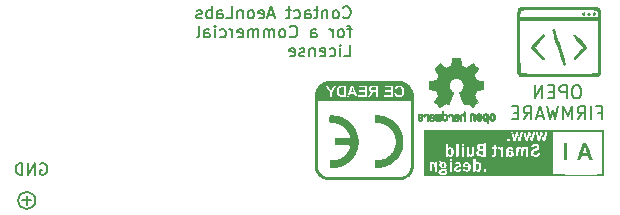
<source format=gbr>
%TF.GenerationSoftware,KiCad,Pcbnew,7.0.7*%
%TF.CreationDate,2023-09-20T12:31:10+02:00*%
%TF.ProjectId,Window_EMP_monitor_59_4x23_5x1.6mm,57696e64-6f77-45f4-954d-505f6d6f6e69,rev?*%
%TF.SameCoordinates,Original*%
%TF.FileFunction,Legend,Bot*%
%TF.FilePolarity,Positive*%
%FSLAX46Y46*%
G04 Gerber Fmt 4.6, Leading zero omitted, Abs format (unit mm)*
G04 Created by KiCad (PCBNEW 7.0.7) date 2023-09-20 12:31:10*
%MOMM*%
%LPD*%
G01*
G04 APERTURE LIST*
%ADD10C,0.150000*%
%ADD11C,0.200000*%
%ADD12C,0.010000*%
G04 APERTURE END LIST*
D10*
X148473409Y-102400000D02*
G75*
G03*
X148473409Y-102400000I-726705J0D01*
G01*
X148119924Y-102398866D02*
X147358020Y-102398866D01*
X147738972Y-102779819D02*
X147738972Y-102017914D01*
D11*
X194408571Y-92662980D02*
X194199047Y-92662980D01*
X194199047Y-92662980D02*
X194094285Y-92715361D01*
X194094285Y-92715361D02*
X193989523Y-92820123D01*
X193989523Y-92820123D02*
X193937142Y-93029647D01*
X193937142Y-93029647D02*
X193937142Y-93396314D01*
X193937142Y-93396314D02*
X193989523Y-93605838D01*
X193989523Y-93605838D02*
X194094285Y-93710600D01*
X194094285Y-93710600D02*
X194199047Y-93762980D01*
X194199047Y-93762980D02*
X194408571Y-93762980D01*
X194408571Y-93762980D02*
X194513333Y-93710600D01*
X194513333Y-93710600D02*
X194618095Y-93605838D01*
X194618095Y-93605838D02*
X194670476Y-93396314D01*
X194670476Y-93396314D02*
X194670476Y-93029647D01*
X194670476Y-93029647D02*
X194618095Y-92820123D01*
X194618095Y-92820123D02*
X194513333Y-92715361D01*
X194513333Y-92715361D02*
X194408571Y-92662980D01*
X193465714Y-93762980D02*
X193465714Y-92662980D01*
X193465714Y-92662980D02*
X193046666Y-92662980D01*
X193046666Y-92662980D02*
X192941904Y-92715361D01*
X192941904Y-92715361D02*
X192889523Y-92767742D01*
X192889523Y-92767742D02*
X192837142Y-92872504D01*
X192837142Y-92872504D02*
X192837142Y-93029647D01*
X192837142Y-93029647D02*
X192889523Y-93134409D01*
X192889523Y-93134409D02*
X192941904Y-93186790D01*
X192941904Y-93186790D02*
X193046666Y-93239171D01*
X193046666Y-93239171D02*
X193465714Y-93239171D01*
X192365714Y-93186790D02*
X191999047Y-93186790D01*
X191841904Y-93762980D02*
X192365714Y-93762980D01*
X192365714Y-93762980D02*
X192365714Y-92662980D01*
X192365714Y-92662980D02*
X191841904Y-92662980D01*
X191370476Y-93762980D02*
X191370476Y-92662980D01*
X191370476Y-92662980D02*
X190741904Y-93762980D01*
X190741904Y-93762980D02*
X190741904Y-92662980D01*
X196110952Y-94957790D02*
X196477619Y-94957790D01*
X196477619Y-95533980D02*
X196477619Y-94433980D01*
X196477619Y-94433980D02*
X195953809Y-94433980D01*
X195534762Y-95533980D02*
X195534762Y-94433980D01*
X194382380Y-95533980D02*
X194749047Y-95010171D01*
X195010952Y-95533980D02*
X195010952Y-94433980D01*
X195010952Y-94433980D02*
X194591904Y-94433980D01*
X194591904Y-94433980D02*
X194487142Y-94486361D01*
X194487142Y-94486361D02*
X194434761Y-94538742D01*
X194434761Y-94538742D02*
X194382380Y-94643504D01*
X194382380Y-94643504D02*
X194382380Y-94800647D01*
X194382380Y-94800647D02*
X194434761Y-94905409D01*
X194434761Y-94905409D02*
X194487142Y-94957790D01*
X194487142Y-94957790D02*
X194591904Y-95010171D01*
X194591904Y-95010171D02*
X195010952Y-95010171D01*
X193910952Y-95533980D02*
X193910952Y-94433980D01*
X193910952Y-94433980D02*
X193544285Y-95219695D01*
X193544285Y-95219695D02*
X193177618Y-94433980D01*
X193177618Y-94433980D02*
X193177618Y-95533980D01*
X192758571Y-94433980D02*
X192496666Y-95533980D01*
X192496666Y-95533980D02*
X192287142Y-94748266D01*
X192287142Y-94748266D02*
X192077618Y-95533980D01*
X192077618Y-95533980D02*
X191815714Y-94433980D01*
X191449047Y-95219695D02*
X190925237Y-95219695D01*
X191553809Y-95533980D02*
X191187142Y-94433980D01*
X191187142Y-94433980D02*
X190820475Y-95533980D01*
X189825237Y-95533980D02*
X190191904Y-95010171D01*
X190453809Y-95533980D02*
X190453809Y-94433980D01*
X190453809Y-94433980D02*
X190034761Y-94433980D01*
X190034761Y-94433980D02*
X189929999Y-94486361D01*
X189929999Y-94486361D02*
X189877618Y-94538742D01*
X189877618Y-94538742D02*
X189825237Y-94643504D01*
X189825237Y-94643504D02*
X189825237Y-94800647D01*
X189825237Y-94800647D02*
X189877618Y-94905409D01*
X189877618Y-94905409D02*
X189929999Y-94957790D01*
X189929999Y-94957790D02*
X190034761Y-95010171D01*
X190034761Y-95010171D02*
X190453809Y-95010171D01*
X189353809Y-94957790D02*
X188987142Y-94957790D01*
X188829999Y-95533980D02*
X189353809Y-95533980D01*
X189353809Y-95533980D02*
X189353809Y-94433980D01*
X189353809Y-94433980D02*
X188829999Y-94433980D01*
D10*
X148899411Y-99287438D02*
X148994649Y-99239819D01*
X148994649Y-99239819D02*
X149137506Y-99239819D01*
X149137506Y-99239819D02*
X149280363Y-99287438D01*
X149280363Y-99287438D02*
X149375601Y-99382676D01*
X149375601Y-99382676D02*
X149423220Y-99477914D01*
X149423220Y-99477914D02*
X149470839Y-99668390D01*
X149470839Y-99668390D02*
X149470839Y-99811247D01*
X149470839Y-99811247D02*
X149423220Y-100001723D01*
X149423220Y-100001723D02*
X149375601Y-100096961D01*
X149375601Y-100096961D02*
X149280363Y-100192200D01*
X149280363Y-100192200D02*
X149137506Y-100239819D01*
X149137506Y-100239819D02*
X149042268Y-100239819D01*
X149042268Y-100239819D02*
X148899411Y-100192200D01*
X148899411Y-100192200D02*
X148851792Y-100144580D01*
X148851792Y-100144580D02*
X148851792Y-99811247D01*
X148851792Y-99811247D02*
X149042268Y-99811247D01*
X148423220Y-100239819D02*
X148423220Y-99239819D01*
X148423220Y-99239819D02*
X147851792Y-100239819D01*
X147851792Y-100239819D02*
X147851792Y-99239819D01*
X147375601Y-100239819D02*
X147375601Y-99239819D01*
X147375601Y-99239819D02*
X147137506Y-99239819D01*
X147137506Y-99239819D02*
X146994649Y-99287438D01*
X146994649Y-99287438D02*
X146899411Y-99382676D01*
X146899411Y-99382676D02*
X146851792Y-99477914D01*
X146851792Y-99477914D02*
X146804173Y-99668390D01*
X146804173Y-99668390D02*
X146804173Y-99811247D01*
X146804173Y-99811247D02*
X146851792Y-100001723D01*
X146851792Y-100001723D02*
X146899411Y-100096961D01*
X146899411Y-100096961D02*
X146994649Y-100192200D01*
X146994649Y-100192200D02*
X147137506Y-100239819D01*
X147137506Y-100239819D02*
X147375601Y-100239819D01*
D11*
X174538898Y-86886980D02*
X174586517Y-86934600D01*
X174586517Y-86934600D02*
X174729374Y-86982219D01*
X174729374Y-86982219D02*
X174824612Y-86982219D01*
X174824612Y-86982219D02*
X174967469Y-86934600D01*
X174967469Y-86934600D02*
X175062707Y-86839361D01*
X175062707Y-86839361D02*
X175110326Y-86744123D01*
X175110326Y-86744123D02*
X175157945Y-86553647D01*
X175157945Y-86553647D02*
X175157945Y-86410790D01*
X175157945Y-86410790D02*
X175110326Y-86220314D01*
X175110326Y-86220314D02*
X175062707Y-86125076D01*
X175062707Y-86125076D02*
X174967469Y-86029838D01*
X174967469Y-86029838D02*
X174824612Y-85982219D01*
X174824612Y-85982219D02*
X174729374Y-85982219D01*
X174729374Y-85982219D02*
X174586517Y-86029838D01*
X174586517Y-86029838D02*
X174538898Y-86077457D01*
X173967469Y-86982219D02*
X174062707Y-86934600D01*
X174062707Y-86934600D02*
X174110326Y-86886980D01*
X174110326Y-86886980D02*
X174157945Y-86791742D01*
X174157945Y-86791742D02*
X174157945Y-86506028D01*
X174157945Y-86506028D02*
X174110326Y-86410790D01*
X174110326Y-86410790D02*
X174062707Y-86363171D01*
X174062707Y-86363171D02*
X173967469Y-86315552D01*
X173967469Y-86315552D02*
X173824612Y-86315552D01*
X173824612Y-86315552D02*
X173729374Y-86363171D01*
X173729374Y-86363171D02*
X173681755Y-86410790D01*
X173681755Y-86410790D02*
X173634136Y-86506028D01*
X173634136Y-86506028D02*
X173634136Y-86791742D01*
X173634136Y-86791742D02*
X173681755Y-86886980D01*
X173681755Y-86886980D02*
X173729374Y-86934600D01*
X173729374Y-86934600D02*
X173824612Y-86982219D01*
X173824612Y-86982219D02*
X173967469Y-86982219D01*
X173205564Y-86315552D02*
X173205564Y-86982219D01*
X173205564Y-86410790D02*
X173157945Y-86363171D01*
X173157945Y-86363171D02*
X173062707Y-86315552D01*
X173062707Y-86315552D02*
X172919850Y-86315552D01*
X172919850Y-86315552D02*
X172824612Y-86363171D01*
X172824612Y-86363171D02*
X172776993Y-86458409D01*
X172776993Y-86458409D02*
X172776993Y-86982219D01*
X172443659Y-86315552D02*
X172062707Y-86315552D01*
X172300802Y-85982219D02*
X172300802Y-86839361D01*
X172300802Y-86839361D02*
X172253183Y-86934600D01*
X172253183Y-86934600D02*
X172157945Y-86982219D01*
X172157945Y-86982219D02*
X172062707Y-86982219D01*
X171300802Y-86982219D02*
X171300802Y-86458409D01*
X171300802Y-86458409D02*
X171348421Y-86363171D01*
X171348421Y-86363171D02*
X171443659Y-86315552D01*
X171443659Y-86315552D02*
X171634135Y-86315552D01*
X171634135Y-86315552D02*
X171729373Y-86363171D01*
X171300802Y-86934600D02*
X171396040Y-86982219D01*
X171396040Y-86982219D02*
X171634135Y-86982219D01*
X171634135Y-86982219D02*
X171729373Y-86934600D01*
X171729373Y-86934600D02*
X171776992Y-86839361D01*
X171776992Y-86839361D02*
X171776992Y-86744123D01*
X171776992Y-86744123D02*
X171729373Y-86648885D01*
X171729373Y-86648885D02*
X171634135Y-86601266D01*
X171634135Y-86601266D02*
X171396040Y-86601266D01*
X171396040Y-86601266D02*
X171300802Y-86553647D01*
X170396040Y-86934600D02*
X170491278Y-86982219D01*
X170491278Y-86982219D02*
X170681754Y-86982219D01*
X170681754Y-86982219D02*
X170776992Y-86934600D01*
X170776992Y-86934600D02*
X170824611Y-86886980D01*
X170824611Y-86886980D02*
X170872230Y-86791742D01*
X170872230Y-86791742D02*
X170872230Y-86506028D01*
X170872230Y-86506028D02*
X170824611Y-86410790D01*
X170824611Y-86410790D02*
X170776992Y-86363171D01*
X170776992Y-86363171D02*
X170681754Y-86315552D01*
X170681754Y-86315552D02*
X170491278Y-86315552D01*
X170491278Y-86315552D02*
X170396040Y-86363171D01*
X170110325Y-86315552D02*
X169729373Y-86315552D01*
X169967468Y-85982219D02*
X169967468Y-86839361D01*
X169967468Y-86839361D02*
X169919849Y-86934600D01*
X169919849Y-86934600D02*
X169824611Y-86982219D01*
X169824611Y-86982219D02*
X169729373Y-86982219D01*
X168681753Y-86696504D02*
X168205563Y-86696504D01*
X168776991Y-86982219D02*
X168443658Y-85982219D01*
X168443658Y-85982219D02*
X168110325Y-86982219D01*
X167396039Y-86934600D02*
X167491277Y-86982219D01*
X167491277Y-86982219D02*
X167681753Y-86982219D01*
X167681753Y-86982219D02*
X167776991Y-86934600D01*
X167776991Y-86934600D02*
X167824610Y-86839361D01*
X167824610Y-86839361D02*
X167824610Y-86458409D01*
X167824610Y-86458409D02*
X167776991Y-86363171D01*
X167776991Y-86363171D02*
X167681753Y-86315552D01*
X167681753Y-86315552D02*
X167491277Y-86315552D01*
X167491277Y-86315552D02*
X167396039Y-86363171D01*
X167396039Y-86363171D02*
X167348420Y-86458409D01*
X167348420Y-86458409D02*
X167348420Y-86553647D01*
X167348420Y-86553647D02*
X167824610Y-86648885D01*
X166776991Y-86982219D02*
X166872229Y-86934600D01*
X166872229Y-86934600D02*
X166919848Y-86886980D01*
X166919848Y-86886980D02*
X166967467Y-86791742D01*
X166967467Y-86791742D02*
X166967467Y-86506028D01*
X166967467Y-86506028D02*
X166919848Y-86410790D01*
X166919848Y-86410790D02*
X166872229Y-86363171D01*
X166872229Y-86363171D02*
X166776991Y-86315552D01*
X166776991Y-86315552D02*
X166634134Y-86315552D01*
X166634134Y-86315552D02*
X166538896Y-86363171D01*
X166538896Y-86363171D02*
X166491277Y-86410790D01*
X166491277Y-86410790D02*
X166443658Y-86506028D01*
X166443658Y-86506028D02*
X166443658Y-86791742D01*
X166443658Y-86791742D02*
X166491277Y-86886980D01*
X166491277Y-86886980D02*
X166538896Y-86934600D01*
X166538896Y-86934600D02*
X166634134Y-86982219D01*
X166634134Y-86982219D02*
X166776991Y-86982219D01*
X166015086Y-86315552D02*
X166015086Y-86982219D01*
X166015086Y-86410790D02*
X165967467Y-86363171D01*
X165967467Y-86363171D02*
X165872229Y-86315552D01*
X165872229Y-86315552D02*
X165729372Y-86315552D01*
X165729372Y-86315552D02*
X165634134Y-86363171D01*
X165634134Y-86363171D02*
X165586515Y-86458409D01*
X165586515Y-86458409D02*
X165586515Y-86982219D01*
X164634134Y-86982219D02*
X165110324Y-86982219D01*
X165110324Y-86982219D02*
X165110324Y-85982219D01*
X163872229Y-86982219D02*
X163872229Y-86458409D01*
X163872229Y-86458409D02*
X163919848Y-86363171D01*
X163919848Y-86363171D02*
X164015086Y-86315552D01*
X164015086Y-86315552D02*
X164205562Y-86315552D01*
X164205562Y-86315552D02*
X164300800Y-86363171D01*
X163872229Y-86934600D02*
X163967467Y-86982219D01*
X163967467Y-86982219D02*
X164205562Y-86982219D01*
X164205562Y-86982219D02*
X164300800Y-86934600D01*
X164300800Y-86934600D02*
X164348419Y-86839361D01*
X164348419Y-86839361D02*
X164348419Y-86744123D01*
X164348419Y-86744123D02*
X164300800Y-86648885D01*
X164300800Y-86648885D02*
X164205562Y-86601266D01*
X164205562Y-86601266D02*
X163967467Y-86601266D01*
X163967467Y-86601266D02*
X163872229Y-86553647D01*
X163396038Y-86982219D02*
X163396038Y-85982219D01*
X163396038Y-86363171D02*
X163300800Y-86315552D01*
X163300800Y-86315552D02*
X163110324Y-86315552D01*
X163110324Y-86315552D02*
X163015086Y-86363171D01*
X163015086Y-86363171D02*
X162967467Y-86410790D01*
X162967467Y-86410790D02*
X162919848Y-86506028D01*
X162919848Y-86506028D02*
X162919848Y-86791742D01*
X162919848Y-86791742D02*
X162967467Y-86886980D01*
X162967467Y-86886980D02*
X163015086Y-86934600D01*
X163015086Y-86934600D02*
X163110324Y-86982219D01*
X163110324Y-86982219D02*
X163300800Y-86982219D01*
X163300800Y-86982219D02*
X163396038Y-86934600D01*
X162538895Y-86934600D02*
X162443657Y-86982219D01*
X162443657Y-86982219D02*
X162253181Y-86982219D01*
X162253181Y-86982219D02*
X162157943Y-86934600D01*
X162157943Y-86934600D02*
X162110324Y-86839361D01*
X162110324Y-86839361D02*
X162110324Y-86791742D01*
X162110324Y-86791742D02*
X162157943Y-86696504D01*
X162157943Y-86696504D02*
X162253181Y-86648885D01*
X162253181Y-86648885D02*
X162396038Y-86648885D01*
X162396038Y-86648885D02*
X162491276Y-86601266D01*
X162491276Y-86601266D02*
X162538895Y-86506028D01*
X162538895Y-86506028D02*
X162538895Y-86458409D01*
X162538895Y-86458409D02*
X162491276Y-86363171D01*
X162491276Y-86363171D02*
X162396038Y-86315552D01*
X162396038Y-86315552D02*
X162253181Y-86315552D01*
X162253181Y-86315552D02*
X162157943Y-86363171D01*
X175253183Y-87925552D02*
X174872231Y-87925552D01*
X175110326Y-88592219D02*
X175110326Y-87735076D01*
X175110326Y-87735076D02*
X175062707Y-87639838D01*
X175062707Y-87639838D02*
X174967469Y-87592219D01*
X174967469Y-87592219D02*
X174872231Y-87592219D01*
X174396040Y-88592219D02*
X174491278Y-88544600D01*
X174491278Y-88544600D02*
X174538897Y-88496980D01*
X174538897Y-88496980D02*
X174586516Y-88401742D01*
X174586516Y-88401742D02*
X174586516Y-88116028D01*
X174586516Y-88116028D02*
X174538897Y-88020790D01*
X174538897Y-88020790D02*
X174491278Y-87973171D01*
X174491278Y-87973171D02*
X174396040Y-87925552D01*
X174396040Y-87925552D02*
X174253183Y-87925552D01*
X174253183Y-87925552D02*
X174157945Y-87973171D01*
X174157945Y-87973171D02*
X174110326Y-88020790D01*
X174110326Y-88020790D02*
X174062707Y-88116028D01*
X174062707Y-88116028D02*
X174062707Y-88401742D01*
X174062707Y-88401742D02*
X174110326Y-88496980D01*
X174110326Y-88496980D02*
X174157945Y-88544600D01*
X174157945Y-88544600D02*
X174253183Y-88592219D01*
X174253183Y-88592219D02*
X174396040Y-88592219D01*
X173634135Y-88592219D02*
X173634135Y-87925552D01*
X173634135Y-88116028D02*
X173586516Y-88020790D01*
X173586516Y-88020790D02*
X173538897Y-87973171D01*
X173538897Y-87973171D02*
X173443659Y-87925552D01*
X173443659Y-87925552D02*
X173348421Y-87925552D01*
X171824611Y-88592219D02*
X171824611Y-88068409D01*
X171824611Y-88068409D02*
X171872230Y-87973171D01*
X171872230Y-87973171D02*
X171967468Y-87925552D01*
X171967468Y-87925552D02*
X172157944Y-87925552D01*
X172157944Y-87925552D02*
X172253182Y-87973171D01*
X171824611Y-88544600D02*
X171919849Y-88592219D01*
X171919849Y-88592219D02*
X172157944Y-88592219D01*
X172157944Y-88592219D02*
X172253182Y-88544600D01*
X172253182Y-88544600D02*
X172300801Y-88449361D01*
X172300801Y-88449361D02*
X172300801Y-88354123D01*
X172300801Y-88354123D02*
X172253182Y-88258885D01*
X172253182Y-88258885D02*
X172157944Y-88211266D01*
X172157944Y-88211266D02*
X171919849Y-88211266D01*
X171919849Y-88211266D02*
X171824611Y-88163647D01*
X170015087Y-88496980D02*
X170062706Y-88544600D01*
X170062706Y-88544600D02*
X170205563Y-88592219D01*
X170205563Y-88592219D02*
X170300801Y-88592219D01*
X170300801Y-88592219D02*
X170443658Y-88544600D01*
X170443658Y-88544600D02*
X170538896Y-88449361D01*
X170538896Y-88449361D02*
X170586515Y-88354123D01*
X170586515Y-88354123D02*
X170634134Y-88163647D01*
X170634134Y-88163647D02*
X170634134Y-88020790D01*
X170634134Y-88020790D02*
X170586515Y-87830314D01*
X170586515Y-87830314D02*
X170538896Y-87735076D01*
X170538896Y-87735076D02*
X170443658Y-87639838D01*
X170443658Y-87639838D02*
X170300801Y-87592219D01*
X170300801Y-87592219D02*
X170205563Y-87592219D01*
X170205563Y-87592219D02*
X170062706Y-87639838D01*
X170062706Y-87639838D02*
X170015087Y-87687457D01*
X169443658Y-88592219D02*
X169538896Y-88544600D01*
X169538896Y-88544600D02*
X169586515Y-88496980D01*
X169586515Y-88496980D02*
X169634134Y-88401742D01*
X169634134Y-88401742D02*
X169634134Y-88116028D01*
X169634134Y-88116028D02*
X169586515Y-88020790D01*
X169586515Y-88020790D02*
X169538896Y-87973171D01*
X169538896Y-87973171D02*
X169443658Y-87925552D01*
X169443658Y-87925552D02*
X169300801Y-87925552D01*
X169300801Y-87925552D02*
X169205563Y-87973171D01*
X169205563Y-87973171D02*
X169157944Y-88020790D01*
X169157944Y-88020790D02*
X169110325Y-88116028D01*
X169110325Y-88116028D02*
X169110325Y-88401742D01*
X169110325Y-88401742D02*
X169157944Y-88496980D01*
X169157944Y-88496980D02*
X169205563Y-88544600D01*
X169205563Y-88544600D02*
X169300801Y-88592219D01*
X169300801Y-88592219D02*
X169443658Y-88592219D01*
X168681753Y-88592219D02*
X168681753Y-87925552D01*
X168681753Y-88020790D02*
X168634134Y-87973171D01*
X168634134Y-87973171D02*
X168538896Y-87925552D01*
X168538896Y-87925552D02*
X168396039Y-87925552D01*
X168396039Y-87925552D02*
X168300801Y-87973171D01*
X168300801Y-87973171D02*
X168253182Y-88068409D01*
X168253182Y-88068409D02*
X168253182Y-88592219D01*
X168253182Y-88068409D02*
X168205563Y-87973171D01*
X168205563Y-87973171D02*
X168110325Y-87925552D01*
X168110325Y-87925552D02*
X167967468Y-87925552D01*
X167967468Y-87925552D02*
X167872229Y-87973171D01*
X167872229Y-87973171D02*
X167824610Y-88068409D01*
X167824610Y-88068409D02*
X167824610Y-88592219D01*
X167348420Y-88592219D02*
X167348420Y-87925552D01*
X167348420Y-88020790D02*
X167300801Y-87973171D01*
X167300801Y-87973171D02*
X167205563Y-87925552D01*
X167205563Y-87925552D02*
X167062706Y-87925552D01*
X167062706Y-87925552D02*
X166967468Y-87973171D01*
X166967468Y-87973171D02*
X166919849Y-88068409D01*
X166919849Y-88068409D02*
X166919849Y-88592219D01*
X166919849Y-88068409D02*
X166872230Y-87973171D01*
X166872230Y-87973171D02*
X166776992Y-87925552D01*
X166776992Y-87925552D02*
X166634135Y-87925552D01*
X166634135Y-87925552D02*
X166538896Y-87973171D01*
X166538896Y-87973171D02*
X166491277Y-88068409D01*
X166491277Y-88068409D02*
X166491277Y-88592219D01*
X165634135Y-88544600D02*
X165729373Y-88592219D01*
X165729373Y-88592219D02*
X165919849Y-88592219D01*
X165919849Y-88592219D02*
X166015087Y-88544600D01*
X166015087Y-88544600D02*
X166062706Y-88449361D01*
X166062706Y-88449361D02*
X166062706Y-88068409D01*
X166062706Y-88068409D02*
X166015087Y-87973171D01*
X166015087Y-87973171D02*
X165919849Y-87925552D01*
X165919849Y-87925552D02*
X165729373Y-87925552D01*
X165729373Y-87925552D02*
X165634135Y-87973171D01*
X165634135Y-87973171D02*
X165586516Y-88068409D01*
X165586516Y-88068409D02*
X165586516Y-88163647D01*
X165586516Y-88163647D02*
X166062706Y-88258885D01*
X165157944Y-88592219D02*
X165157944Y-87925552D01*
X165157944Y-88116028D02*
X165110325Y-88020790D01*
X165110325Y-88020790D02*
X165062706Y-87973171D01*
X165062706Y-87973171D02*
X164967468Y-87925552D01*
X164967468Y-87925552D02*
X164872230Y-87925552D01*
X164110325Y-88544600D02*
X164205563Y-88592219D01*
X164205563Y-88592219D02*
X164396039Y-88592219D01*
X164396039Y-88592219D02*
X164491277Y-88544600D01*
X164491277Y-88544600D02*
X164538896Y-88496980D01*
X164538896Y-88496980D02*
X164586515Y-88401742D01*
X164586515Y-88401742D02*
X164586515Y-88116028D01*
X164586515Y-88116028D02*
X164538896Y-88020790D01*
X164538896Y-88020790D02*
X164491277Y-87973171D01*
X164491277Y-87973171D02*
X164396039Y-87925552D01*
X164396039Y-87925552D02*
X164205563Y-87925552D01*
X164205563Y-87925552D02*
X164110325Y-87973171D01*
X163681753Y-88592219D02*
X163681753Y-87925552D01*
X163681753Y-87592219D02*
X163729372Y-87639838D01*
X163729372Y-87639838D02*
X163681753Y-87687457D01*
X163681753Y-87687457D02*
X163634134Y-87639838D01*
X163634134Y-87639838D02*
X163681753Y-87592219D01*
X163681753Y-87592219D02*
X163681753Y-87687457D01*
X162776992Y-88592219D02*
X162776992Y-88068409D01*
X162776992Y-88068409D02*
X162824611Y-87973171D01*
X162824611Y-87973171D02*
X162919849Y-87925552D01*
X162919849Y-87925552D02*
X163110325Y-87925552D01*
X163110325Y-87925552D02*
X163205563Y-87973171D01*
X162776992Y-88544600D02*
X162872230Y-88592219D01*
X162872230Y-88592219D02*
X163110325Y-88592219D01*
X163110325Y-88592219D02*
X163205563Y-88544600D01*
X163205563Y-88544600D02*
X163253182Y-88449361D01*
X163253182Y-88449361D02*
X163253182Y-88354123D01*
X163253182Y-88354123D02*
X163205563Y-88258885D01*
X163205563Y-88258885D02*
X163110325Y-88211266D01*
X163110325Y-88211266D02*
X162872230Y-88211266D01*
X162872230Y-88211266D02*
X162776992Y-88163647D01*
X162157944Y-88592219D02*
X162253182Y-88544600D01*
X162253182Y-88544600D02*
X162300801Y-88449361D01*
X162300801Y-88449361D02*
X162300801Y-87592219D01*
X174634136Y-90202219D02*
X175110326Y-90202219D01*
X175110326Y-90202219D02*
X175110326Y-89202219D01*
X174300802Y-90202219D02*
X174300802Y-89535552D01*
X174300802Y-89202219D02*
X174348421Y-89249838D01*
X174348421Y-89249838D02*
X174300802Y-89297457D01*
X174300802Y-89297457D02*
X174253183Y-89249838D01*
X174253183Y-89249838D02*
X174300802Y-89202219D01*
X174300802Y-89202219D02*
X174300802Y-89297457D01*
X173396041Y-90154600D02*
X173491279Y-90202219D01*
X173491279Y-90202219D02*
X173681755Y-90202219D01*
X173681755Y-90202219D02*
X173776993Y-90154600D01*
X173776993Y-90154600D02*
X173824612Y-90106980D01*
X173824612Y-90106980D02*
X173872231Y-90011742D01*
X173872231Y-90011742D02*
X173872231Y-89726028D01*
X173872231Y-89726028D02*
X173824612Y-89630790D01*
X173824612Y-89630790D02*
X173776993Y-89583171D01*
X173776993Y-89583171D02*
X173681755Y-89535552D01*
X173681755Y-89535552D02*
X173491279Y-89535552D01*
X173491279Y-89535552D02*
X173396041Y-89583171D01*
X172586517Y-90154600D02*
X172681755Y-90202219D01*
X172681755Y-90202219D02*
X172872231Y-90202219D01*
X172872231Y-90202219D02*
X172967469Y-90154600D01*
X172967469Y-90154600D02*
X173015088Y-90059361D01*
X173015088Y-90059361D02*
X173015088Y-89678409D01*
X173015088Y-89678409D02*
X172967469Y-89583171D01*
X172967469Y-89583171D02*
X172872231Y-89535552D01*
X172872231Y-89535552D02*
X172681755Y-89535552D01*
X172681755Y-89535552D02*
X172586517Y-89583171D01*
X172586517Y-89583171D02*
X172538898Y-89678409D01*
X172538898Y-89678409D02*
X172538898Y-89773647D01*
X172538898Y-89773647D02*
X173015088Y-89868885D01*
X172110326Y-89535552D02*
X172110326Y-90202219D01*
X172110326Y-89630790D02*
X172062707Y-89583171D01*
X172062707Y-89583171D02*
X171967469Y-89535552D01*
X171967469Y-89535552D02*
X171824612Y-89535552D01*
X171824612Y-89535552D02*
X171729374Y-89583171D01*
X171729374Y-89583171D02*
X171681755Y-89678409D01*
X171681755Y-89678409D02*
X171681755Y-90202219D01*
X171253183Y-90154600D02*
X171157945Y-90202219D01*
X171157945Y-90202219D02*
X170967469Y-90202219D01*
X170967469Y-90202219D02*
X170872231Y-90154600D01*
X170872231Y-90154600D02*
X170824612Y-90059361D01*
X170824612Y-90059361D02*
X170824612Y-90011742D01*
X170824612Y-90011742D02*
X170872231Y-89916504D01*
X170872231Y-89916504D02*
X170967469Y-89868885D01*
X170967469Y-89868885D02*
X171110326Y-89868885D01*
X171110326Y-89868885D02*
X171205564Y-89821266D01*
X171205564Y-89821266D02*
X171253183Y-89726028D01*
X171253183Y-89726028D02*
X171253183Y-89678409D01*
X171253183Y-89678409D02*
X171205564Y-89583171D01*
X171205564Y-89583171D02*
X171110326Y-89535552D01*
X171110326Y-89535552D02*
X170967469Y-89535552D01*
X170967469Y-89535552D02*
X170872231Y-89583171D01*
X170015088Y-90154600D02*
X170110326Y-90202219D01*
X170110326Y-90202219D02*
X170300802Y-90202219D01*
X170300802Y-90202219D02*
X170396040Y-90154600D01*
X170396040Y-90154600D02*
X170443659Y-90059361D01*
X170443659Y-90059361D02*
X170443659Y-89678409D01*
X170443659Y-89678409D02*
X170396040Y-89583171D01*
X170396040Y-89583171D02*
X170300802Y-89535552D01*
X170300802Y-89535552D02*
X170110326Y-89535552D01*
X170110326Y-89535552D02*
X170015088Y-89583171D01*
X170015088Y-89583171D02*
X169967469Y-89678409D01*
X169967469Y-89678409D02*
X169967469Y-89773647D01*
X169967469Y-89773647D02*
X170443659Y-89868885D01*
%TO.C,G\u002A\u002A\u002A*%
G36*
X193486730Y-98985000D02*
G01*
X193210437Y-98985000D01*
X193216011Y-98270625D01*
X193221584Y-97556250D01*
X193475584Y-97556250D01*
X193486730Y-98985000D01*
G37*
G36*
X186374167Y-98032500D02*
G01*
X186264709Y-98032500D01*
X186209544Y-98029626D01*
X186134178Y-98008046D01*
X186091372Y-97963269D01*
X186077834Y-97892836D01*
X186080457Y-97862554D01*
X186110364Y-97803717D01*
X186174285Y-97768834D01*
X186273044Y-97757333D01*
X186374167Y-97757333D01*
X186374167Y-98032500D01*
G37*
G36*
X186374167Y-98524421D02*
G01*
X186244019Y-98515007D01*
X186177707Y-98506395D01*
X186096965Y-98476609D01*
X186050432Y-98425707D01*
X186035500Y-98351646D01*
X186040590Y-98307879D01*
X186075557Y-98248573D01*
X186144414Y-98213420D01*
X186247992Y-98201833D01*
X186374167Y-98201833D01*
X186374167Y-98524421D01*
G37*
G36*
X183060072Y-99272262D02*
G01*
X183076145Y-99297218D01*
X183091101Y-99359969D01*
X183089852Y-99432057D01*
X183071422Y-99494391D01*
X183046936Y-99520308D01*
X182987500Y-99535333D01*
X182980609Y-99535184D01*
X182924633Y-99516626D01*
X182892157Y-99465469D01*
X182881667Y-99379487D01*
X182884739Y-99344133D01*
X182909956Y-99282176D01*
X182953407Y-99246045D01*
X183006358Y-99240990D01*
X183060072Y-99272262D01*
G37*
G36*
X188594686Y-98287943D02*
G01*
X188656480Y-98303048D01*
X188714404Y-98328484D01*
X188749371Y-98356616D01*
X188758375Y-98378025D01*
X188765243Y-98435407D01*
X188758964Y-98495402D01*
X188740600Y-98536267D01*
X188725759Y-98548543D01*
X188675189Y-98562009D01*
X188623609Y-98542711D01*
X188578054Y-98496930D01*
X188545562Y-98430949D01*
X188533167Y-98351051D01*
X188533568Y-98335105D01*
X188544172Y-98296921D01*
X188574123Y-98286500D01*
X188594686Y-98287943D01*
G37*
G36*
X183069404Y-99919204D02*
G01*
X183123353Y-99929181D01*
X183146614Y-99952208D01*
X183156453Y-99998848D01*
X183147370Y-100048928D01*
X183119792Y-100083971D01*
X183099424Y-100092977D01*
X183030126Y-100105528D01*
X182948152Y-100105016D01*
X182871414Y-100092360D01*
X182817823Y-100068478D01*
X182793969Y-100043111D01*
X182781424Y-99995955D01*
X182805706Y-99954995D01*
X182863773Y-99929437D01*
X182908452Y-99922526D01*
X182991789Y-99916991D01*
X183069404Y-99919204D01*
G37*
G36*
X185018658Y-99262096D02*
G01*
X185069006Y-99290325D01*
X185109023Y-99340559D01*
X185125334Y-99397750D01*
X185125331Y-99399605D01*
X185122277Y-99428157D01*
X185106720Y-99443424D01*
X185068719Y-99449546D01*
X184998334Y-99450667D01*
X184979226Y-99450655D01*
X184917056Y-99449102D01*
X184885003Y-99441466D01*
X184873088Y-99422852D01*
X184871334Y-99388367D01*
X184871334Y-99388056D01*
X184890443Y-99325461D01*
X184938690Y-99278604D01*
X185003044Y-99260167D01*
X185018658Y-99262096D01*
G37*
G36*
X185913115Y-99283185D02*
G01*
X185960864Y-99303862D01*
X185992110Y-99351333D01*
X186009163Y-99430413D01*
X186014334Y-99545917D01*
X186011721Y-99637854D01*
X186001098Y-99715582D01*
X185981384Y-99763457D01*
X185975569Y-99770990D01*
X185922984Y-99804574D01*
X185858957Y-99806409D01*
X185799042Y-99775469D01*
X185779905Y-99751056D01*
X185767885Y-99712807D01*
X185761935Y-99651657D01*
X185760334Y-99557929D01*
X185762043Y-99479851D01*
X185772928Y-99385388D01*
X185795885Y-99324197D01*
X185833244Y-99291203D01*
X185887334Y-99281333D01*
X185913115Y-99283185D01*
G37*
G36*
X183584782Y-98013185D02*
G01*
X183632531Y-98033862D01*
X183663777Y-98081333D01*
X183680830Y-98160413D01*
X183686000Y-98275917D01*
X183683387Y-98367854D01*
X183672765Y-98445582D01*
X183653050Y-98493457D01*
X183647236Y-98500990D01*
X183594651Y-98534574D01*
X183530623Y-98536409D01*
X183470709Y-98505469D01*
X183451572Y-98481056D01*
X183439551Y-98442807D01*
X183433601Y-98381657D01*
X183432000Y-98287929D01*
X183433709Y-98209851D01*
X183444595Y-98115388D01*
X183467552Y-98054197D01*
X183504911Y-98021203D01*
X183559000Y-98011333D01*
X183584782Y-98013185D01*
G37*
G36*
X195500349Y-98529369D02*
G01*
X195551605Y-98666197D01*
X195595070Y-98782243D01*
X195628978Y-98872792D01*
X195651563Y-98933130D01*
X195661059Y-98958542D01*
X195661651Y-98960483D01*
X195651930Y-98974835D01*
X195610742Y-98982642D01*
X195532766Y-98985000D01*
X195394668Y-98985000D01*
X195361111Y-98895042D01*
X195355757Y-98880594D01*
X195325915Y-98797859D01*
X195299022Y-98720417D01*
X195270490Y-98635750D01*
X194724417Y-98635750D01*
X194603205Y-98985000D01*
X194468019Y-98985000D01*
X194402530Y-98982999D01*
X194352164Y-98977272D01*
X194332918Y-98969125D01*
X194338477Y-98950974D01*
X194357285Y-98897054D01*
X194387769Y-98812143D01*
X194428254Y-98700849D01*
X194477061Y-98567780D01*
X194532514Y-98417544D01*
X194534015Y-98413500D01*
X194800288Y-98413500D01*
X195002241Y-98413500D01*
X195091449Y-98412399D01*
X195155881Y-98408122D01*
X195188156Y-98399915D01*
X195193606Y-98387042D01*
X195192874Y-98385149D01*
X195180668Y-98350979D01*
X195158231Y-98286400D01*
X195128496Y-98199899D01*
X195094396Y-98099960D01*
X195087566Y-98079953D01*
X195054886Y-97986458D01*
X195027438Y-97911500D01*
X195007929Y-97862292D01*
X194999066Y-97846045D01*
X194997473Y-97849084D01*
X194984619Y-97882182D01*
X194961709Y-97945493D01*
X194931394Y-98031610D01*
X194896323Y-98133126D01*
X194800288Y-98413500D01*
X194534015Y-98413500D01*
X194592935Y-98254750D01*
X194852867Y-97556250D01*
X194991981Y-97550060D01*
X195131095Y-97543871D01*
X195391175Y-98237977D01*
X195443067Y-98376475D01*
X195447026Y-98387042D01*
X195500349Y-98529369D01*
G37*
G36*
X196638760Y-100318500D02*
G01*
X181400000Y-100318500D01*
X181400000Y-100019446D01*
X182601865Y-100019446D01*
X182630029Y-100102597D01*
X182694637Y-100168051D01*
X182793403Y-100212021D01*
X182860351Y-100224209D01*
X182953074Y-100230916D01*
X183050867Y-100230742D01*
X183138102Y-100223762D01*
X183199156Y-100210053D01*
X183258729Y-100177765D01*
X183317395Y-100118450D01*
X183346329Y-100049737D01*
X183342456Y-99980280D01*
X183321658Y-99948083D01*
X183548417Y-99948083D01*
X183638569Y-99954601D01*
X183644317Y-99954988D01*
X183710713Y-99952130D01*
X183739618Y-99932723D01*
X183742499Y-99908534D01*
X183744800Y-99847712D01*
X183745998Y-99758446D01*
X183745999Y-99718499D01*
X183919398Y-99718499D01*
X183940024Y-99800711D01*
X183986335Y-99873004D01*
X184055487Y-99923874D01*
X184071557Y-99930858D01*
X184186712Y-99962428D01*
X184298660Y-99964181D01*
X184399155Y-99938082D01*
X184479949Y-99886095D01*
X184532798Y-99810185D01*
X184545564Y-99776189D01*
X184548693Y-99743781D01*
X184530753Y-99724202D01*
X184484889Y-99706860D01*
X184416097Y-99717504D01*
X184345424Y-99768167D01*
X184333603Y-99779242D01*
X184278914Y-99816758D01*
X184230659Y-99831667D01*
X184220833Y-99830998D01*
X184169886Y-99811248D01*
X184127221Y-99774012D01*
X184109334Y-99732739D01*
X184110084Y-99725859D01*
X184137517Y-99687389D01*
X184200428Y-99647839D01*
X184293345Y-99610833D01*
X184346281Y-99591889D01*
X184373829Y-99577667D01*
X184653771Y-99577667D01*
X184900136Y-99577667D01*
X184929976Y-99577658D01*
X185029507Y-99578327D01*
X185094196Y-99582709D01*
X185130076Y-99594255D01*
X185143182Y-99616416D01*
X185139547Y-99652643D01*
X185125207Y-99706386D01*
X185123185Y-99713179D01*
X185085608Y-99779895D01*
X185029005Y-99821018D01*
X184964358Y-99828227D01*
X184958811Y-99826647D01*
X184920307Y-99799565D01*
X184882200Y-99752872D01*
X184843144Y-99708923D01*
X184775717Y-99682572D01*
X184694816Y-99695708D01*
X184676241Y-99720390D01*
X184679611Y-99743781D01*
X184682834Y-99766152D01*
X184712342Y-99822747D01*
X184761245Y-99880386D01*
X184804110Y-99912814D01*
X184899951Y-99950938D01*
X185007903Y-99962364D01*
X185114088Y-99946403D01*
X185204627Y-99902367D01*
X185220028Y-99890114D01*
X185287900Y-99807584D01*
X185327730Y-99697530D01*
X185340736Y-99556857D01*
X185340707Y-99549624D01*
X185325216Y-99403345D01*
X185282132Y-99286735D01*
X185212653Y-99201295D01*
X185117981Y-99148526D01*
X184999317Y-99129930D01*
X184939543Y-99133458D01*
X184833908Y-99166254D01*
X184753080Y-99233267D01*
X184697253Y-99334296D01*
X184666624Y-99469142D01*
X184653771Y-99577667D01*
X184373829Y-99577667D01*
X184438555Y-99544251D01*
X184496153Y-99486636D01*
X184524287Y-99414615D01*
X184528013Y-99375946D01*
X184510045Y-99287314D01*
X184459618Y-99211712D01*
X184383698Y-99157485D01*
X184289250Y-99132979D01*
X184227266Y-99130242D01*
X184151331Y-99135704D01*
X184093222Y-99156629D01*
X184038447Y-99196699D01*
X183999091Y-99235029D01*
X183960653Y-99289741D01*
X183955292Y-99331089D01*
X183984508Y-99354680D01*
X184007959Y-99361285D01*
X184063464Y-99376887D01*
X184095938Y-99374208D01*
X184126245Y-99335138D01*
X184133269Y-99322235D01*
X184175182Y-99284135D01*
X184229513Y-99267947D01*
X184283776Y-99273093D01*
X184325489Y-99298999D01*
X184342167Y-99345090D01*
X184336826Y-99369943D01*
X184303708Y-99407604D01*
X184236741Y-99444403D01*
X184131804Y-99483044D01*
X184085937Y-99500199D01*
X184015920Y-99534816D01*
X183967763Y-99569147D01*
X183966584Y-99570339D01*
X183927303Y-99637873D01*
X183926300Y-99648100D01*
X183919398Y-99718499D01*
X183745999Y-99718499D01*
X183746001Y-99648100D01*
X183744716Y-99524038D01*
X183738917Y-99143750D01*
X183548417Y-99143750D01*
X183548417Y-99948083D01*
X183321658Y-99948083D01*
X183302698Y-99918731D01*
X183277685Y-99893045D01*
X183270615Y-99866047D01*
X183292115Y-99828530D01*
X183295104Y-99824193D01*
X183322391Y-99764651D01*
X183315128Y-99708386D01*
X183272033Y-99643580D01*
X183217899Y-99579245D01*
X183264420Y-99516322D01*
X183281707Y-99490550D01*
X183301407Y-99435467D01*
X183299085Y-99365005D01*
X183279849Y-99294570D01*
X183224426Y-99213458D01*
X183141446Y-99157343D01*
X183037007Y-99129903D01*
X182917209Y-99134814D01*
X182916642Y-99134914D01*
X182862749Y-99141171D01*
X182834561Y-99130840D01*
X182817047Y-99098469D01*
X182788560Y-99059083D01*
X183548417Y-99059083D01*
X183638569Y-99065601D01*
X183689150Y-99066297D01*
X183730829Y-99051656D01*
X183747472Y-99011952D01*
X185559250Y-99011952D01*
X185559250Y-99556857D01*
X185559250Y-99948083D01*
X185640248Y-99954749D01*
X185683500Y-99956296D01*
X185717341Y-99946491D01*
X185732587Y-99918044D01*
X185733658Y-99913958D01*
X185743280Y-99888213D01*
X185760168Y-99889209D01*
X185797319Y-99916670D01*
X185828986Y-99935437D01*
X185909861Y-99955688D01*
X185999856Y-99952912D01*
X186081034Y-99926489D01*
X186090708Y-99920750D01*
X186150126Y-99860171D01*
X186194446Y-99770496D01*
X186205725Y-99725833D01*
X186435455Y-99725833D01*
X186441853Y-99836958D01*
X186448250Y-99948083D01*
X186548792Y-99954535D01*
X186649334Y-99960986D01*
X186649334Y-99725833D01*
X186435455Y-99725833D01*
X186205725Y-99725833D01*
X186221981Y-99661465D01*
X186231040Y-99542818D01*
X186219934Y-99424293D01*
X186186975Y-99315631D01*
X186163098Y-99270469D01*
X186093877Y-99191832D01*
X186008505Y-99145688D01*
X185914506Y-99135153D01*
X185819402Y-99163346D01*
X185762053Y-99193264D01*
X185755902Y-99030924D01*
X185749750Y-98868583D01*
X185559250Y-98868583D01*
X185559250Y-99011952D01*
X183747472Y-99011952D01*
X183745700Y-98939390D01*
X183742472Y-98911439D01*
X183731258Y-98881912D01*
X183702444Y-98870486D01*
X183643667Y-98868583D01*
X183548417Y-98868583D01*
X183548417Y-99059083D01*
X182788560Y-99059083D01*
X182786777Y-99056618D01*
X182724369Y-99020120D01*
X182647456Y-99006167D01*
X182630097Y-99008364D01*
X182611394Y-99028956D01*
X182606500Y-99080250D01*
X182607561Y-99109626D01*
X182618596Y-99144917D01*
X182646242Y-99154333D01*
X182655898Y-99154677D01*
X182704029Y-99173570D01*
X182720685Y-99216964D01*
X182703080Y-99278762D01*
X182684838Y-99321160D01*
X182672445Y-99417978D01*
X182702109Y-99514859D01*
X182707806Y-99525167D01*
X182772205Y-99593257D01*
X182869310Y-99635419D01*
X182972952Y-99648100D01*
X182998084Y-99651175D01*
X183050528Y-99652760D01*
X183099259Y-99658818D01*
X183122829Y-99672454D01*
X183131462Y-99697195D01*
X183131004Y-99721221D01*
X183110327Y-99741418D01*
X183057378Y-99754404D01*
X183043129Y-99756556D01*
X182963002Y-99764582D01*
X182881667Y-99767966D01*
X182836804Y-99770259D01*
X182734848Y-99795218D01*
X182658642Y-99844821D01*
X182614561Y-99915544D01*
X182612432Y-99922391D01*
X182601865Y-100019446D01*
X181400000Y-100019446D01*
X181400000Y-99497104D01*
X181848557Y-99497104D01*
X181849190Y-99656249D01*
X181855084Y-99948083D01*
X182045584Y-99948083D01*
X182066750Y-99291917D01*
X182132053Y-99285544D01*
X182153567Y-99284148D01*
X182192312Y-99288905D01*
X182220481Y-99308897D01*
X182240097Y-99349545D01*
X182253181Y-99416267D01*
X182261752Y-99514481D01*
X182267834Y-99649608D01*
X182278417Y-99948083D01*
X182368569Y-99954601D01*
X182374317Y-99954988D01*
X182440713Y-99952130D01*
X182469618Y-99932723D01*
X182472499Y-99908534D01*
X182474800Y-99847712D01*
X182475998Y-99758446D01*
X182476001Y-99648100D01*
X182474716Y-99524038D01*
X182468917Y-99143750D01*
X182378959Y-99137241D01*
X182369373Y-99136577D01*
X182317212Y-99136180D01*
X182294176Y-99147387D01*
X182289000Y-99174916D01*
X182289000Y-99219101D01*
X182227473Y-99173611D01*
X182194670Y-99154455D01*
X182108536Y-99131589D01*
X182016917Y-99134402D01*
X181938855Y-99163557D01*
X181921369Y-99177219D01*
X181889992Y-99219969D01*
X181868022Y-99284105D01*
X181854522Y-99374769D01*
X181848557Y-99497104D01*
X181400000Y-99497104D01*
X181400000Y-98678083D01*
X183230917Y-98678083D01*
X183311914Y-98684749D01*
X183355167Y-98686296D01*
X183389008Y-98676491D01*
X183404253Y-98648044D01*
X183405324Y-98643958D01*
X183414946Y-98618213D01*
X183431834Y-98619209D01*
X183468986Y-98646670D01*
X183500653Y-98665437D01*
X183581527Y-98685688D01*
X183671522Y-98682912D01*
X183752701Y-98656489D01*
X183762375Y-98650750D01*
X183821792Y-98590171D01*
X183866113Y-98500496D01*
X183893647Y-98391465D01*
X183902706Y-98272818D01*
X184119917Y-98272818D01*
X184119917Y-98678083D01*
X184210069Y-98684601D01*
X184213303Y-98684826D01*
X184281350Y-98682303D01*
X184310998Y-98663035D01*
X184313048Y-98646810D01*
X184315304Y-98592083D01*
X184316794Y-98505568D01*
X184317461Y-98393412D01*
X184564417Y-98393412D01*
X184564417Y-98678083D01*
X184654569Y-98684601D01*
X184660317Y-98684988D01*
X184726713Y-98682130D01*
X184755618Y-98662723D01*
X184758499Y-98638534D01*
X184760800Y-98577712D01*
X184761998Y-98488446D01*
X184762001Y-98378100D01*
X184987750Y-98378100D01*
X184987750Y-98678083D01*
X185077709Y-98684592D01*
X185088933Y-98685363D01*
X185140221Y-98685596D01*
X185162692Y-98674098D01*
X185167667Y-98646014D01*
X185167667Y-98600927D01*
X185223438Y-98644797D01*
X185227945Y-98648212D01*
X185301958Y-98681526D01*
X185388877Y-98690871D01*
X185472565Y-98676551D01*
X185536886Y-98638872D01*
X185561202Y-98608959D01*
X185579311Y-98567036D01*
X185591517Y-98504836D01*
X185600924Y-98411330D01*
X185604453Y-98346860D01*
X185820224Y-98346860D01*
X185829743Y-98455833D01*
X185849958Y-98513389D01*
X185904238Y-98587766D01*
X185990613Y-98640099D01*
X186026215Y-98650483D01*
X186103882Y-98663713D01*
X186206472Y-98674887D01*
X186323988Y-98682728D01*
X186585834Y-98695100D01*
X186585834Y-98568200D01*
X187096396Y-98568200D01*
X187097880Y-98610326D01*
X187104862Y-98649416D01*
X187127505Y-98676129D01*
X187178500Y-98689408D01*
X187273263Y-98692939D01*
X187281457Y-98691101D01*
X188321500Y-98691101D01*
X188411459Y-98684592D01*
X188467365Y-98677344D01*
X188497186Y-98660865D01*
X188508450Y-98628404D01*
X188515483Y-98578726D01*
X188563269Y-98623618D01*
X188608796Y-98657871D01*
X188695450Y-98690218D01*
X188785073Y-98691588D01*
X188867920Y-98664160D01*
X188934246Y-98610117D01*
X188974305Y-98531638D01*
X188979374Y-98508825D01*
X188978914Y-98407126D01*
X188969231Y-98383059D01*
X189170489Y-98383059D01*
X189171959Y-98498167D01*
X189172361Y-98508825D01*
X189178750Y-98678083D01*
X189369250Y-98678083D01*
X189375147Y-98372607D01*
X189375958Y-98333774D01*
X189380068Y-98211394D01*
X189387000Y-98124104D01*
X189398325Y-98066179D01*
X189415617Y-98031892D01*
X189440450Y-98015519D01*
X189474395Y-98011333D01*
X189480356Y-98011403D01*
X189520671Y-98018062D01*
X189550172Y-98039465D01*
X189570665Y-98081123D01*
X189583957Y-98148545D01*
X189591856Y-98247243D01*
X189596167Y-98382725D01*
X189602084Y-98678083D01*
X189792584Y-98678083D01*
X189797743Y-98392333D01*
X189800594Y-98258129D01*
X189804498Y-98158814D01*
X189810745Y-98090421D01*
X189820660Y-98047214D01*
X189835566Y-98023455D01*
X189856786Y-98013408D01*
X189885645Y-98011333D01*
X189902084Y-98011765D01*
X189940291Y-98019374D01*
X189968073Y-98040879D01*
X189987423Y-98081968D01*
X190000336Y-98148329D01*
X190008809Y-98245646D01*
X190014834Y-98379608D01*
X190025417Y-98678083D01*
X190115569Y-98684601D01*
X190121317Y-98684988D01*
X190187713Y-98682130D01*
X190216618Y-98662723D01*
X190219499Y-98638534D01*
X190221800Y-98577712D01*
X190222998Y-98488446D01*
X190223001Y-98378100D01*
X190222594Y-98338836D01*
X190397462Y-98338836D01*
X190401127Y-98378100D01*
X190406399Y-98434584D01*
X190423197Y-98481716D01*
X190473879Y-98559259D01*
X190541872Y-98625020D01*
X190613850Y-98664245D01*
X190618046Y-98665504D01*
X190769126Y-98694468D01*
X190904328Y-98687896D01*
X191020412Y-98646394D01*
X191114137Y-98570569D01*
X191149678Y-98523628D01*
X191183015Y-98463764D01*
X191200443Y-98412391D01*
X191196623Y-98381733D01*
X191192545Y-98379467D01*
X191157924Y-98369908D01*
X191102290Y-98359400D01*
X191080782Y-98356113D01*
X191034955Y-98354197D01*
X191009470Y-98370922D01*
X190988313Y-98413951D01*
X190987264Y-98416427D01*
X190943985Y-98475579D01*
X190881084Y-98513613D01*
X190808138Y-98530891D01*
X190734728Y-98527772D01*
X190670432Y-98504617D01*
X190624830Y-98461784D01*
X190607500Y-98399636D01*
X190607519Y-98397405D01*
X190620376Y-98347402D01*
X190660374Y-98302452D01*
X190732398Y-98258636D01*
X190841335Y-98212034D01*
X190844989Y-98210627D01*
X190932339Y-98171437D01*
X191013692Y-98125929D01*
X191071872Y-98083665D01*
X191109973Y-98046332D01*
X191134855Y-98008608D01*
X191145194Y-97961143D01*
X191147250Y-97887665D01*
X191147022Y-97860838D01*
X191141599Y-97792066D01*
X191125542Y-97745047D01*
X191094334Y-97704111D01*
X191015209Y-97637011D01*
X190918150Y-97596290D01*
X190797522Y-97583767D01*
X190738704Y-97586773D01*
X190616621Y-97618151D01*
X190519212Y-97683833D01*
X190446059Y-97784057D01*
X190428653Y-97821951D01*
X190432075Y-97844718D01*
X190463945Y-97860605D01*
X190478308Y-97865956D01*
X190545909Y-97889317D01*
X190585381Y-97896715D01*
X190606146Y-97888396D01*
X190617628Y-97864603D01*
X190623410Y-97850358D01*
X190667180Y-97795504D01*
X190730725Y-97753147D01*
X190796145Y-97736167D01*
X190804569Y-97736357D01*
X190876611Y-97755465D01*
X190927122Y-97800044D01*
X190946167Y-97861775D01*
X190945621Y-97880983D01*
X190938770Y-97912688D01*
X190918771Y-97939502D01*
X190879057Y-97966510D01*
X190813064Y-97998798D01*
X190714224Y-98041454D01*
X190688996Y-98052307D01*
X190561001Y-98117157D01*
X190471753Y-98183966D01*
X190418243Y-98256578D01*
X190397462Y-98338836D01*
X190222594Y-98338836D01*
X190221716Y-98254038D01*
X190215917Y-97873750D01*
X190125959Y-97867241D01*
X190116373Y-97866577D01*
X190064212Y-97866180D01*
X190041176Y-97877387D01*
X190036000Y-97904916D01*
X190036000Y-97949101D01*
X189974473Y-97903611D01*
X189928986Y-97877761D01*
X189840458Y-97858183D01*
X189752215Y-97870319D01*
X189678670Y-97913677D01*
X189623250Y-97966765D01*
X189575731Y-97917383D01*
X189572043Y-97913668D01*
X189499214Y-97869361D01*
X189411105Y-97854612D01*
X189321993Y-97869552D01*
X189246157Y-97914316D01*
X189242785Y-97917490D01*
X189216826Y-97948506D01*
X189199785Y-97988658D01*
X189188397Y-98049009D01*
X189179401Y-98140621D01*
X189173172Y-98254467D01*
X189170489Y-98383059D01*
X188969231Y-98383059D01*
X188942774Y-98317296D01*
X188876243Y-98245500D01*
X188784609Y-98197902D01*
X188673162Y-98180667D01*
X188655029Y-98180458D01*
X188583141Y-98171822D01*
X188544614Y-98148065D01*
X188533167Y-98105830D01*
X188545108Y-98056039D01*
X188584991Y-98008963D01*
X188640512Y-97990167D01*
X188642604Y-97990214D01*
X188690768Y-98008148D01*
X188739084Y-98048328D01*
X188769516Y-98095962D01*
X188773746Y-98103273D01*
X188804580Y-98113289D01*
X188868205Y-98107196D01*
X188880842Y-98105005D01*
X188930012Y-98092893D01*
X188948020Y-98075844D01*
X188944207Y-98046380D01*
X188915523Y-97985883D01*
X188846086Y-97917975D01*
X188747845Y-97875088D01*
X188625797Y-97860143D01*
X188586145Y-97861522D01*
X188476534Y-97884572D01*
X188396898Y-97935209D01*
X188349154Y-98012378D01*
X188348871Y-98013211D01*
X188338727Y-98065608D01*
X188330575Y-98151385D01*
X188325027Y-98261838D01*
X188322882Y-98378100D01*
X188322695Y-98388259D01*
X188321500Y-98691101D01*
X187281457Y-98691101D01*
X187368556Y-98671565D01*
X187440345Y-98626790D01*
X187450751Y-98615545D01*
X187466472Y-98590724D01*
X187477200Y-98555440D01*
X187484230Y-98501726D01*
X187488862Y-98421615D01*
X187492391Y-98307139D01*
X187493159Y-98277005D01*
X187496173Y-98174037D01*
X187499894Y-98104998D01*
X187505760Y-98063107D01*
X187515207Y-98041582D01*
X187529675Y-98033640D01*
X187550599Y-98032500D01*
X187553648Y-98032485D01*
X187585191Y-98026732D01*
X187598867Y-98002459D01*
X187601142Y-97960571D01*
X187669161Y-97960571D01*
X187669733Y-97967342D01*
X187678190Y-98018069D01*
X187698787Y-98041036D01*
X187742492Y-98049551D01*
X187793942Y-98059034D01*
X187833639Y-98080907D01*
X187861305Y-98120937D01*
X187879545Y-98185160D01*
X187890964Y-98279611D01*
X187898167Y-98410329D01*
X187908750Y-98678083D01*
X187998902Y-98684601D01*
X188004650Y-98684988D01*
X188071047Y-98682130D01*
X188099951Y-98662723D01*
X188102832Y-98638534D01*
X188105134Y-98577712D01*
X188106331Y-98488446D01*
X188106334Y-98378100D01*
X188105049Y-98254038D01*
X188099250Y-97873750D01*
X188014584Y-97873750D01*
X188006848Y-97873772D01*
X187955588Y-97877742D01*
X187932063Y-97894354D01*
X187923224Y-97931916D01*
X187916530Y-97990082D01*
X187865247Y-97929136D01*
X187857615Y-97920521D01*
X187799131Y-97875016D01*
X187737517Y-97854243D01*
X187686404Y-97863226D01*
X187682309Y-97867052D01*
X187670441Y-97903601D01*
X187669447Y-97947833D01*
X187669161Y-97960571D01*
X187601142Y-97960571D01*
X187601834Y-97947833D01*
X187601823Y-97942240D01*
X187598302Y-97890411D01*
X187583507Y-97868003D01*
X187550214Y-97863167D01*
X187545643Y-97863119D01*
X187514293Y-97855923D01*
X187496592Y-97828713D01*
X187484676Y-97770355D01*
X187480679Y-97745316D01*
X187467619Y-97698839D01*
X187442941Y-97676581D01*
X187395407Y-97665316D01*
X187344059Y-97659236D01*
X187305018Y-97667482D01*
X187288040Y-97701386D01*
X187284334Y-97769166D01*
X187283917Y-97809578D01*
X187277492Y-97847080D01*
X187255983Y-97861078D01*
X187210250Y-97863167D01*
X187188390Y-97863356D01*
X187152258Y-97869533D01*
X187138410Y-97893624D01*
X187136167Y-97947833D01*
X187136336Y-97973164D01*
X187141792Y-98014267D01*
X187163061Y-98029976D01*
X187210922Y-98032500D01*
X187285677Y-98032500D01*
X187279714Y-98281208D01*
X187273750Y-98529917D01*
X187182546Y-98536486D01*
X187149793Y-98539140D01*
X187110080Y-98547629D01*
X187096396Y-98568200D01*
X186585834Y-98568200D01*
X186585834Y-97581461D01*
X186305742Y-97594858D01*
X186276478Y-97596308D01*
X186151794Y-97604675D01*
X186060499Y-97616960D01*
X185995125Y-97636145D01*
X185948204Y-97665210D01*
X185912272Y-97707139D01*
X185892740Y-97741952D01*
X185879859Y-97764911D01*
X185874618Y-97776045D01*
X185851934Y-97874484D01*
X185869739Y-97969735D01*
X185926774Y-98054030D01*
X185984268Y-98111523D01*
X185917175Y-98168802D01*
X185912781Y-98172553D01*
X185849929Y-98249367D01*
X185820224Y-98346860D01*
X185604453Y-98346860D01*
X185607157Y-98297448D01*
X185609844Y-98168802D01*
X185608376Y-98053667D01*
X185601584Y-97873750D01*
X185411084Y-97873750D01*
X185405925Y-98159500D01*
X185403073Y-98293704D01*
X185399170Y-98393019D01*
X185392922Y-98461412D01*
X185383008Y-98504619D01*
X185368102Y-98528378D01*
X185346881Y-98538425D01*
X185318022Y-98540500D01*
X185301620Y-98540069D01*
X185263404Y-98532462D01*
X185235614Y-98510955D01*
X185216257Y-98469860D01*
X185203337Y-98403493D01*
X185194861Y-98306166D01*
X185188834Y-98172195D01*
X185178250Y-97873750D01*
X184987750Y-97873750D01*
X184987750Y-98378100D01*
X184762001Y-98378100D01*
X184760716Y-98254038D01*
X184754917Y-97873750D01*
X184564417Y-97873750D01*
X184564417Y-98393412D01*
X184317461Y-98393412D01*
X184317248Y-98261763D01*
X184316096Y-98116767D01*
X184312505Y-97789083D01*
X184564417Y-97789083D01*
X184654569Y-97795601D01*
X184705150Y-97796297D01*
X184746829Y-97781656D01*
X184763472Y-97741952D01*
X184761700Y-97669390D01*
X184758472Y-97641439D01*
X184747258Y-97611912D01*
X184718444Y-97600486D01*
X184659667Y-97598583D01*
X184564417Y-97598583D01*
X184564417Y-97789083D01*
X184312505Y-97789083D01*
X184310417Y-97598583D01*
X184119917Y-97598583D01*
X184119917Y-98272818D01*
X183902706Y-98272818D01*
X183891601Y-98154293D01*
X183858641Y-98045631D01*
X183834764Y-98000469D01*
X183765544Y-97921832D01*
X183680172Y-97875688D01*
X183586172Y-97865153D01*
X183491069Y-97893346D01*
X183433720Y-97923264D01*
X183427569Y-97760924D01*
X183421417Y-97598583D01*
X183230917Y-97598583D01*
X183230917Y-98678083D01*
X181400000Y-98678083D01*
X181400000Y-97386917D01*
X188437917Y-97386917D01*
X188533955Y-97393184D01*
X188561919Y-97394342D01*
X188616500Y-97392177D01*
X188645080Y-97384365D01*
X188650026Y-97373676D01*
X188657305Y-97329151D01*
X188660167Y-97265866D01*
X188660167Y-97162454D01*
X188437917Y-97175250D01*
X188437917Y-97386917D01*
X181400000Y-97386917D01*
X181400000Y-96598665D01*
X188766000Y-96598665D01*
X188766162Y-96600929D01*
X188773343Y-96636351D01*
X188789843Y-96704338D01*
X188813816Y-96797885D01*
X188843416Y-96909988D01*
X188876798Y-97033644D01*
X188912116Y-97161848D01*
X188912287Y-97162454D01*
X188947526Y-97287596D01*
X188948628Y-97291460D01*
X188967861Y-97353825D01*
X188985935Y-97385319D01*
X189012695Y-97395376D01*
X189057989Y-97393429D01*
X189136417Y-97386917D01*
X189260847Y-96878917D01*
X189300879Y-97058833D01*
X189306138Y-97082374D01*
X189327421Y-97175997D01*
X189346995Y-97259843D01*
X189361188Y-97318125D01*
X189362596Y-97323583D01*
X189379820Y-97372783D01*
X189405926Y-97393354D01*
X189455397Y-97397500D01*
X189511610Y-97389783D01*
X189543185Y-97361393D01*
X189554262Y-97329120D01*
X189575147Y-97260522D01*
X189600963Y-97170299D01*
X189629654Y-97066247D01*
X189659166Y-96956161D01*
X189687442Y-96847835D01*
X189712428Y-96749066D01*
X189732069Y-96667649D01*
X189744308Y-96611380D01*
X189745824Y-96598665D01*
X189803167Y-96598665D01*
X189803329Y-96600929D01*
X189810510Y-96636351D01*
X189827010Y-96704338D01*
X189850982Y-96797885D01*
X189880582Y-96909988D01*
X189913964Y-97033644D01*
X189949283Y-97161848D01*
X189984692Y-97287596D01*
X189985794Y-97291460D01*
X190005028Y-97353825D01*
X190023101Y-97385319D01*
X190049862Y-97395376D01*
X190095155Y-97393429D01*
X190173584Y-97386917D01*
X190298014Y-96878917D01*
X190338046Y-97058833D01*
X190343305Y-97082374D01*
X190364588Y-97175997D01*
X190384162Y-97259843D01*
X190398355Y-97318125D01*
X190399763Y-97323583D01*
X190416986Y-97372783D01*
X190443092Y-97393354D01*
X190492564Y-97397500D01*
X190548777Y-97389783D01*
X190580351Y-97361393D01*
X190591429Y-97329120D01*
X190612314Y-97260522D01*
X190638129Y-97170299D01*
X190666821Y-97066247D01*
X190696332Y-96956161D01*
X190724609Y-96847835D01*
X190749595Y-96749066D01*
X190769235Y-96667649D01*
X190781474Y-96611380D01*
X190782991Y-96598665D01*
X190840334Y-96598665D01*
X190840495Y-96600929D01*
X190847677Y-96636351D01*
X190864176Y-96704338D01*
X190888149Y-96797885D01*
X190917749Y-96909988D01*
X190951131Y-97033644D01*
X190986450Y-97161848D01*
X191021859Y-97287596D01*
X191022961Y-97291460D01*
X191042194Y-97353825D01*
X191060268Y-97385319D01*
X191087028Y-97395376D01*
X191132322Y-97393429D01*
X191210750Y-97386917D01*
X191272966Y-97132917D01*
X191335181Y-96878917D01*
X191375213Y-97058833D01*
X191380472Y-97082374D01*
X191401754Y-97175997D01*
X191421328Y-97259843D01*
X191435522Y-97318125D01*
X191436929Y-97323583D01*
X191454153Y-97372783D01*
X191480259Y-97393354D01*
X191529731Y-97397500D01*
X191585944Y-97389783D01*
X191617518Y-97361393D01*
X191628596Y-97329120D01*
X191649480Y-97260522D01*
X191675296Y-97170299D01*
X191703987Y-97066247D01*
X191733499Y-96956161D01*
X191761776Y-96847835D01*
X191786762Y-96749066D01*
X191806402Y-96667649D01*
X191818641Y-96611380D01*
X191821423Y-96588053D01*
X191817966Y-96584967D01*
X191783786Y-96575721D01*
X191728488Y-96572000D01*
X191675021Y-96575435D01*
X191645961Y-96591958D01*
X191630699Y-96630208D01*
X191626943Y-96645183D01*
X191612233Y-96704877D01*
X191592158Y-96787168D01*
X191569929Y-96878917D01*
X191557455Y-96927730D01*
X191537603Y-96993733D01*
X191521568Y-97032777D01*
X191511978Y-97037667D01*
X191506507Y-97019779D01*
X191492069Y-96965082D01*
X191472568Y-96886426D01*
X191450636Y-96794250D01*
X191401250Y-96582583D01*
X191322589Y-96576056D01*
X191277119Y-96574703D01*
X191246311Y-96586174D01*
X191231673Y-96618390D01*
X191226662Y-96639039D01*
X191212437Y-96699457D01*
X191193150Y-96782565D01*
X191171498Y-96876777D01*
X191123578Y-97086305D01*
X191073928Y-96897944D01*
X191055363Y-96827244D01*
X191028279Y-96724572D01*
X191008245Y-96653679D01*
X190992393Y-96608739D01*
X190977853Y-96583927D01*
X190961757Y-96573417D01*
X190945343Y-96571790D01*
X192321764Y-96571790D01*
X192321812Y-96588053D01*
X192324773Y-97581461D01*
X192327174Y-98386937D01*
X192327250Y-98412391D01*
X192330619Y-99542818D01*
X192331865Y-99960986D01*
X192332130Y-100049737D01*
X192332584Y-100202083D01*
X194381083Y-100207480D01*
X194405962Y-100207545D01*
X194756079Y-100208353D01*
X195066129Y-100208835D01*
X195338237Y-100208967D01*
X195574526Y-100208729D01*
X195777120Y-100208099D01*
X195948143Y-100207055D01*
X196089719Y-100205574D01*
X196203971Y-100203636D01*
X196293023Y-100201218D01*
X196359000Y-100198299D01*
X196404025Y-100194856D01*
X196430222Y-100190868D01*
X196439715Y-100186314D01*
X196440714Y-100174437D01*
X196442063Y-100123350D01*
X196443215Y-100035160D01*
X196444163Y-99913009D01*
X196444898Y-99760042D01*
X196445411Y-99579402D01*
X196445696Y-99374235D01*
X196445744Y-99147684D01*
X196445546Y-98902892D01*
X196445095Y-98643005D01*
X196444383Y-98371167D01*
X196438917Y-96582583D01*
X194380341Y-96577187D01*
X192321764Y-96571790D01*
X190945343Y-96571790D01*
X190941237Y-96571383D01*
X190913422Y-96572000D01*
X190911539Y-96572006D01*
X190859595Y-96579420D01*
X190850955Y-96588053D01*
X190840334Y-96598665D01*
X190782991Y-96598665D01*
X190784257Y-96588053D01*
X190780800Y-96584967D01*
X190746619Y-96575721D01*
X190691321Y-96572000D01*
X190637854Y-96575435D01*
X190608794Y-96591958D01*
X190593532Y-96630208D01*
X190589776Y-96645183D01*
X190575066Y-96704877D01*
X190554991Y-96787168D01*
X190532762Y-96878917D01*
X190520288Y-96927730D01*
X190500436Y-96993733D01*
X190484402Y-97032777D01*
X190474811Y-97037667D01*
X190469340Y-97019779D01*
X190454902Y-96965082D01*
X190435402Y-96886426D01*
X190413469Y-96794250D01*
X190364084Y-96582583D01*
X190285422Y-96576056D01*
X190239952Y-96574703D01*
X190209144Y-96586174D01*
X190194506Y-96618390D01*
X190189496Y-96639039D01*
X190175270Y-96699457D01*
X190155983Y-96782565D01*
X190134332Y-96876777D01*
X190086411Y-97086305D01*
X190036762Y-96897944D01*
X190018197Y-96827244D01*
X189991113Y-96724572D01*
X189971079Y-96653679D01*
X189955226Y-96608739D01*
X189940687Y-96583927D01*
X189924591Y-96573417D01*
X189904070Y-96571383D01*
X189876256Y-96572000D01*
X189874372Y-96572006D01*
X189822429Y-96579420D01*
X189813788Y-96588053D01*
X189803167Y-96598665D01*
X189745824Y-96598665D01*
X189747090Y-96588053D01*
X189743633Y-96584967D01*
X189709453Y-96575721D01*
X189654155Y-96572000D01*
X189600687Y-96575435D01*
X189571628Y-96591958D01*
X189556365Y-96630208D01*
X189552609Y-96645183D01*
X189537899Y-96704877D01*
X189517825Y-96787168D01*
X189495595Y-96878917D01*
X189483122Y-96927730D01*
X189463270Y-96993733D01*
X189447235Y-97032777D01*
X189437644Y-97037667D01*
X189432173Y-97019779D01*
X189417735Y-96965082D01*
X189398235Y-96886426D01*
X189376303Y-96794250D01*
X189326917Y-96582583D01*
X189248255Y-96576056D01*
X189202786Y-96574703D01*
X189171978Y-96586174D01*
X189157340Y-96618390D01*
X189152329Y-96639039D01*
X189138103Y-96699457D01*
X189118816Y-96782565D01*
X189097165Y-96876777D01*
X189049245Y-97086305D01*
X188999595Y-96897944D01*
X188981030Y-96827244D01*
X188953946Y-96724572D01*
X188933912Y-96653679D01*
X188918060Y-96608739D01*
X188903520Y-96583927D01*
X188887424Y-96573417D01*
X188866903Y-96571383D01*
X188839089Y-96572000D01*
X188837206Y-96572006D01*
X188785262Y-96579420D01*
X188766000Y-96598665D01*
X181400000Y-96598665D01*
X181400000Y-96402667D01*
X196640583Y-96402667D01*
X196639672Y-98360583D01*
X196639305Y-99147684D01*
X196638760Y-100318500D01*
G37*
%TO.C,REF\u002A\u002A*%
D12*
X181582829Y-95061097D02*
X181642753Y-95083355D01*
X181667673Y-95100080D01*
X181692910Y-95124043D01*
X181710912Y-95154526D01*
X181722858Y-95196023D01*
X181729930Y-95253032D01*
X181733308Y-95330047D01*
X181734171Y-95431565D01*
X181734002Y-95484027D01*
X181733153Y-95555715D01*
X181731711Y-95612925D01*
X181729814Y-95650809D01*
X181727597Y-95664514D01*
X181713172Y-95659981D01*
X181684054Y-95647670D01*
X181683181Y-95647272D01*
X181668060Y-95639356D01*
X181657891Y-95628495D01*
X181651691Y-95609471D01*
X181648478Y-95577069D01*
X181647270Y-95526071D01*
X181647086Y-95451261D01*
X181646714Y-95403804D01*
X181642750Y-95314615D01*
X181633673Y-95249287D01*
X181618524Y-95204393D01*
X181596345Y-95176507D01*
X181566175Y-95162203D01*
X181561990Y-95161206D01*
X181505480Y-95160427D01*
X181461410Y-95185744D01*
X181430972Y-95236502D01*
X181425544Y-95251175D01*
X181413171Y-95283649D01*
X181406905Y-95298572D01*
X181394036Y-95296516D01*
X181365933Y-95285357D01*
X181339721Y-95266927D01*
X181327771Y-95232098D01*
X181331336Y-95207151D01*
X181353235Y-95156547D01*
X181388644Y-95109128D01*
X181430052Y-95076334D01*
X181447400Y-95068752D01*
X181513089Y-95056076D01*
X181582829Y-95061097D01*
G36*
X181582829Y-95061097D02*
G01*
X181642753Y-95083355D01*
X181667673Y-95100080D01*
X181692910Y-95124043D01*
X181710912Y-95154526D01*
X181722858Y-95196023D01*
X181729930Y-95253032D01*
X181733308Y-95330047D01*
X181734171Y-95431565D01*
X181734002Y-95484027D01*
X181733153Y-95555715D01*
X181731711Y-95612925D01*
X181729814Y-95650809D01*
X181727597Y-95664514D01*
X181713172Y-95659981D01*
X181684054Y-95647670D01*
X181683181Y-95647272D01*
X181668060Y-95639356D01*
X181657891Y-95628495D01*
X181651691Y-95609471D01*
X181648478Y-95577069D01*
X181647270Y-95526071D01*
X181647086Y-95451261D01*
X181646714Y-95403804D01*
X181642750Y-95314615D01*
X181633673Y-95249287D01*
X181618524Y-95204393D01*
X181596345Y-95176507D01*
X181566175Y-95162203D01*
X181561990Y-95161206D01*
X181505480Y-95160427D01*
X181461410Y-95185744D01*
X181430972Y-95236502D01*
X181425544Y-95251175D01*
X181413171Y-95283649D01*
X181406905Y-95298572D01*
X181394036Y-95296516D01*
X181365933Y-95285357D01*
X181339721Y-95266927D01*
X181327771Y-95232098D01*
X181331336Y-95207151D01*
X181353235Y-95156547D01*
X181388644Y-95109128D01*
X181430052Y-95076334D01*
X181447400Y-95068752D01*
X181513089Y-95056076D01*
X181582829Y-95061097D01*
G37*
X185531020Y-95027822D02*
X185598810Y-95059680D01*
X185654366Y-95114770D01*
X185665881Y-95132016D01*
X185675432Y-95151562D01*
X185682206Y-95176198D01*
X185686819Y-95210711D01*
X185689888Y-95259889D01*
X185692029Y-95328519D01*
X185693859Y-95421389D01*
X185698404Y-95679007D01*
X185660225Y-95664491D01*
X185625268Y-95651156D01*
X185599097Y-95638323D01*
X185582013Y-95621780D01*
X185572086Y-95596465D01*
X185567386Y-95557316D01*
X185565982Y-95499268D01*
X185565943Y-95417261D01*
X185565744Y-95351895D01*
X185564559Y-95289173D01*
X185561729Y-95246334D01*
X185556609Y-95218220D01*
X185548553Y-95199675D01*
X185536914Y-95185543D01*
X185508303Y-95165600D01*
X185460239Y-95158083D01*
X185412688Y-95177079D01*
X185409550Y-95179511D01*
X185399769Y-95190748D01*
X185392553Y-95208770D01*
X185387299Y-95238026D01*
X185383402Y-95282962D01*
X185380256Y-95348028D01*
X185377257Y-95437670D01*
X185370000Y-95677697D01*
X185308314Y-95650044D01*
X185246629Y-95622391D01*
X185246629Y-95403246D01*
X185246884Y-95343711D01*
X185249086Y-95260892D01*
X185254661Y-95199227D01*
X185264941Y-95153748D01*
X185281258Y-95119484D01*
X185304943Y-95091466D01*
X185337328Y-95064723D01*
X185383907Y-95037780D01*
X185457287Y-95020191D01*
X185531020Y-95027822D01*
G36*
X185531020Y-95027822D02*
G01*
X185598810Y-95059680D01*
X185654366Y-95114770D01*
X185665881Y-95132016D01*
X185675432Y-95151562D01*
X185682206Y-95176198D01*
X185686819Y-95210711D01*
X185689888Y-95259889D01*
X185692029Y-95328519D01*
X185693859Y-95421389D01*
X185698404Y-95679007D01*
X185660225Y-95664491D01*
X185625268Y-95651156D01*
X185599097Y-95638323D01*
X185582013Y-95621780D01*
X185572086Y-95596465D01*
X185567386Y-95557316D01*
X185565982Y-95499268D01*
X185565943Y-95417261D01*
X185565744Y-95351895D01*
X185564559Y-95289173D01*
X185561729Y-95246334D01*
X185556609Y-95218220D01*
X185548553Y-95199675D01*
X185536914Y-95185543D01*
X185508303Y-95165600D01*
X185460239Y-95158083D01*
X185412688Y-95177079D01*
X185409550Y-95179511D01*
X185399769Y-95190748D01*
X185392553Y-95208770D01*
X185387299Y-95238026D01*
X185383402Y-95282962D01*
X185380256Y-95348028D01*
X185377257Y-95437670D01*
X185370000Y-95677697D01*
X185308314Y-95650044D01*
X185246629Y-95622391D01*
X185246629Y-95403246D01*
X185246884Y-95343711D01*
X185249086Y-95260892D01*
X185254661Y-95199227D01*
X185264941Y-95153748D01*
X185281258Y-95119484D01*
X185304943Y-95091466D01*
X185337328Y-95064723D01*
X185383907Y-95037780D01*
X185457287Y-95020191D01*
X185531020Y-95027822D01*
G37*
X183707691Y-95076467D02*
X183712273Y-95079003D01*
X183749704Y-95108057D01*
X183783170Y-95145410D01*
X183789007Y-95153852D01*
X183800165Y-95173553D01*
X183808136Y-95196935D01*
X183813618Y-95229067D01*
X183817307Y-95275019D01*
X183819899Y-95339859D01*
X183822092Y-95428657D01*
X183822402Y-95443669D01*
X183823400Y-95540999D01*
X183821994Y-95609934D01*
X183818164Y-95650948D01*
X183811889Y-95664514D01*
X183792898Y-95660452D01*
X183760638Y-95648144D01*
X183753041Y-95644545D01*
X183741176Y-95636398D01*
X183732994Y-95623004D01*
X183727643Y-95599608D01*
X183724269Y-95561455D01*
X183722019Y-95503790D01*
X183720040Y-95421857D01*
X183719498Y-95397907D01*
X183717403Y-95322266D01*
X183714683Y-95269328D01*
X183710515Y-95234075D01*
X183704079Y-95211487D01*
X183694550Y-95196544D01*
X183681106Y-95184227D01*
X183641305Y-95162634D01*
X183592341Y-95158476D01*
X183548529Y-95174999D01*
X183517008Y-95209210D01*
X183504914Y-95258114D01*
X183504578Y-95271407D01*
X183497972Y-95295472D01*
X183478470Y-95299144D01*
X183440283Y-95284813D01*
X183431438Y-95280217D01*
X183407534Y-95253186D01*
X183407061Y-95212994D01*
X183429836Y-95157409D01*
X183450727Y-95127117D01*
X183504142Y-95084084D01*
X183570074Y-95059755D01*
X183640574Y-95056443D01*
X183707691Y-95076467D01*
G36*
X183707691Y-95076467D02*
G01*
X183712273Y-95079003D01*
X183749704Y-95108057D01*
X183783170Y-95145410D01*
X183789007Y-95153852D01*
X183800165Y-95173553D01*
X183808136Y-95196935D01*
X183813618Y-95229067D01*
X183817307Y-95275019D01*
X183819899Y-95339859D01*
X183822092Y-95428657D01*
X183822402Y-95443669D01*
X183823400Y-95540999D01*
X183821994Y-95609934D01*
X183818164Y-95650948D01*
X183811889Y-95664514D01*
X183792898Y-95660452D01*
X183760638Y-95648144D01*
X183753041Y-95644545D01*
X183741176Y-95636398D01*
X183732994Y-95623004D01*
X183727643Y-95599608D01*
X183724269Y-95561455D01*
X183722019Y-95503790D01*
X183720040Y-95421857D01*
X183719498Y-95397907D01*
X183717403Y-95322266D01*
X183714683Y-95269328D01*
X183710515Y-95234075D01*
X183704079Y-95211487D01*
X183694550Y-95196544D01*
X183681106Y-95184227D01*
X183641305Y-95162634D01*
X183592341Y-95158476D01*
X183548529Y-95174999D01*
X183517008Y-95209210D01*
X183504914Y-95258114D01*
X183504578Y-95271407D01*
X183497972Y-95295472D01*
X183478470Y-95299144D01*
X183440283Y-95284813D01*
X183431438Y-95280217D01*
X183407534Y-95253186D01*
X183407061Y-95212994D01*
X183429836Y-95157409D01*
X183450727Y-95127117D01*
X183504142Y-95084084D01*
X183570074Y-95059755D01*
X183640574Y-95056443D01*
X183707691Y-95076467D01*
G37*
X184778543Y-94859444D02*
X184825714Y-94879342D01*
X184825714Y-95276509D01*
X184825519Y-95379498D01*
X184824998Y-95472141D01*
X184824199Y-95550700D01*
X184823172Y-95611439D01*
X184821963Y-95650623D01*
X184820623Y-95664514D01*
X184820099Y-95664468D01*
X184802287Y-95659420D01*
X184769823Y-95648580D01*
X184724114Y-95632646D01*
X184724114Y-95428173D01*
X184723824Y-95347832D01*
X184722474Y-95289562D01*
X184719369Y-95249909D01*
X184713812Y-95223618D01*
X184705107Y-95205436D01*
X184692556Y-95190107D01*
X184683999Y-95181955D01*
X184637728Y-95159375D01*
X184586728Y-95161375D01*
X184539993Y-95188073D01*
X184533189Y-95194698D01*
X184522293Y-95208456D01*
X184514836Y-95226642D01*
X184510169Y-95254177D01*
X184507642Y-95295981D01*
X184506602Y-95356973D01*
X184506400Y-95442073D01*
X184506303Y-95485234D01*
X184505674Y-95556224D01*
X184504556Y-95613076D01*
X184503063Y-95650828D01*
X184501309Y-95664514D01*
X184500785Y-95664468D01*
X184482973Y-95659420D01*
X184450509Y-95648580D01*
X184404800Y-95632646D01*
X184404823Y-95427237D01*
X184404857Y-95408951D01*
X184406778Y-95313626D01*
X184412678Y-95241543D01*
X184424001Y-95187813D01*
X184442187Y-95147549D01*
X184468679Y-95115861D01*
X184504918Y-95087861D01*
X184540263Y-95070333D01*
X184596773Y-95056785D01*
X184652356Y-95056015D01*
X184695086Y-95069195D01*
X184698298Y-95071015D01*
X184708205Y-95070820D01*
X184714975Y-95055572D01*
X184719861Y-95020613D01*
X184724114Y-94961289D01*
X184731371Y-94839547D01*
X184778543Y-94859444D01*
G36*
X184778543Y-94859444D02*
G01*
X184825714Y-94879342D01*
X184825714Y-95276509D01*
X184825519Y-95379498D01*
X184824998Y-95472141D01*
X184824199Y-95550700D01*
X184823172Y-95611439D01*
X184821963Y-95650623D01*
X184820623Y-95664514D01*
X184820099Y-95664468D01*
X184802287Y-95659420D01*
X184769823Y-95648580D01*
X184724114Y-95632646D01*
X184724114Y-95428173D01*
X184723824Y-95347832D01*
X184722474Y-95289562D01*
X184719369Y-95249909D01*
X184713812Y-95223618D01*
X184705107Y-95205436D01*
X184692556Y-95190107D01*
X184683999Y-95181955D01*
X184637728Y-95159375D01*
X184586728Y-95161375D01*
X184539993Y-95188073D01*
X184533189Y-95194698D01*
X184522293Y-95208456D01*
X184514836Y-95226642D01*
X184510169Y-95254177D01*
X184507642Y-95295981D01*
X184506602Y-95356973D01*
X184506400Y-95442073D01*
X184506303Y-95485234D01*
X184505674Y-95556224D01*
X184504556Y-95613076D01*
X184503063Y-95650828D01*
X184501309Y-95664514D01*
X184500785Y-95664468D01*
X184482973Y-95659420D01*
X184450509Y-95648580D01*
X184404800Y-95632646D01*
X184404823Y-95427237D01*
X184404857Y-95408951D01*
X184406778Y-95313626D01*
X184412678Y-95241543D01*
X184424001Y-95187813D01*
X184442187Y-95147549D01*
X184468679Y-95115861D01*
X184504918Y-95087861D01*
X184540263Y-95070333D01*
X184596773Y-95056785D01*
X184652356Y-95056015D01*
X184695086Y-95069195D01*
X184698298Y-95071015D01*
X184708205Y-95070820D01*
X184714975Y-95055572D01*
X184719861Y-95020613D01*
X184724114Y-94961289D01*
X184731371Y-94839547D01*
X184778543Y-94859444D01*
G37*
X182753941Y-95059282D02*
X182785774Y-95071758D01*
X182822743Y-95088602D01*
X182822743Y-95575196D01*
X182776812Y-95621127D01*
X182766320Y-95631427D01*
X182737255Y-95654320D01*
X182707943Y-95661735D01*
X182664326Y-95658321D01*
X182646568Y-95656114D01*
X182600767Y-95651445D01*
X182568743Y-95649585D01*
X182559244Y-95649869D01*
X182520274Y-95652948D01*
X182473160Y-95658321D01*
X182458085Y-95660168D01*
X182420110Y-95660893D01*
X182392325Y-95649429D01*
X182360674Y-95621127D01*
X182314743Y-95575196D01*
X182314743Y-95315055D01*
X182315101Y-95238180D01*
X182316216Y-95164886D01*
X182317952Y-95106850D01*
X182320167Y-95068663D01*
X182322721Y-95054914D01*
X182323256Y-95054951D01*
X182341808Y-95061793D01*
X182373153Y-95076868D01*
X182415608Y-95098822D01*
X182419604Y-95327240D01*
X182423600Y-95555657D01*
X182510686Y-95555657D01*
X182514657Y-95305286D01*
X182515916Y-95237227D01*
X182517718Y-95164482D01*
X182519671Y-95106730D01*
X182521612Y-95068648D01*
X182523377Y-95054914D01*
X182523885Y-95054962D01*
X182541482Y-95060015D01*
X182573834Y-95070849D01*
X182619543Y-95086783D01*
X182619765Y-95306706D01*
X182619988Y-95344909D01*
X182621531Y-95419146D01*
X182624292Y-95481145D01*
X182627977Y-95525308D01*
X182632292Y-95546041D01*
X182647732Y-95557131D01*
X182679241Y-95560556D01*
X182713886Y-95555657D01*
X182717857Y-95305286D01*
X182719278Y-95241663D01*
X182722225Y-95166356D01*
X182726079Y-95107286D01*
X182730542Y-95068718D01*
X182735317Y-95054914D01*
X182753941Y-95059282D01*
G36*
X182753941Y-95059282D02*
G01*
X182785774Y-95071758D01*
X182822743Y-95088602D01*
X182822743Y-95575196D01*
X182776812Y-95621127D01*
X182766320Y-95631427D01*
X182737255Y-95654320D01*
X182707943Y-95661735D01*
X182664326Y-95658321D01*
X182646568Y-95656114D01*
X182600767Y-95651445D01*
X182568743Y-95649585D01*
X182559244Y-95649869D01*
X182520274Y-95652948D01*
X182473160Y-95658321D01*
X182458085Y-95660168D01*
X182420110Y-95660893D01*
X182392325Y-95649429D01*
X182360674Y-95621127D01*
X182314743Y-95575196D01*
X182314743Y-95315055D01*
X182315101Y-95238180D01*
X182316216Y-95164886D01*
X182317952Y-95106850D01*
X182320167Y-95068663D01*
X182322721Y-95054914D01*
X182323256Y-95054951D01*
X182341808Y-95061793D01*
X182373153Y-95076868D01*
X182415608Y-95098822D01*
X182419604Y-95327240D01*
X182423600Y-95555657D01*
X182510686Y-95555657D01*
X182514657Y-95305286D01*
X182515916Y-95237227D01*
X182517718Y-95164482D01*
X182519671Y-95106730D01*
X182521612Y-95068648D01*
X182523377Y-95054914D01*
X182523885Y-95054962D01*
X182541482Y-95060015D01*
X182573834Y-95070849D01*
X182619543Y-95086783D01*
X182619765Y-95306706D01*
X182619988Y-95344909D01*
X182621531Y-95419146D01*
X182624292Y-95481145D01*
X182627977Y-95525308D01*
X182632292Y-95546041D01*
X182647732Y-95557131D01*
X182679241Y-95560556D01*
X182713886Y-95555657D01*
X182717857Y-95305286D01*
X182719278Y-95241663D01*
X182722225Y-95166356D01*
X182726079Y-95107286D01*
X182730542Y-95068718D01*
X182735317Y-95054914D01*
X182753941Y-95059282D01*
G37*
X187365714Y-95345200D02*
X187365701Y-95360935D01*
X187364914Y-95431119D01*
X187362210Y-95480022D01*
X187356606Y-95514178D01*
X187347119Y-95540124D01*
X187332768Y-95564397D01*
X187329237Y-95569433D01*
X187291878Y-95609143D01*
X187249311Y-95639092D01*
X187227452Y-95648810D01*
X187148908Y-95665020D01*
X187071231Y-95654535D01*
X186999645Y-95618707D01*
X186939374Y-95558887D01*
X186934286Y-95550873D01*
X186917730Y-95504342D01*
X186906573Y-95439552D01*
X186901160Y-95364727D01*
X186901768Y-95295513D01*
X187048248Y-95295513D01*
X187049402Y-95391399D01*
X187049866Y-95397569D01*
X187056629Y-95450478D01*
X187068671Y-95484029D01*
X187089005Y-95507016D01*
X187123097Y-95528548D01*
X187156814Y-95529680D01*
X187191543Y-95504857D01*
X187197584Y-95498325D01*
X187209417Y-95478779D01*
X187216404Y-95450386D01*
X187219727Y-95406430D01*
X187220571Y-95340192D01*
X187219125Y-95278150D01*
X187211907Y-95219042D01*
X187197006Y-95181686D01*
X187172636Y-95162152D01*
X187137008Y-95156514D01*
X187123440Y-95157635D01*
X187085430Y-95178194D01*
X187060312Y-95224299D01*
X187048248Y-95295513D01*
X186901768Y-95295513D01*
X186901833Y-95288096D01*
X186908937Y-95217882D01*
X186922815Y-95162312D01*
X186940649Y-95125301D01*
X186990855Y-95067733D01*
X187058885Y-95031962D01*
X187142158Y-95019665D01*
X187164398Y-95020331D01*
X187229891Y-95033947D01*
X187283687Y-95068249D01*
X187333057Y-95127338D01*
X187335995Y-95131722D01*
X187349287Y-95155299D01*
X187357932Y-95181949D01*
X187362904Y-95218159D01*
X187365174Y-95270413D01*
X187365678Y-95340192D01*
X187365714Y-95345200D01*
G36*
X187365714Y-95345200D02*
G01*
X187365701Y-95360935D01*
X187364914Y-95431119D01*
X187362210Y-95480022D01*
X187356606Y-95514178D01*
X187347119Y-95540124D01*
X187332768Y-95564397D01*
X187329237Y-95569433D01*
X187291878Y-95609143D01*
X187249311Y-95639092D01*
X187227452Y-95648810D01*
X187148908Y-95665020D01*
X187071231Y-95654535D01*
X186999645Y-95618707D01*
X186939374Y-95558887D01*
X186934286Y-95550873D01*
X186917730Y-95504342D01*
X186906573Y-95439552D01*
X186901160Y-95364727D01*
X186901768Y-95295513D01*
X187048248Y-95295513D01*
X187049402Y-95391399D01*
X187049866Y-95397569D01*
X187056629Y-95450478D01*
X187068671Y-95484029D01*
X187089005Y-95507016D01*
X187123097Y-95528548D01*
X187156814Y-95529680D01*
X187191543Y-95504857D01*
X187197584Y-95498325D01*
X187209417Y-95478779D01*
X187216404Y-95450386D01*
X187219727Y-95406430D01*
X187220571Y-95340192D01*
X187219125Y-95278150D01*
X187211907Y-95219042D01*
X187197006Y-95181686D01*
X187172636Y-95162152D01*
X187137008Y-95156514D01*
X187123440Y-95157635D01*
X187085430Y-95178194D01*
X187060312Y-95224299D01*
X187048248Y-95295513D01*
X186901768Y-95295513D01*
X186901833Y-95288096D01*
X186908937Y-95217882D01*
X186922815Y-95162312D01*
X186940649Y-95125301D01*
X186990855Y-95067733D01*
X187058885Y-95031962D01*
X187142158Y-95019665D01*
X187164398Y-95020331D01*
X187229891Y-95033947D01*
X187283687Y-95068249D01*
X187333057Y-95127338D01*
X187335995Y-95131722D01*
X187349287Y-95155299D01*
X187357932Y-95181949D01*
X187362904Y-95218159D01*
X187365174Y-95270413D01*
X187365678Y-95340192D01*
X187365714Y-95345200D01*
G37*
X181240590Y-95362622D02*
X181240307Y-95401305D01*
X181236762Y-95477521D01*
X181227483Y-95533294D01*
X181210375Y-95574613D01*
X181183344Y-95607467D01*
X181144292Y-95637846D01*
X181119445Y-95651660D01*
X181079615Y-95660965D01*
X181023665Y-95660230D01*
X180992385Y-95657283D01*
X180954653Y-95648283D01*
X180924494Y-95628720D01*
X180889408Y-95592267D01*
X180884720Y-95586943D01*
X180853177Y-95545969D01*
X180838128Y-95510283D01*
X180834286Y-95467966D01*
X180834286Y-95405779D01*
X180877742Y-95422182D01*
X180909424Y-95441356D01*
X180936962Y-95486347D01*
X180942711Y-95500752D01*
X180974855Y-95541546D01*
X181018611Y-95562081D01*
X181066254Y-95560235D01*
X181110057Y-95533886D01*
X181125111Y-95517455D01*
X181138763Y-95492667D01*
X181134493Y-95470144D01*
X181109916Y-95446964D01*
X181062651Y-95420202D01*
X180990314Y-95386934D01*
X180841543Y-95321816D01*
X180837595Y-95257308D01*
X180839079Y-95216220D01*
X180936010Y-95216220D01*
X180943368Y-95241657D01*
X180976848Y-95268814D01*
X181037614Y-95299714D01*
X181047669Y-95304190D01*
X181095751Y-95325017D01*
X181131726Y-95339665D01*
X181148444Y-95345200D01*
X181150977Y-95341126D01*
X181151993Y-95316247D01*
X181148369Y-95276257D01*
X181139242Y-95237152D01*
X181110773Y-95187884D01*
X181069678Y-95160122D01*
X181020590Y-95156364D01*
X180968144Y-95179109D01*
X180953609Y-95190481D01*
X180936010Y-95216220D01*
X180839079Y-95216220D01*
X180839338Y-95209064D01*
X180861281Y-95148096D01*
X180888979Y-95114497D01*
X180946405Y-95076966D01*
X181014527Y-95058006D01*
X181084947Y-95059507D01*
X181149267Y-95083355D01*
X181163426Y-95092513D01*
X181195904Y-95120849D01*
X181218116Y-95156695D01*
X181231804Y-95205384D01*
X181238715Y-95272249D01*
X181239628Y-95316247D01*
X181240590Y-95362622D01*
G36*
X181240590Y-95362622D02*
G01*
X181240307Y-95401305D01*
X181236762Y-95477521D01*
X181227483Y-95533294D01*
X181210375Y-95574613D01*
X181183344Y-95607467D01*
X181144292Y-95637846D01*
X181119445Y-95651660D01*
X181079615Y-95660965D01*
X181023665Y-95660230D01*
X180992385Y-95657283D01*
X180954653Y-95648283D01*
X180924494Y-95628720D01*
X180889408Y-95592267D01*
X180884720Y-95586943D01*
X180853177Y-95545969D01*
X180838128Y-95510283D01*
X180834286Y-95467966D01*
X180834286Y-95405779D01*
X180877742Y-95422182D01*
X180909424Y-95441356D01*
X180936962Y-95486347D01*
X180942711Y-95500752D01*
X180974855Y-95541546D01*
X181018611Y-95562081D01*
X181066254Y-95560235D01*
X181110057Y-95533886D01*
X181125111Y-95517455D01*
X181138763Y-95492667D01*
X181134493Y-95470144D01*
X181109916Y-95446964D01*
X181062651Y-95420202D01*
X180990314Y-95386934D01*
X180841543Y-95321816D01*
X180837595Y-95257308D01*
X180839079Y-95216220D01*
X180936010Y-95216220D01*
X180943368Y-95241657D01*
X180976848Y-95268814D01*
X181037614Y-95299714D01*
X181047669Y-95304190D01*
X181095751Y-95325017D01*
X181131726Y-95339665D01*
X181148444Y-95345200D01*
X181150977Y-95341126D01*
X181151993Y-95316247D01*
X181148369Y-95276257D01*
X181139242Y-95237152D01*
X181110773Y-95187884D01*
X181069678Y-95160122D01*
X181020590Y-95156364D01*
X180968144Y-95179109D01*
X180953609Y-95190481D01*
X180936010Y-95216220D01*
X180839079Y-95216220D01*
X180839338Y-95209064D01*
X180861281Y-95148096D01*
X180888979Y-95114497D01*
X180946405Y-95076966D01*
X181014527Y-95058006D01*
X181084947Y-95059507D01*
X181149267Y-95083355D01*
X181163426Y-95092513D01*
X181195904Y-95120849D01*
X181218116Y-95156695D01*
X181231804Y-95205384D01*
X181238715Y-95272249D01*
X181239628Y-95316247D01*
X181240590Y-95362622D01*
G37*
X183330698Y-95359714D02*
X183329537Y-95416313D01*
X183321345Y-95493462D01*
X183303519Y-95551276D01*
X183273975Y-95595422D01*
X183230625Y-95631568D01*
X183189332Y-95652463D01*
X183119987Y-95664090D01*
X183050736Y-95651377D01*
X182988145Y-95615945D01*
X182938779Y-95559418D01*
X182932818Y-95548995D01*
X182924945Y-95530733D01*
X182919106Y-95507429D01*
X182914999Y-95475085D01*
X182912325Y-95429704D01*
X182910781Y-95367287D01*
X182910734Y-95361748D01*
X183011429Y-95361748D01*
X183011772Y-95414577D01*
X183013942Y-95462362D01*
X183019307Y-95493209D01*
X183029217Y-95513935D01*
X183045021Y-95531356D01*
X183048724Y-95534705D01*
X183096299Y-95559419D01*
X183146635Y-95556890D01*
X183193517Y-95527288D01*
X183207477Y-95511953D01*
X183219160Y-95491622D01*
X183225686Y-95463514D01*
X183228524Y-95420550D01*
X183229143Y-95355647D01*
X183228837Y-95306122D01*
X183226722Y-95257782D01*
X183221390Y-95226587D01*
X183211460Y-95205647D01*
X183195550Y-95188073D01*
X183186204Y-95180159D01*
X183137776Y-95158843D01*
X183087040Y-95162198D01*
X183042987Y-95190107D01*
X183033504Y-95201173D01*
X183021939Y-95222009D01*
X183015252Y-95251106D01*
X183012173Y-95295381D01*
X183011429Y-95361748D01*
X182910734Y-95361748D01*
X182910067Y-95283837D01*
X182909883Y-95175358D01*
X182909829Y-94838601D01*
X182957000Y-94858362D01*
X182969472Y-94863770D01*
X182989324Y-94875985D01*
X183000687Y-94894482D01*
X183006933Y-94926829D01*
X183011429Y-94980593D01*
X183015535Y-95028866D01*
X183020963Y-95060557D01*
X183028739Y-95072383D01*
X183040457Y-95069212D01*
X183070318Y-95058067D01*
X183123684Y-95055304D01*
X183181093Y-95065625D01*
X183230625Y-95087861D01*
X183257876Y-95108443D01*
X183292865Y-95148600D01*
X183315274Y-95200086D01*
X183327190Y-95268568D01*
X183330542Y-95355647D01*
X183330698Y-95359714D01*
G36*
X183330698Y-95359714D02*
G01*
X183329537Y-95416313D01*
X183321345Y-95493462D01*
X183303519Y-95551276D01*
X183273975Y-95595422D01*
X183230625Y-95631568D01*
X183189332Y-95652463D01*
X183119987Y-95664090D01*
X183050736Y-95651377D01*
X182988145Y-95615945D01*
X182938779Y-95559418D01*
X182932818Y-95548995D01*
X182924945Y-95530733D01*
X182919106Y-95507429D01*
X182914999Y-95475085D01*
X182912325Y-95429704D01*
X182910781Y-95367287D01*
X182910734Y-95361748D01*
X183011429Y-95361748D01*
X183011772Y-95414577D01*
X183013942Y-95462362D01*
X183019307Y-95493209D01*
X183029217Y-95513935D01*
X183045021Y-95531356D01*
X183048724Y-95534705D01*
X183096299Y-95559419D01*
X183146635Y-95556890D01*
X183193517Y-95527288D01*
X183207477Y-95511953D01*
X183219160Y-95491622D01*
X183225686Y-95463514D01*
X183228524Y-95420550D01*
X183229143Y-95355647D01*
X183228837Y-95306122D01*
X183226722Y-95257782D01*
X183221390Y-95226587D01*
X183211460Y-95205647D01*
X183195550Y-95188073D01*
X183186204Y-95180159D01*
X183137776Y-95158843D01*
X183087040Y-95162198D01*
X183042987Y-95190107D01*
X183033504Y-95201173D01*
X183021939Y-95222009D01*
X183015252Y-95251106D01*
X183012173Y-95295381D01*
X183011429Y-95361748D01*
X182910734Y-95361748D01*
X182910067Y-95283837D01*
X182909883Y-95175358D01*
X182909829Y-94838601D01*
X182957000Y-94858362D01*
X182969472Y-94863770D01*
X182989324Y-94875985D01*
X183000687Y-94894482D01*
X183006933Y-94926829D01*
X183011429Y-94980593D01*
X183015535Y-95028866D01*
X183020963Y-95060557D01*
X183028739Y-95072383D01*
X183040457Y-95069212D01*
X183070318Y-95058067D01*
X183123684Y-95055304D01*
X183181093Y-95065625D01*
X183230625Y-95087861D01*
X183257876Y-95108443D01*
X183292865Y-95148600D01*
X183315274Y-95200086D01*
X183327190Y-95268568D01*
X183330542Y-95355647D01*
X183330698Y-95359714D01*
G37*
X186262299Y-95304055D02*
X186257684Y-95414078D01*
X186255078Y-95437387D01*
X186235660Y-95520352D01*
X186200573Y-95583448D01*
X186147212Y-95631808D01*
X186144196Y-95633804D01*
X186076362Y-95662185D01*
X186005535Y-95664711D01*
X185937289Y-95643097D01*
X185877196Y-95599062D01*
X185830829Y-95534322D01*
X185830050Y-95532761D01*
X185814643Y-95492558D01*
X185803357Y-95446866D01*
X185797370Y-95403972D01*
X185797861Y-95372160D01*
X185806007Y-95359714D01*
X185813244Y-95360471D01*
X185847851Y-95374235D01*
X185887078Y-95399546D01*
X185920448Y-95428845D01*
X185937483Y-95454572D01*
X185955192Y-95489471D01*
X185991485Y-95521212D01*
X186033630Y-95533886D01*
X186049077Y-95530221D01*
X186079569Y-95511774D01*
X186106128Y-95486166D01*
X186117486Y-95462934D01*
X186117482Y-95462848D01*
X186104596Y-95452179D01*
X186070241Y-95432933D01*
X186019593Y-95407813D01*
X185957829Y-95379524D01*
X185957489Y-95379374D01*
X185890388Y-95349498D01*
X185845411Y-95327973D01*
X185818145Y-95311437D01*
X185804178Y-95296531D01*
X185799097Y-95279893D01*
X185798490Y-95258162D01*
X185802712Y-95217013D01*
X185946000Y-95217013D01*
X185960791Y-95229949D01*
X185997644Y-95249333D01*
X185998725Y-95249881D01*
X186042205Y-95270587D01*
X186081102Y-95287105D01*
X186105778Y-95294093D01*
X186115676Y-95284753D01*
X186117486Y-95252748D01*
X186109966Y-95212915D01*
X186083897Y-95176717D01*
X186046154Y-95157950D01*
X186004077Y-95159845D01*
X185965005Y-95185632D01*
X185949647Y-95203451D01*
X185946000Y-95217013D01*
X185802712Y-95217013D01*
X185803833Y-95206086D01*
X185830251Y-95135335D01*
X185874473Y-95079735D01*
X185931697Y-95041239D01*
X185997120Y-95021797D01*
X186065937Y-95023359D01*
X186133347Y-95047878D01*
X186194544Y-95097302D01*
X186228450Y-95146212D01*
X186252806Y-95216027D01*
X186256767Y-95252748D01*
X186262299Y-95304055D01*
G36*
X186262299Y-95304055D02*
G01*
X186257684Y-95414078D01*
X186255078Y-95437387D01*
X186235660Y-95520352D01*
X186200573Y-95583448D01*
X186147212Y-95631808D01*
X186144196Y-95633804D01*
X186076362Y-95662185D01*
X186005535Y-95664711D01*
X185937289Y-95643097D01*
X185877196Y-95599062D01*
X185830829Y-95534322D01*
X185830050Y-95532761D01*
X185814643Y-95492558D01*
X185803357Y-95446866D01*
X185797370Y-95403972D01*
X185797861Y-95372160D01*
X185806007Y-95359714D01*
X185813244Y-95360471D01*
X185847851Y-95374235D01*
X185887078Y-95399546D01*
X185920448Y-95428845D01*
X185937483Y-95454572D01*
X185955192Y-95489471D01*
X185991485Y-95521212D01*
X186033630Y-95533886D01*
X186049077Y-95530221D01*
X186079569Y-95511774D01*
X186106128Y-95486166D01*
X186117486Y-95462934D01*
X186117482Y-95462848D01*
X186104596Y-95452179D01*
X186070241Y-95432933D01*
X186019593Y-95407813D01*
X185957829Y-95379524D01*
X185957489Y-95379374D01*
X185890388Y-95349498D01*
X185845411Y-95327973D01*
X185818145Y-95311437D01*
X185804178Y-95296531D01*
X185799097Y-95279893D01*
X185798490Y-95258162D01*
X185802712Y-95217013D01*
X185946000Y-95217013D01*
X185960791Y-95229949D01*
X185997644Y-95249333D01*
X185998725Y-95249881D01*
X186042205Y-95270587D01*
X186081102Y-95287105D01*
X186105778Y-95294093D01*
X186115676Y-95284753D01*
X186117486Y-95252748D01*
X186109966Y-95212915D01*
X186083897Y-95176717D01*
X186046154Y-95157950D01*
X186004077Y-95159845D01*
X185965005Y-95185632D01*
X185949647Y-95203451D01*
X185946000Y-95217013D01*
X185802712Y-95217013D01*
X185803833Y-95206086D01*
X185830251Y-95135335D01*
X185874473Y-95079735D01*
X185931697Y-95041239D01*
X185997120Y-95021797D01*
X186065937Y-95023359D01*
X186133347Y-95047878D01*
X186194544Y-95097302D01*
X186228450Y-95146212D01*
X186252806Y-95216027D01*
X186256767Y-95252748D01*
X186262299Y-95304055D01*
G37*
X184189483Y-95070569D02*
X184239376Y-95099661D01*
X184261325Y-95122327D01*
X184303504Y-95190082D01*
X184317714Y-95263950D01*
X184317714Y-95314770D01*
X184270999Y-95295128D01*
X184238692Y-95275308D01*
X184213231Y-95234160D01*
X184210616Y-95225675D01*
X184182478Y-95182451D01*
X184140067Y-95159103D01*
X184091370Y-95158100D01*
X184044373Y-95181914D01*
X184037357Y-95188056D01*
X184013893Y-95214745D01*
X184010019Y-95238014D01*
X184027768Y-95260862D01*
X184069179Y-95286287D01*
X184136286Y-95317288D01*
X184140824Y-95319252D01*
X184215322Y-95353990D01*
X184266203Y-95384763D01*
X184297525Y-95415488D01*
X184313343Y-95450082D01*
X184317714Y-95492462D01*
X184311986Y-95539446D01*
X184283062Y-95599585D01*
X184232178Y-95642788D01*
X184195374Y-95655759D01*
X184143434Y-95662856D01*
X184092999Y-95661340D01*
X184056983Y-95650632D01*
X184053158Y-95647966D01*
X184042998Y-95629337D01*
X184050048Y-95596505D01*
X184062297Y-95570735D01*
X184081939Y-95560006D01*
X184119191Y-95560539D01*
X184170908Y-95557462D01*
X184204701Y-95536212D01*
X184216114Y-95496877D01*
X184216104Y-95495747D01*
X184209187Y-95472913D01*
X184185659Y-95451963D01*
X184139914Y-95427815D01*
X184077704Y-95398741D01*
X184036499Y-95382925D01*
X184012712Y-95383944D01*
X184001597Y-95404837D01*
X183998408Y-95448641D01*
X183998400Y-95518393D01*
X183998044Y-95561452D01*
X183996413Y-95614626D01*
X183993761Y-95651022D01*
X183990422Y-95664514D01*
X183989530Y-95664423D01*
X183970237Y-95657110D01*
X183938284Y-95641678D01*
X183894124Y-95618842D01*
X183899371Y-95413078D01*
X183899736Y-95399432D01*
X183903904Y-95303651D01*
X183911268Y-95231462D01*
X183923330Y-95178058D01*
X183941593Y-95138633D01*
X183967560Y-95108380D01*
X184002733Y-95082493D01*
X184003384Y-95082087D01*
X184060256Y-95060968D01*
X184126033Y-95057400D01*
X184189483Y-95070569D01*
G36*
X184189483Y-95070569D02*
G01*
X184239376Y-95099661D01*
X184261325Y-95122327D01*
X184303504Y-95190082D01*
X184317714Y-95263950D01*
X184317714Y-95314770D01*
X184270999Y-95295128D01*
X184238692Y-95275308D01*
X184213231Y-95234160D01*
X184210616Y-95225675D01*
X184182478Y-95182451D01*
X184140067Y-95159103D01*
X184091370Y-95158100D01*
X184044373Y-95181914D01*
X184037357Y-95188056D01*
X184013893Y-95214745D01*
X184010019Y-95238014D01*
X184027768Y-95260862D01*
X184069179Y-95286287D01*
X184136286Y-95317288D01*
X184140824Y-95319252D01*
X184215322Y-95353990D01*
X184266203Y-95384763D01*
X184297525Y-95415488D01*
X184313343Y-95450082D01*
X184317714Y-95492462D01*
X184311986Y-95539446D01*
X184283062Y-95599585D01*
X184232178Y-95642788D01*
X184195374Y-95655759D01*
X184143434Y-95662856D01*
X184092999Y-95661340D01*
X184056983Y-95650632D01*
X184053158Y-95647966D01*
X184042998Y-95629337D01*
X184050048Y-95596505D01*
X184062297Y-95570735D01*
X184081939Y-95560006D01*
X184119191Y-95560539D01*
X184170908Y-95557462D01*
X184204701Y-95536212D01*
X184216114Y-95496877D01*
X184216104Y-95495747D01*
X184209187Y-95472913D01*
X184185659Y-95451963D01*
X184139914Y-95427815D01*
X184077704Y-95398741D01*
X184036499Y-95382925D01*
X184012712Y-95383944D01*
X184001597Y-95404837D01*
X183998408Y-95448641D01*
X183998400Y-95518393D01*
X183998044Y-95561452D01*
X183996413Y-95614626D01*
X183993761Y-95651022D01*
X183990422Y-95664514D01*
X183989530Y-95664423D01*
X183970237Y-95657110D01*
X183938284Y-95641678D01*
X183894124Y-95618842D01*
X183899371Y-95413078D01*
X183899736Y-95399432D01*
X183903904Y-95303651D01*
X183911268Y-95231462D01*
X183923330Y-95178058D01*
X183941593Y-95138633D01*
X183967560Y-95108380D01*
X184002733Y-95082493D01*
X184003384Y-95082087D01*
X184060256Y-95060968D01*
X184126033Y-95057400D01*
X184189483Y-95070569D01*
G37*
X186809815Y-95411524D02*
X186811252Y-95523000D01*
X186811651Y-95555339D01*
X186812929Y-95663455D01*
X186813185Y-95746186D01*
X186811634Y-95806426D01*
X186807490Y-95847073D01*
X186799964Y-95871023D01*
X186788271Y-95881171D01*
X186771624Y-95880414D01*
X186749236Y-95871648D01*
X186720321Y-95857769D01*
X186714142Y-95854808D01*
X186688413Y-95840311D01*
X186674976Y-95823065D01*
X186669834Y-95794308D01*
X186668990Y-95745283D01*
X186668952Y-95657257D01*
X186578276Y-95657257D01*
X186522498Y-95654815D01*
X186478640Y-95644908D01*
X186442218Y-95624886D01*
X186439503Y-95622929D01*
X186402546Y-95589869D01*
X186376826Y-95549931D01*
X186360606Y-95497657D01*
X186352148Y-95427588D01*
X186350083Y-95348430D01*
X186494857Y-95348430D01*
X186494882Y-95361697D01*
X186496261Y-95421584D01*
X186500687Y-95460732D01*
X186509461Y-95486153D01*
X186523886Y-95504857D01*
X186524784Y-95505750D01*
X186560237Y-95529952D01*
X186594596Y-95527567D01*
X186633403Y-95498260D01*
X186642895Y-95488244D01*
X186656876Y-95467708D01*
X186664760Y-95440997D01*
X186668245Y-95400499D01*
X186669029Y-95338603D01*
X186668350Y-95301130D01*
X186660983Y-95232980D01*
X186644168Y-95188330D01*
X186616234Y-95163926D01*
X186575509Y-95156514D01*
X186558350Y-95158094D01*
X186528660Y-95173766D01*
X186509031Y-95208691D01*
X186498188Y-95265901D01*
X186494857Y-95348430D01*
X186350083Y-95348430D01*
X186349714Y-95334267D01*
X186350253Y-95266169D01*
X186352707Y-95214587D01*
X186358158Y-95178816D01*
X186367686Y-95152015D01*
X186382371Y-95127338D01*
X186395852Y-95108480D01*
X186444799Y-95057568D01*
X186500256Y-95029918D01*
X186569928Y-95021165D01*
X186649664Y-95029890D01*
X186718595Y-95061185D01*
X186773113Y-95116381D01*
X186777223Y-95122224D01*
X186786808Y-95137753D01*
X186794151Y-95155498D01*
X186799612Y-95179290D01*
X186803550Y-95212958D01*
X186806323Y-95260333D01*
X186808292Y-95325245D01*
X186808528Y-95338603D01*
X186809815Y-95411524D01*
G36*
X186809815Y-95411524D02*
G01*
X186811252Y-95523000D01*
X186811651Y-95555339D01*
X186812929Y-95663455D01*
X186813185Y-95746186D01*
X186811634Y-95806426D01*
X186807490Y-95847073D01*
X186799964Y-95871023D01*
X186788271Y-95881171D01*
X186771624Y-95880414D01*
X186749236Y-95871648D01*
X186720321Y-95857769D01*
X186714142Y-95854808D01*
X186688413Y-95840311D01*
X186674976Y-95823065D01*
X186669834Y-95794308D01*
X186668990Y-95745283D01*
X186668952Y-95657257D01*
X186578276Y-95657257D01*
X186522498Y-95654815D01*
X186478640Y-95644908D01*
X186442218Y-95624886D01*
X186439503Y-95622929D01*
X186402546Y-95589869D01*
X186376826Y-95549931D01*
X186360606Y-95497657D01*
X186352148Y-95427588D01*
X186350083Y-95348430D01*
X186494857Y-95348430D01*
X186494882Y-95361697D01*
X186496261Y-95421584D01*
X186500687Y-95460732D01*
X186509461Y-95486153D01*
X186523886Y-95504857D01*
X186524784Y-95505750D01*
X186560237Y-95529952D01*
X186594596Y-95527567D01*
X186633403Y-95498260D01*
X186642895Y-95488244D01*
X186656876Y-95467708D01*
X186664760Y-95440997D01*
X186668245Y-95400499D01*
X186669029Y-95338603D01*
X186668350Y-95301130D01*
X186660983Y-95232980D01*
X186644168Y-95188330D01*
X186616234Y-95163926D01*
X186575509Y-95156514D01*
X186558350Y-95158094D01*
X186528660Y-95173766D01*
X186509031Y-95208691D01*
X186498188Y-95265901D01*
X186494857Y-95348430D01*
X186350083Y-95348430D01*
X186349714Y-95334267D01*
X186350253Y-95266169D01*
X186352707Y-95214587D01*
X186358158Y-95178816D01*
X186367686Y-95152015D01*
X186382371Y-95127338D01*
X186395852Y-95108480D01*
X186444799Y-95057568D01*
X186500256Y-95029918D01*
X186569928Y-95021165D01*
X186649664Y-95029890D01*
X186718595Y-95061185D01*
X186773113Y-95116381D01*
X186777223Y-95122224D01*
X186786808Y-95137753D01*
X186794151Y-95155498D01*
X186799612Y-95179290D01*
X186803550Y-95212958D01*
X186806323Y-95260333D01*
X186808292Y-95325245D01*
X186808528Y-95338603D01*
X186809815Y-95411524D01*
G37*
X182067495Y-95056220D02*
X182098599Y-95064121D01*
X182127559Y-95083817D01*
X182164831Y-95120484D01*
X182188801Y-95146378D01*
X182213770Y-95179997D01*
X182225031Y-95211506D01*
X182227657Y-95251485D01*
X182227657Y-95316917D01*
X182183035Y-95293842D01*
X182147673Y-95265724D01*
X182123451Y-95227848D01*
X182119291Y-95217551D01*
X182087594Y-95177637D01*
X182043554Y-95157624D01*
X181995531Y-95159572D01*
X181951886Y-95185543D01*
X181933420Y-95206635D01*
X181922663Y-95233619D01*
X181934178Y-95257634D01*
X181969981Y-95281791D01*
X182032090Y-95309199D01*
X182041515Y-95312985D01*
X182098058Y-95337759D01*
X182146580Y-95362189D01*
X182177451Y-95381486D01*
X182208371Y-95415953D01*
X182228927Y-95470957D01*
X182226744Y-95529983D01*
X182202424Y-95585845D01*
X182156568Y-95631355D01*
X182119438Y-95650727D01*
X182047711Y-95664292D01*
X182007852Y-95662462D01*
X181970953Y-95652568D01*
X181956797Y-95631806D01*
X181962091Y-95597613D01*
X181963631Y-95593092D01*
X181975842Y-95569116D01*
X181996174Y-95560042D01*
X182034908Y-95560649D01*
X182062257Y-95561474D01*
X182094257Y-95554392D01*
X182116182Y-95533219D01*
X182128670Y-95507152D01*
X182130062Y-95479845D01*
X182129998Y-95479685D01*
X182113807Y-95464930D01*
X182079155Y-95443457D01*
X182034321Y-95419458D01*
X181987582Y-95397125D01*
X181947217Y-95380652D01*
X181921504Y-95374229D01*
X181917679Y-95380518D01*
X181912864Y-95410115D01*
X181909566Y-95458447D01*
X181908343Y-95519372D01*
X181908058Y-95561542D01*
X181906718Y-95614653D01*
X181904528Y-95651025D01*
X181901769Y-95664514D01*
X181887344Y-95659981D01*
X181858226Y-95647670D01*
X181821257Y-95630826D01*
X181821257Y-95414721D01*
X181821493Y-95359327D01*
X181823729Y-95275207D01*
X181829423Y-95212800D01*
X181839903Y-95167358D01*
X181856497Y-95134133D01*
X181880531Y-95108378D01*
X181913333Y-95085344D01*
X181955124Y-95066335D01*
X182032287Y-95054914D01*
X182067495Y-95056220D01*
G36*
X182067495Y-95056220D02*
G01*
X182098599Y-95064121D01*
X182127559Y-95083817D01*
X182164831Y-95120484D01*
X182188801Y-95146378D01*
X182213770Y-95179997D01*
X182225031Y-95211506D01*
X182227657Y-95251485D01*
X182227657Y-95316917D01*
X182183035Y-95293842D01*
X182147673Y-95265724D01*
X182123451Y-95227848D01*
X182119291Y-95217551D01*
X182087594Y-95177637D01*
X182043554Y-95157624D01*
X181995531Y-95159572D01*
X181951886Y-95185543D01*
X181933420Y-95206635D01*
X181922663Y-95233619D01*
X181934178Y-95257634D01*
X181969981Y-95281791D01*
X182032090Y-95309199D01*
X182041515Y-95312985D01*
X182098058Y-95337759D01*
X182146580Y-95362189D01*
X182177451Y-95381486D01*
X182208371Y-95415953D01*
X182228927Y-95470957D01*
X182226744Y-95529983D01*
X182202424Y-95585845D01*
X182156568Y-95631355D01*
X182119438Y-95650727D01*
X182047711Y-95664292D01*
X182007852Y-95662462D01*
X181970953Y-95652568D01*
X181956797Y-95631806D01*
X181962091Y-95597613D01*
X181963631Y-95593092D01*
X181975842Y-95569116D01*
X181996174Y-95560042D01*
X182034908Y-95560649D01*
X182062257Y-95561474D01*
X182094257Y-95554392D01*
X182116182Y-95533219D01*
X182128670Y-95507152D01*
X182130062Y-95479845D01*
X182129998Y-95479685D01*
X182113807Y-95464930D01*
X182079155Y-95443457D01*
X182034321Y-95419458D01*
X181987582Y-95397125D01*
X181947217Y-95380652D01*
X181921504Y-95374229D01*
X181917679Y-95380518D01*
X181912864Y-95410115D01*
X181909566Y-95458447D01*
X181908343Y-95519372D01*
X181908058Y-95561542D01*
X181906718Y-95614653D01*
X181904528Y-95651025D01*
X181901769Y-95664514D01*
X181887344Y-95659981D01*
X181858226Y-95647670D01*
X181821257Y-95630826D01*
X181821257Y-95414721D01*
X181821493Y-95359327D01*
X181823729Y-95275207D01*
X181829423Y-95212800D01*
X181839903Y-95167358D01*
X181856497Y-95134133D01*
X181880531Y-95108378D01*
X181913333Y-95085344D01*
X181955124Y-95066335D01*
X182032287Y-95054914D01*
X182067495Y-95056220D01*
G37*
X184213933Y-90352371D02*
X184289856Y-90352865D01*
X184344491Y-90354135D01*
X184381500Y-90356547D01*
X184404547Y-90360467D01*
X184417296Y-90366262D01*
X184423411Y-90374299D01*
X184426556Y-90384943D01*
X184426646Y-90385325D01*
X184431814Y-90410347D01*
X184441209Y-90458681D01*
X184453867Y-90525260D01*
X184468825Y-90605014D01*
X184485119Y-90692875D01*
X184486448Y-90700064D01*
X184502691Y-90785340D01*
X184517805Y-90860242D01*
X184530808Y-90920219D01*
X184540715Y-90960717D01*
X184546544Y-90977184D01*
X184546575Y-90977210D01*
X184564943Y-90986320D01*
X184602640Y-91001457D01*
X184651543Y-91019358D01*
X184654297Y-91020330D01*
X184716817Y-91043959D01*
X184789543Y-91073595D01*
X184857294Y-91103062D01*
X184968703Y-91153626D01*
X185215399Y-90985160D01*
X185232775Y-90973311D01*
X185307202Y-90922947D01*
X185373614Y-90878612D01*
X185428039Y-90842916D01*
X185466506Y-90818471D01*
X185485042Y-90807889D01*
X185497743Y-90810315D01*
X185526579Y-90829110D01*
X185571143Y-90866330D01*
X185632670Y-90923020D01*
X185712398Y-91000227D01*
X185719532Y-91007255D01*
X185782796Y-91070222D01*
X185838990Y-91127268D01*
X185884677Y-91174817D01*
X185916414Y-91209297D01*
X185930764Y-91227131D01*
X185930810Y-91227217D01*
X185932633Y-91240795D01*
X185925910Y-91262820D01*
X185908946Y-91296304D01*
X185880044Y-91344261D01*
X185837508Y-91409704D01*
X185779644Y-91495645D01*
X185769783Y-91510151D01*
X185719913Y-91583635D01*
X185675905Y-91648687D01*
X185640380Y-91701417D01*
X185615959Y-91737936D01*
X185605264Y-91754356D01*
X185604458Y-91757834D01*
X185609518Y-91783785D01*
X185624677Y-91826159D01*
X185647463Y-91877728D01*
X185678429Y-91945170D01*
X185713004Y-92025195D01*
X185742366Y-92097629D01*
X185749645Y-92116377D01*
X185768710Y-92164246D01*
X185782715Y-92197596D01*
X185789041Y-92210114D01*
X185796025Y-92211050D01*
X185827413Y-92216461D01*
X185878787Y-92225806D01*
X185944802Y-92238069D01*
X186020113Y-92252232D01*
X186099375Y-92267280D01*
X186177243Y-92282195D01*
X186248370Y-92295961D01*
X186307412Y-92307562D01*
X186349022Y-92315980D01*
X186367857Y-92320199D01*
X186370980Y-92321389D01*
X186378591Y-92327805D01*
X186384254Y-92341465D01*
X186388251Y-92365999D01*
X186390866Y-92405038D01*
X186392384Y-92462213D01*
X186393086Y-92541154D01*
X186393257Y-92645492D01*
X186393257Y-92962799D01*
X186317057Y-92977839D01*
X186307840Y-92979642D01*
X186258891Y-92988980D01*
X186191205Y-93001669D01*
X186112478Y-93016273D01*
X186030400Y-93031355D01*
X185998078Y-93037422D01*
X185925855Y-93052181D01*
X185865666Y-93066137D01*
X185823040Y-93077952D01*
X185803510Y-93086287D01*
X185794660Y-93099905D01*
X185778548Y-93135938D01*
X185762065Y-93182572D01*
X185756263Y-93200034D01*
X185734906Y-93257358D01*
X185707359Y-93325201D01*
X185678107Y-93392355D01*
X185662463Y-93427430D01*
X185640174Y-93479822D01*
X185624857Y-93519058D01*
X185619162Y-93538563D01*
X185619478Y-93540036D01*
X185630281Y-93560729D01*
X185654638Y-93600665D01*
X185690081Y-93655972D01*
X185734136Y-93722781D01*
X185784332Y-93797220D01*
X185949501Y-94039623D01*
X185732503Y-94256983D01*
X185711516Y-94277899D01*
X185647342Y-94340505D01*
X185589990Y-94394495D01*
X185542820Y-94436826D01*
X185509192Y-94464457D01*
X185492467Y-94474343D01*
X185474303Y-94466821D01*
X185436265Y-94445227D01*
X185382726Y-94412151D01*
X185317884Y-94370191D01*
X185245940Y-94321943D01*
X185175275Y-94274291D01*
X185111526Y-94232328D01*
X185059513Y-94199165D01*
X185023279Y-94177378D01*
X185006867Y-94169543D01*
X185005905Y-94169614D01*
X184984103Y-94177338D01*
X184945440Y-94195323D01*
X184897612Y-94220013D01*
X184897110Y-94220284D01*
X184833587Y-94252099D01*
X184790060Y-94267642D01*
X184763052Y-94267685D01*
X184749090Y-94253000D01*
X184743180Y-94238544D01*
X184727229Y-94199831D01*
X184702660Y-94140316D01*
X184670779Y-94063165D01*
X184632893Y-93971541D01*
X184590310Y-93868607D01*
X184544337Y-93757526D01*
X184502667Y-93656472D01*
X184460268Y-93552780D01*
X184422756Y-93460119D01*
X184391388Y-93381642D01*
X184367425Y-93320500D01*
X184352123Y-93279843D01*
X184346743Y-93262825D01*
X184357018Y-93247219D01*
X184385563Y-93221162D01*
X184425971Y-93190887D01*
X184522979Y-93111684D01*
X184609793Y-93010475D01*
X184673322Y-92899116D01*
X184713177Y-92780893D01*
X184728965Y-92659095D01*
X184720296Y-92537010D01*
X184686778Y-92417925D01*
X184628021Y-92305129D01*
X184543632Y-92201911D01*
X184499631Y-92161713D01*
X184394211Y-92090638D01*
X184281410Y-92044301D01*
X184164525Y-92021599D01*
X184046853Y-92021428D01*
X183931690Y-92042687D01*
X183822335Y-92084270D01*
X183722083Y-92145076D01*
X183634233Y-92224001D01*
X183562080Y-92319941D01*
X183508922Y-92431795D01*
X183478057Y-92558457D01*
X183472392Y-92619507D01*
X183480185Y-92751776D01*
X183515284Y-92877266D01*
X183576649Y-92993759D01*
X183663243Y-93099039D01*
X183774029Y-93190887D01*
X183812931Y-93219930D01*
X183842104Y-93246272D01*
X183853257Y-93262800D01*
X183848810Y-93277209D01*
X183834378Y-93315815D01*
X183811173Y-93375201D01*
X183780452Y-93452215D01*
X183743474Y-93543703D01*
X183701496Y-93646516D01*
X183655778Y-93757502D01*
X183614178Y-93858072D01*
X183571222Y-93961947D01*
X183532829Y-94054819D01*
X183500305Y-94133525D01*
X183474958Y-94194899D01*
X183458095Y-94235779D01*
X183451025Y-94253000D01*
X183450943Y-94253204D01*
X183436798Y-94267745D01*
X183409659Y-94267579D01*
X183366023Y-94251927D01*
X183302388Y-94220013D01*
X183297379Y-94217326D01*
X183250125Y-94193150D01*
X183212811Y-94176037D01*
X183193133Y-94169543D01*
X183177005Y-94177218D01*
X183140959Y-94198871D01*
X183089092Y-94231928D01*
X183025445Y-94273810D01*
X182954060Y-94321943D01*
X182883724Y-94369131D01*
X182818670Y-94411267D01*
X182764820Y-94444578D01*
X182726374Y-94466469D01*
X182707534Y-94474343D01*
X182704325Y-94473343D01*
X182681954Y-94457584D01*
X182643733Y-94425033D01*
X182593021Y-94378733D01*
X182533181Y-94321726D01*
X182467571Y-94257058D01*
X182250648Y-94039772D01*
X182419601Y-93791253D01*
X182588553Y-93542733D01*
X182537183Y-93431595D01*
X182537031Y-93431266D01*
X182506183Y-93360418D01*
X182474661Y-93281523D01*
X182449266Y-93211600D01*
X182445423Y-93200322D01*
X182426047Y-93147967D01*
X182408574Y-93107283D01*
X182396388Y-93086287D01*
X182391426Y-93083322D01*
X182361634Y-93073375D01*
X182311047Y-93060505D01*
X182245194Y-93046053D01*
X182169600Y-93031355D01*
X182146957Y-93027210D01*
X182065038Y-93012116D01*
X181988600Y-92997899D01*
X181925337Y-92985995D01*
X181882943Y-92977839D01*
X181806743Y-92962799D01*
X181806743Y-92645492D01*
X181806760Y-92606476D01*
X181807082Y-92511292D01*
X181808033Y-92440255D01*
X181809896Y-92389734D01*
X181812955Y-92356098D01*
X181817494Y-92335718D01*
X181823795Y-92324962D01*
X181832143Y-92320199D01*
X181840224Y-92318270D01*
X181873172Y-92311445D01*
X181925736Y-92301022D01*
X181992569Y-92288018D01*
X182068328Y-92273449D01*
X182147665Y-92258333D01*
X182225237Y-92243685D01*
X182295698Y-92230523D01*
X182353702Y-92219863D01*
X182393904Y-92212721D01*
X182410959Y-92210114D01*
X182412112Y-92208541D01*
X182421385Y-92188119D01*
X182437432Y-92149045D01*
X182457635Y-92097629D01*
X182485672Y-92028353D01*
X182520186Y-91948290D01*
X182552538Y-91877728D01*
X182559952Y-91861889D01*
X182580755Y-91812293D01*
X182593219Y-91774038D01*
X182594863Y-91754356D01*
X182594015Y-91752962D01*
X182580548Y-91732420D01*
X182553850Y-91692516D01*
X182516539Y-91637140D01*
X182471234Y-91570177D01*
X182420552Y-91495517D01*
X182363445Y-91410692D01*
X182320607Y-91344800D01*
X182291460Y-91296478D01*
X182274317Y-91262733D01*
X182267495Y-91240572D01*
X182269306Y-91227002D01*
X182269915Y-91225984D01*
X182286297Y-91206210D01*
X182319695Y-91170175D01*
X182366671Y-91121451D01*
X182423786Y-91063612D01*
X182487603Y-91000227D01*
X182553802Y-90935905D01*
X182618648Y-90875447D01*
X182666299Y-90834655D01*
X182697990Y-90812484D01*
X182714958Y-90807889D01*
X182717175Y-90808921D01*
X182740524Y-90822837D01*
X182782912Y-90850030D01*
X182840369Y-90887889D01*
X182908923Y-90933803D01*
X182984601Y-90985160D01*
X183231298Y-91153626D01*
X183342706Y-91103062D01*
X183345943Y-91101597D01*
X183414343Y-91071965D01*
X183486907Y-91042493D01*
X183548457Y-91019358D01*
X183548729Y-91019262D01*
X183597595Y-91001367D01*
X183635212Y-90986253D01*
X183653457Y-90977184D01*
X183653752Y-90976855D01*
X183659946Y-90958282D01*
X183670139Y-90916045D01*
X183683348Y-90854696D01*
X183698590Y-90778789D01*
X183714881Y-90692875D01*
X183715449Y-90689796D01*
X183731713Y-90602128D01*
X183746608Y-90522741D01*
X183759171Y-90456701D01*
X183768438Y-90409079D01*
X183773444Y-90384943D01*
X183773764Y-90383605D01*
X183777060Y-90373273D01*
X183783738Y-90365506D01*
X183797462Y-90359940D01*
X183821895Y-90356207D01*
X183860702Y-90353942D01*
X183917546Y-90352778D01*
X183996090Y-90352348D01*
X184100000Y-90352286D01*
X184113056Y-90352286D01*
X184213933Y-90352371D01*
G36*
X184213933Y-90352371D02*
G01*
X184289856Y-90352865D01*
X184344491Y-90354135D01*
X184381500Y-90356547D01*
X184404547Y-90360467D01*
X184417296Y-90366262D01*
X184423411Y-90374299D01*
X184426556Y-90384943D01*
X184426646Y-90385325D01*
X184431814Y-90410347D01*
X184441209Y-90458681D01*
X184453867Y-90525260D01*
X184468825Y-90605014D01*
X184485119Y-90692875D01*
X184486448Y-90700064D01*
X184502691Y-90785340D01*
X184517805Y-90860242D01*
X184530808Y-90920219D01*
X184540715Y-90960717D01*
X184546544Y-90977184D01*
X184546575Y-90977210D01*
X184564943Y-90986320D01*
X184602640Y-91001457D01*
X184651543Y-91019358D01*
X184654297Y-91020330D01*
X184716817Y-91043959D01*
X184789543Y-91073595D01*
X184857294Y-91103062D01*
X184968703Y-91153626D01*
X185215399Y-90985160D01*
X185232775Y-90973311D01*
X185307202Y-90922947D01*
X185373614Y-90878612D01*
X185428039Y-90842916D01*
X185466506Y-90818471D01*
X185485042Y-90807889D01*
X185497743Y-90810315D01*
X185526579Y-90829110D01*
X185571143Y-90866330D01*
X185632670Y-90923020D01*
X185712398Y-91000227D01*
X185719532Y-91007255D01*
X185782796Y-91070222D01*
X185838990Y-91127268D01*
X185884677Y-91174817D01*
X185916414Y-91209297D01*
X185930764Y-91227131D01*
X185930810Y-91227217D01*
X185932633Y-91240795D01*
X185925910Y-91262820D01*
X185908946Y-91296304D01*
X185880044Y-91344261D01*
X185837508Y-91409704D01*
X185779644Y-91495645D01*
X185769783Y-91510151D01*
X185719913Y-91583635D01*
X185675905Y-91648687D01*
X185640380Y-91701417D01*
X185615959Y-91737936D01*
X185605264Y-91754356D01*
X185604458Y-91757834D01*
X185609518Y-91783785D01*
X185624677Y-91826159D01*
X185647463Y-91877728D01*
X185678429Y-91945170D01*
X185713004Y-92025195D01*
X185742366Y-92097629D01*
X185749645Y-92116377D01*
X185768710Y-92164246D01*
X185782715Y-92197596D01*
X185789041Y-92210114D01*
X185796025Y-92211050D01*
X185827413Y-92216461D01*
X185878787Y-92225806D01*
X185944802Y-92238069D01*
X186020113Y-92252232D01*
X186099375Y-92267280D01*
X186177243Y-92282195D01*
X186248370Y-92295961D01*
X186307412Y-92307562D01*
X186349022Y-92315980D01*
X186367857Y-92320199D01*
X186370980Y-92321389D01*
X186378591Y-92327805D01*
X186384254Y-92341465D01*
X186388251Y-92365999D01*
X186390866Y-92405038D01*
X186392384Y-92462213D01*
X186393086Y-92541154D01*
X186393257Y-92645492D01*
X186393257Y-92962799D01*
X186317057Y-92977839D01*
X186307840Y-92979642D01*
X186258891Y-92988980D01*
X186191205Y-93001669D01*
X186112478Y-93016273D01*
X186030400Y-93031355D01*
X185998078Y-93037422D01*
X185925855Y-93052181D01*
X185865666Y-93066137D01*
X185823040Y-93077952D01*
X185803510Y-93086287D01*
X185794660Y-93099905D01*
X185778548Y-93135938D01*
X185762065Y-93182572D01*
X185756263Y-93200034D01*
X185734906Y-93257358D01*
X185707359Y-93325201D01*
X185678107Y-93392355D01*
X185662463Y-93427430D01*
X185640174Y-93479822D01*
X185624857Y-93519058D01*
X185619162Y-93538563D01*
X185619478Y-93540036D01*
X185630281Y-93560729D01*
X185654638Y-93600665D01*
X185690081Y-93655972D01*
X185734136Y-93722781D01*
X185784332Y-93797220D01*
X185949501Y-94039623D01*
X185732503Y-94256983D01*
X185711516Y-94277899D01*
X185647342Y-94340505D01*
X185589990Y-94394495D01*
X185542820Y-94436826D01*
X185509192Y-94464457D01*
X185492467Y-94474343D01*
X185474303Y-94466821D01*
X185436265Y-94445227D01*
X185382726Y-94412151D01*
X185317884Y-94370191D01*
X185245940Y-94321943D01*
X185175275Y-94274291D01*
X185111526Y-94232328D01*
X185059513Y-94199165D01*
X185023279Y-94177378D01*
X185006867Y-94169543D01*
X185005905Y-94169614D01*
X184984103Y-94177338D01*
X184945440Y-94195323D01*
X184897612Y-94220013D01*
X184897110Y-94220284D01*
X184833587Y-94252099D01*
X184790060Y-94267642D01*
X184763052Y-94267685D01*
X184749090Y-94253000D01*
X184743180Y-94238544D01*
X184727229Y-94199831D01*
X184702660Y-94140316D01*
X184670779Y-94063165D01*
X184632893Y-93971541D01*
X184590310Y-93868607D01*
X184544337Y-93757526D01*
X184502667Y-93656472D01*
X184460268Y-93552780D01*
X184422756Y-93460119D01*
X184391388Y-93381642D01*
X184367425Y-93320500D01*
X184352123Y-93279843D01*
X184346743Y-93262825D01*
X184357018Y-93247219D01*
X184385563Y-93221162D01*
X184425971Y-93190887D01*
X184522979Y-93111684D01*
X184609793Y-93010475D01*
X184673322Y-92899116D01*
X184713177Y-92780893D01*
X184728965Y-92659095D01*
X184720296Y-92537010D01*
X184686778Y-92417925D01*
X184628021Y-92305129D01*
X184543632Y-92201911D01*
X184499631Y-92161713D01*
X184394211Y-92090638D01*
X184281410Y-92044301D01*
X184164525Y-92021599D01*
X184046853Y-92021428D01*
X183931690Y-92042687D01*
X183822335Y-92084270D01*
X183722083Y-92145076D01*
X183634233Y-92224001D01*
X183562080Y-92319941D01*
X183508922Y-92431795D01*
X183478057Y-92558457D01*
X183472392Y-92619507D01*
X183480185Y-92751776D01*
X183515284Y-92877266D01*
X183576649Y-92993759D01*
X183663243Y-93099039D01*
X183774029Y-93190887D01*
X183812931Y-93219930D01*
X183842104Y-93246272D01*
X183853257Y-93262800D01*
X183848810Y-93277209D01*
X183834378Y-93315815D01*
X183811173Y-93375201D01*
X183780452Y-93452215D01*
X183743474Y-93543703D01*
X183701496Y-93646516D01*
X183655778Y-93757502D01*
X183614178Y-93858072D01*
X183571222Y-93961947D01*
X183532829Y-94054819D01*
X183500305Y-94133525D01*
X183474958Y-94194899D01*
X183458095Y-94235779D01*
X183451025Y-94253000D01*
X183450943Y-94253204D01*
X183436798Y-94267745D01*
X183409659Y-94267579D01*
X183366023Y-94251927D01*
X183302388Y-94220013D01*
X183297379Y-94217326D01*
X183250125Y-94193150D01*
X183212811Y-94176037D01*
X183193133Y-94169543D01*
X183177005Y-94177218D01*
X183140959Y-94198871D01*
X183089092Y-94231928D01*
X183025445Y-94273810D01*
X182954060Y-94321943D01*
X182883724Y-94369131D01*
X182818670Y-94411267D01*
X182764820Y-94444578D01*
X182726374Y-94466469D01*
X182707534Y-94474343D01*
X182704325Y-94473343D01*
X182681954Y-94457584D01*
X182643733Y-94425033D01*
X182593021Y-94378733D01*
X182533181Y-94321726D01*
X182467571Y-94257058D01*
X182250648Y-94039772D01*
X182419601Y-93791253D01*
X182588553Y-93542733D01*
X182537183Y-93431595D01*
X182537031Y-93431266D01*
X182506183Y-93360418D01*
X182474661Y-93281523D01*
X182449266Y-93211600D01*
X182445423Y-93200322D01*
X182426047Y-93147967D01*
X182408574Y-93107283D01*
X182396388Y-93086287D01*
X182391426Y-93083322D01*
X182361634Y-93073375D01*
X182311047Y-93060505D01*
X182245194Y-93046053D01*
X182169600Y-93031355D01*
X182146957Y-93027210D01*
X182065038Y-93012116D01*
X181988600Y-92997899D01*
X181925337Y-92985995D01*
X181882943Y-92977839D01*
X181806743Y-92962799D01*
X181806743Y-92645492D01*
X181806760Y-92606476D01*
X181807082Y-92511292D01*
X181808033Y-92440255D01*
X181809896Y-92389734D01*
X181812955Y-92356098D01*
X181817494Y-92335718D01*
X181823795Y-92324962D01*
X181832143Y-92320199D01*
X181840224Y-92318270D01*
X181873172Y-92311445D01*
X181925736Y-92301022D01*
X181992569Y-92288018D01*
X182068328Y-92273449D01*
X182147665Y-92258333D01*
X182225237Y-92243685D01*
X182295698Y-92230523D01*
X182353702Y-92219863D01*
X182393904Y-92212721D01*
X182410959Y-92210114D01*
X182412112Y-92208541D01*
X182421385Y-92188119D01*
X182437432Y-92149045D01*
X182457635Y-92097629D01*
X182485672Y-92028353D01*
X182520186Y-91948290D01*
X182552538Y-91877728D01*
X182559952Y-91861889D01*
X182580755Y-91812293D01*
X182593219Y-91774038D01*
X182594863Y-91754356D01*
X182594015Y-91752962D01*
X182580548Y-91732420D01*
X182553850Y-91692516D01*
X182516539Y-91637140D01*
X182471234Y-91570177D01*
X182420552Y-91495517D01*
X182363445Y-91410692D01*
X182320607Y-91344800D01*
X182291460Y-91296478D01*
X182274317Y-91262733D01*
X182267495Y-91240572D01*
X182269306Y-91227002D01*
X182269915Y-91225984D01*
X182286297Y-91206210D01*
X182319695Y-91170175D01*
X182366671Y-91121451D01*
X182423786Y-91063612D01*
X182487603Y-91000227D01*
X182553802Y-90935905D01*
X182618648Y-90875447D01*
X182666299Y-90834655D01*
X182697990Y-90812484D01*
X182714958Y-90807889D01*
X182717175Y-90808921D01*
X182740524Y-90822837D01*
X182782912Y-90850030D01*
X182840369Y-90887889D01*
X182908923Y-90933803D01*
X182984601Y-90985160D01*
X183231298Y-91153626D01*
X183342706Y-91103062D01*
X183345943Y-91101597D01*
X183414343Y-91071965D01*
X183486907Y-91042493D01*
X183548457Y-91019358D01*
X183548729Y-91019262D01*
X183597595Y-91001367D01*
X183635212Y-90986253D01*
X183653457Y-90977184D01*
X183653752Y-90976855D01*
X183659946Y-90958282D01*
X183670139Y-90916045D01*
X183683348Y-90854696D01*
X183698590Y-90778789D01*
X183714881Y-90692875D01*
X183715449Y-90689796D01*
X183731713Y-90602128D01*
X183746608Y-90522741D01*
X183759171Y-90456701D01*
X183768438Y-90409079D01*
X183773444Y-90384943D01*
X183773764Y-90383605D01*
X183777060Y-90373273D01*
X183783738Y-90365506D01*
X183797462Y-90359940D01*
X183821895Y-90356207D01*
X183860702Y-90353942D01*
X183917546Y-90352778D01*
X183996090Y-90352348D01*
X184100000Y-90352286D01*
X184113056Y-90352286D01*
X184213933Y-90352371D01*
G37*
%TO.C,G\u002A\u002A\u002A*%
G36*
X175325206Y-92887584D02*
G01*
X175332430Y-92911207D01*
X175344776Y-92948139D01*
X175361045Y-92994830D01*
X175380040Y-93047732D01*
X175392517Y-93082094D01*
X175409753Y-93129907D01*
X175423511Y-93168495D01*
X175432623Y-93194572D01*
X175435920Y-93204853D01*
X175427495Y-93206202D01*
X175402557Y-93207384D01*
X175365082Y-93208185D01*
X175319080Y-93208480D01*
X175275623Y-93207885D01*
X175237528Y-93206126D01*
X175211731Y-93203483D01*
X175202240Y-93200238D01*
X175202393Y-93198961D01*
X175206948Y-93183338D01*
X175216829Y-93154575D01*
X175230671Y-93116253D01*
X175247108Y-93071953D01*
X175264777Y-93025257D01*
X175282312Y-92979745D01*
X175298350Y-92939001D01*
X175311524Y-92906604D01*
X175320470Y-92886136D01*
X175323824Y-92881179D01*
X175325206Y-92887584D01*
G37*
G36*
X177311366Y-92944320D02*
G01*
X177311388Y-92987308D01*
X177310720Y-93027718D01*
X177309450Y-93056623D01*
X177307709Y-93069618D01*
X177301012Y-93071642D01*
X177276826Y-93073709D01*
X177238346Y-93074974D01*
X177189006Y-93075337D01*
X177132239Y-93074698D01*
X177117871Y-93074402D01*
X177050893Y-93072386D01*
X177000440Y-93068901D01*
X176963307Y-93062884D01*
X176936289Y-93053271D01*
X176916182Y-93038996D01*
X176899780Y-93018995D01*
X176883880Y-92992204D01*
X176879213Y-92983512D01*
X176870054Y-92961231D01*
X176870138Y-92941093D01*
X176878800Y-92912667D01*
X176883722Y-92899317D01*
X176895381Y-92874441D01*
X176910140Y-92856052D01*
X176930867Y-92843181D01*
X176960430Y-92834857D01*
X177001697Y-92830112D01*
X177057537Y-92827976D01*
X177130818Y-92827480D01*
X177310440Y-92827480D01*
X177311366Y-92944320D01*
G37*
G36*
X174602800Y-93144425D02*
G01*
X174602729Y-93188874D01*
X174602259Y-93264957D01*
X174601398Y-93333147D01*
X174600202Y-93390959D01*
X174598730Y-93435908D01*
X174597037Y-93465508D01*
X174595180Y-93477273D01*
X174593359Y-93478285D01*
X174575432Y-93480677D01*
X174543032Y-93481365D01*
X174500645Y-93480574D01*
X174452754Y-93478529D01*
X174403847Y-93475454D01*
X174358409Y-93471574D01*
X174320925Y-93467113D01*
X174295880Y-93462296D01*
X174279056Y-93456439D01*
X174232110Y-93426162D01*
X174193801Y-93378343D01*
X174164727Y-93313889D01*
X174145485Y-93233712D01*
X174142318Y-93211177D01*
X174138612Y-93123565D01*
X174148318Y-93040713D01*
X174170700Y-92966687D01*
X174205020Y-92905550D01*
X174227078Y-92879953D01*
X174253580Y-92859287D01*
X174286451Y-92844526D01*
X174329165Y-92834557D01*
X174385196Y-92828266D01*
X174458020Y-92824541D01*
X174602800Y-92819598D01*
X174602800Y-93144425D01*
G37*
G36*
X177436792Y-95195711D02*
G01*
X177478642Y-95196092D01*
X177543254Y-95197679D01*
X177597356Y-95200298D01*
X177637681Y-95203772D01*
X177660960Y-95207922D01*
X177674425Y-95211410D01*
X177709021Y-95217868D01*
X177753719Y-95224397D01*
X177802219Y-95230012D01*
X177834690Y-95233636D01*
X177875054Y-95239325D01*
X177904779Y-95244963D01*
X177919059Y-95249738D01*
X177925719Y-95253208D01*
X177949364Y-95260136D01*
X177981000Y-95265969D01*
X177988648Y-95267181D01*
X178029836Y-95276353D01*
X178082210Y-95290858D01*
X178139642Y-95308806D01*
X178196002Y-95328306D01*
X178245160Y-95347466D01*
X178284868Y-95365124D01*
X178333676Y-95388310D01*
X178385873Y-95414210D01*
X178437093Y-95440573D01*
X178482971Y-95465153D01*
X178519139Y-95485699D01*
X178541232Y-95499962D01*
X178548326Y-95505247D01*
X178569312Y-95519315D01*
X178581344Y-95524960D01*
X178583812Y-95525597D01*
X178599477Y-95534437D01*
X178621984Y-95550360D01*
X178629751Y-95556184D01*
X178649797Y-95570167D01*
X178660191Y-95575760D01*
X178663877Y-95577413D01*
X178681465Y-95587901D01*
X178709724Y-95605918D01*
X178744689Y-95628967D01*
X178747212Y-95630682D01*
X178778915Y-95654990D01*
X178821189Y-95690899D01*
X178870992Y-95735506D01*
X178925282Y-95785907D01*
X178981020Y-95839198D01*
X179035163Y-95892477D01*
X179084670Y-95942838D01*
X179126500Y-95987380D01*
X179157612Y-96023198D01*
X179163573Y-96030648D01*
X179185613Y-96059343D01*
X179210338Y-96092779D01*
X179234764Y-96126764D01*
X179255906Y-96157104D01*
X179270779Y-96179608D01*
X179276401Y-96190082D01*
X179280786Y-96199366D01*
X179293514Y-96221154D01*
X179311663Y-96250249D01*
X179355640Y-96324670D01*
X179406373Y-96423077D01*
X179455386Y-96530358D01*
X179500123Y-96640544D01*
X179538030Y-96747667D01*
X179566553Y-96845760D01*
X179570327Y-96860958D01*
X179594771Y-96970393D01*
X179612535Y-97074728D01*
X179624346Y-97180230D01*
X179630927Y-97293165D01*
X179633005Y-97419800D01*
X179632523Y-97474403D01*
X179629239Y-97572996D01*
X179623160Y-97668262D01*
X179614655Y-97755961D01*
X179604096Y-97831858D01*
X179591850Y-97891715D01*
X179585147Y-97918183D01*
X179575384Y-97957284D01*
X179565094Y-97998920D01*
X179560891Y-98015672D01*
X179526935Y-98132787D01*
X179486801Y-98244822D01*
X179443178Y-98344166D01*
X179430788Y-98369839D01*
X179414061Y-98406295D01*
X179402583Y-98433677D01*
X179398321Y-98447459D01*
X179397965Y-98451203D01*
X179390517Y-98462893D01*
X179389372Y-98463604D01*
X179377955Y-98476991D01*
X179360012Y-98503246D01*
X179338213Y-98538122D01*
X179315229Y-98577375D01*
X179293731Y-98616757D01*
X179283834Y-98634523D01*
X179255350Y-98679874D01*
X179219500Y-98732047D01*
X179180385Y-98785366D01*
X179142105Y-98834158D01*
X179108760Y-98872746D01*
X179092969Y-98889664D01*
X179062314Y-98922553D01*
X179036453Y-98950349D01*
X179001454Y-98987122D01*
X178878318Y-99104230D01*
X178746990Y-99212033D01*
X178611904Y-99307076D01*
X178477491Y-99385906D01*
X178461749Y-99393948D01*
X178415776Y-99415948D01*
X178361636Y-99440356D01*
X178303750Y-99465325D01*
X178246545Y-99489006D01*
X178194442Y-99509553D01*
X178151866Y-99525118D01*
X178123240Y-99533854D01*
X178099252Y-99540942D01*
X178082600Y-99548647D01*
X178080661Y-99549974D01*
X178057114Y-99560194D01*
X178017497Y-99572334D01*
X177965332Y-99585603D01*
X177904138Y-99599210D01*
X177837438Y-99612366D01*
X177768752Y-99624280D01*
X177701600Y-99634163D01*
X177695261Y-99634956D01*
X177652503Y-99638882D01*
X177599285Y-99642008D01*
X177539027Y-99644318D01*
X177475144Y-99645798D01*
X177411055Y-99646432D01*
X177350177Y-99646204D01*
X177295927Y-99645099D01*
X177251723Y-99643103D01*
X177220982Y-99640199D01*
X177207123Y-99636373D01*
X177205420Y-99628015D01*
X177203443Y-99601829D01*
X177201599Y-99560951D01*
X177199928Y-99508465D01*
X177198468Y-99447456D01*
X177197261Y-99381008D01*
X177196345Y-99312205D01*
X177195761Y-99244130D01*
X177195548Y-99179869D01*
X177195746Y-99122504D01*
X177196396Y-99075121D01*
X177197536Y-99040803D01*
X177199206Y-99022634D01*
X177201472Y-99014242D01*
X177206617Y-99007515D01*
X177217813Y-99003785D01*
X177238621Y-99002570D01*
X177272599Y-99003384D01*
X177323310Y-99005741D01*
X177369748Y-99007335D01*
X177547938Y-99000697D01*
X177725985Y-98973978D01*
X177902738Y-98927335D01*
X177955834Y-98909517D01*
X178053212Y-98871817D01*
X178131285Y-98833710D01*
X178190743Y-98794879D01*
X178202030Y-98786376D01*
X178223856Y-98771772D01*
X178236463Y-98765993D01*
X178237029Y-98765924D01*
X178250130Y-98758901D01*
X178273817Y-98742614D01*
X178303391Y-98720273D01*
X178306836Y-98717578D01*
X178335594Y-98695802D01*
X178357561Y-98680401D01*
X178368219Y-98674560D01*
X178368997Y-98674493D01*
X178384049Y-98666108D01*
X178409536Y-98645671D01*
X178442615Y-98616009D01*
X178480446Y-98579951D01*
X178520186Y-98540324D01*
X178558993Y-98499957D01*
X178594026Y-98461678D01*
X178622442Y-98428315D01*
X178641400Y-98402697D01*
X178648351Y-98392497D01*
X178665076Y-98370651D01*
X178673737Y-98360083D01*
X178727229Y-98285245D01*
X178779518Y-98196760D01*
X178827520Y-98100241D01*
X178868149Y-98001301D01*
X178876860Y-97977665D01*
X178894388Y-97930882D01*
X178910257Y-97889344D01*
X178918209Y-97867290D01*
X178927386Y-97836314D01*
X178930960Y-97815811D01*
X178930967Y-97815276D01*
X178934027Y-97795060D01*
X178941585Y-97762566D01*
X178952076Y-97724567D01*
X178955411Y-97712946D01*
X178962029Y-97685593D01*
X178966880Y-97656207D01*
X178970257Y-97621132D01*
X178972455Y-97576711D01*
X178973765Y-97519285D01*
X178974483Y-97445200D01*
X178974658Y-97408476D01*
X178974484Y-97341286D01*
X178973296Y-97287969D01*
X178970788Y-97244111D01*
X178966654Y-97205298D01*
X178960587Y-97167119D01*
X178952283Y-97125160D01*
X178943808Y-97086598D01*
X178933510Y-97043955D01*
X178924561Y-97011276D01*
X178918250Y-96993548D01*
X178915015Y-96986710D01*
X178904763Y-96959899D01*
X178894447Y-96927508D01*
X178881332Y-96886231D01*
X178851180Y-96807192D01*
X178814113Y-96723640D01*
X178773494Y-96642951D01*
X178732685Y-96572501D01*
X178722298Y-96556323D01*
X178702018Y-96525467D01*
X178680801Y-96493810D01*
X178662649Y-96467301D01*
X178651560Y-96451886D01*
X178650037Y-96450008D01*
X178631735Y-96429881D01*
X178602267Y-96399633D01*
X178564818Y-96362332D01*
X178522573Y-96321047D01*
X178478717Y-96278846D01*
X178436434Y-96238796D01*
X178398910Y-96203966D01*
X178369330Y-96177423D01*
X178350878Y-96162236D01*
X178343306Y-96156858D01*
X178309381Y-96133582D01*
X178269229Y-96106932D01*
X178227456Y-96079869D01*
X178188670Y-96055350D01*
X178157476Y-96036335D01*
X178138480Y-96025785D01*
X178086983Y-96002326D01*
X177998641Y-95965092D01*
X177911885Y-95931996D01*
X177830760Y-95904466D01*
X177759316Y-95883927D01*
X177701600Y-95871807D01*
X177659997Y-95865589D01*
X177581546Y-95854205D01*
X177518581Y-95845851D01*
X177467961Y-95840362D01*
X177426546Y-95837572D01*
X177391194Y-95837315D01*
X177358763Y-95839425D01*
X177326113Y-95843736D01*
X177290103Y-95850083D01*
X177282050Y-95851592D01*
X177248185Y-95857241D01*
X177227944Y-95858181D01*
X177216051Y-95854056D01*
X177207228Y-95844512D01*
X177203245Y-95835104D01*
X177199947Y-95816854D01*
X177197438Y-95788058D01*
X177195633Y-95746762D01*
X177194448Y-95691011D01*
X177193798Y-95618853D01*
X177193600Y-95528332D01*
X177193600Y-95230788D01*
X177220892Y-95212906D01*
X177224517Y-95210665D01*
X177237526Y-95204831D01*
X177255349Y-95200663D01*
X177281087Y-95197914D01*
X177317840Y-95196336D01*
X177368709Y-95195685D01*
X177436792Y-95195711D01*
G37*
G36*
X173577441Y-95203238D02*
G01*
X173648302Y-95204988D01*
X173723058Y-95208346D01*
X173798817Y-95213174D01*
X173872689Y-95219331D01*
X173941782Y-95226677D01*
X174003205Y-95235072D01*
X174054067Y-95244376D01*
X174091477Y-95254449D01*
X174102811Y-95258072D01*
X174141550Y-95267801D01*
X174181160Y-95274954D01*
X174195656Y-95277218D01*
X174235084Y-95285610D01*
X174267520Y-95295279D01*
X174308979Y-95310690D01*
X174360617Y-95329308D01*
X174425779Y-95352294D01*
X174433899Y-95355231D01*
X174487902Y-95377952D01*
X174553764Y-95409832D01*
X174627470Y-95448693D01*
X174705005Y-95492357D01*
X174782353Y-95538646D01*
X174855500Y-95585383D01*
X174878740Y-95600759D01*
X174914264Y-95624109D01*
X174942035Y-95642172D01*
X174957473Y-95651960D01*
X174959906Y-95653431D01*
X174970063Y-95659986D01*
X174981692Y-95668643D01*
X174998251Y-95682218D01*
X175023201Y-95703524D01*
X175060000Y-95735377D01*
X175079130Y-95752425D01*
X175115916Y-95786738D01*
X175158050Y-95827386D01*
X175202663Y-95871465D01*
X175246887Y-95916072D01*
X175287852Y-95958300D01*
X175322691Y-95995247D01*
X175348534Y-96024008D01*
X175362514Y-96041677D01*
X175366951Y-96048410D01*
X175384577Y-96073758D01*
X175408913Y-96107671D01*
X175436081Y-96144720D01*
X175444230Y-96155869D01*
X175474139Y-96199090D01*
X175501698Y-96242016D01*
X175521813Y-96276800D01*
X175535663Y-96302239D01*
X175554741Y-96334572D01*
X175569681Y-96356910D01*
X175582630Y-96376508D01*
X175588320Y-96390930D01*
X175589364Y-96395297D01*
X175597216Y-96415490D01*
X175611084Y-96446967D01*
X175628960Y-96485080D01*
X175637853Y-96503878D01*
X175654134Y-96540359D01*
X175665395Y-96568514D01*
X175669600Y-96583419D01*
X175672426Y-96595995D01*
X175683361Y-96617439D01*
X175685877Y-96621718D01*
X175697057Y-96647353D01*
X175713112Y-96690859D01*
X175733601Y-96750955D01*
X175758083Y-96826359D01*
X175786115Y-96915787D01*
X175789464Y-96927049D01*
X175807360Y-97003810D01*
X175821968Y-97095994D01*
X175832847Y-97199581D01*
X175839560Y-97310550D01*
X175841668Y-97424880D01*
X175841151Y-97478906D01*
X175839722Y-97540140D01*
X175837579Y-97594279D01*
X175834902Y-97636915D01*
X175831873Y-97663640D01*
X175828986Y-97680283D01*
X175822424Y-97720904D01*
X175814849Y-97770257D01*
X175807384Y-97821120D01*
X175806526Y-97827068D01*
X175797687Y-97882083D01*
X175787366Y-97932982D01*
X175774293Y-97984337D01*
X175757198Y-98040723D01*
X175734814Y-98106712D01*
X175705869Y-98186880D01*
X175689453Y-98231272D01*
X175669279Y-98284514D01*
X175652377Y-98326717D01*
X175636689Y-98362752D01*
X175620158Y-98397490D01*
X175600727Y-98435800D01*
X175583026Y-98469997D01*
X175556607Y-98520670D01*
X175536420Y-98558554D01*
X175520522Y-98587092D01*
X175506969Y-98609723D01*
X175493819Y-98629886D01*
X175479126Y-98651022D01*
X175474833Y-98657193D01*
X175461579Y-98677924D01*
X175456240Y-98689214D01*
X175451138Y-98698511D01*
X175436210Y-98720051D01*
X175414528Y-98749602D01*
X175389193Y-98783113D01*
X175363305Y-98816537D01*
X175339967Y-98845824D01*
X175322280Y-98866925D01*
X175313344Y-98875790D01*
X175308551Y-98879992D01*
X175292987Y-98897514D01*
X175270147Y-98925257D01*
X175243060Y-98959610D01*
X175224832Y-98982802D01*
X175200467Y-99012512D01*
X175182419Y-99032913D01*
X175173652Y-99040551D01*
X175166043Y-99045298D01*
X175146516Y-99060914D01*
X175119190Y-99084209D01*
X175087890Y-99111852D01*
X175056441Y-99140510D01*
X175028668Y-99166851D01*
X175017519Y-99176215D01*
X175004730Y-99182560D01*
X175004292Y-99182615D01*
X174992207Y-99189225D01*
X174970652Y-99203874D01*
X174945470Y-99222298D01*
X174922505Y-99240233D01*
X174907600Y-99253417D01*
X174891575Y-99266691D01*
X174861908Y-99287484D01*
X174824166Y-99312029D01*
X174783352Y-99337166D01*
X174744467Y-99359737D01*
X174712513Y-99376586D01*
X174678656Y-99393280D01*
X174643227Y-99411477D01*
X174618040Y-99425220D01*
X174614560Y-99427191D01*
X174583956Y-99442461D01*
X174540917Y-99461853D01*
X174491172Y-99482983D01*
X174440446Y-99503470D01*
X174394466Y-99520932D01*
X174358960Y-99532986D01*
X174328511Y-99542237D01*
X174285521Y-99555399D01*
X174242120Y-99568769D01*
X174204590Y-99579766D01*
X174110903Y-99603286D01*
X174010938Y-99623877D01*
X173913041Y-99639915D01*
X173825560Y-99649776D01*
X173817676Y-99650374D01*
X173755099Y-99653864D01*
X173688908Y-99655681D01*
X173622518Y-99655927D01*
X173559346Y-99654705D01*
X173502808Y-99652116D01*
X173456319Y-99648266D01*
X173423295Y-99643255D01*
X173407153Y-99637187D01*
X173406439Y-99636382D01*
X173402365Y-99627066D01*
X173399055Y-99609118D01*
X173396406Y-99580592D01*
X173394313Y-99539539D01*
X173392672Y-99484010D01*
X173391380Y-99412059D01*
X173390334Y-99321736D01*
X173390130Y-99297504D01*
X173389865Y-99222824D01*
X173390164Y-99155501D01*
X173390981Y-99098126D01*
X173392266Y-99053291D01*
X173393972Y-99023590D01*
X173396051Y-99011613D01*
X173400161Y-99010130D01*
X173421681Y-99007880D01*
X173457862Y-99006619D01*
X173504960Y-99006441D01*
X173559228Y-99007444D01*
X173585200Y-99008130D01*
X173646587Y-99008868D01*
X173697902Y-99007450D01*
X173746622Y-99003323D01*
X173800229Y-98995932D01*
X173866200Y-98984725D01*
X173883208Y-98981620D01*
X173944085Y-98969428D01*
X174002769Y-98956199D01*
X174053301Y-98943334D01*
X174089720Y-98932231D01*
X174129832Y-98917924D01*
X174172465Y-98902693D01*
X174205549Y-98890848D01*
X174217765Y-98886146D01*
X174263252Y-98865370D01*
X174316492Y-98837604D01*
X174370931Y-98806536D01*
X174420015Y-98775853D01*
X174457190Y-98749244D01*
X174474011Y-98736119D01*
X174495043Y-98721062D01*
X174505884Y-98715200D01*
X174521287Y-98708951D01*
X174548448Y-98690302D01*
X174583978Y-98661789D01*
X174625041Y-98625971D01*
X174668800Y-98585405D01*
X174712418Y-98542652D01*
X174753060Y-98500269D01*
X174787888Y-98460815D01*
X174793840Y-98453596D01*
X174819577Y-98421188D01*
X174849308Y-98382406D01*
X174879720Y-98341719D01*
X174907503Y-98303597D01*
X174929345Y-98272507D01*
X174941935Y-98252920D01*
X174950233Y-98238234D01*
X174968899Y-98205928D01*
X174989073Y-98171640D01*
X175001891Y-98149577D01*
X175016827Y-98122374D01*
X175024930Y-98105600D01*
X175026736Y-98100990D01*
X175036342Y-98078418D01*
X175049189Y-98049720D01*
X175058239Y-98029232D01*
X175085041Y-97958837D01*
X175105302Y-97890095D01*
X175116672Y-97830641D01*
X175118576Y-97816784D01*
X175121066Y-97800171D01*
X175122099Y-97786112D01*
X175120224Y-97774398D01*
X175113990Y-97764816D01*
X175101946Y-97757155D01*
X175082641Y-97751205D01*
X175054625Y-97746754D01*
X175016445Y-97743591D01*
X174966652Y-97741506D01*
X174903795Y-97740286D01*
X174826422Y-97739721D01*
X174733083Y-97739599D01*
X174622326Y-97739710D01*
X174492701Y-97739842D01*
X174399478Y-97739889D01*
X174295067Y-97739935D01*
X174197755Y-97739974D01*
X174109432Y-97740003D01*
X174031985Y-97740022D01*
X173967304Y-97740032D01*
X173917277Y-97740031D01*
X173883793Y-97740019D01*
X173868740Y-97739996D01*
X173840800Y-97739840D01*
X173840800Y-97119577D01*
X173863660Y-97110886D01*
X173876741Y-97109393D01*
X173908533Y-97107935D01*
X173957031Y-97106603D01*
X174020389Y-97105422D01*
X174096762Y-97104416D01*
X174184302Y-97103610D01*
X174281165Y-97103026D01*
X174385504Y-97102690D01*
X174495473Y-97102626D01*
X174624975Y-97102801D01*
X174737129Y-97102987D01*
X174831770Y-97102956D01*
X174910308Y-97102480D01*
X174974153Y-97101335D01*
X175024715Y-97099294D01*
X175063406Y-97096130D01*
X175091635Y-97091616D01*
X175110813Y-97085528D01*
X175122351Y-97077638D01*
X175127658Y-97067719D01*
X175128145Y-97055547D01*
X175125223Y-97040894D01*
X175120302Y-97023533D01*
X175114793Y-97003240D01*
X175107289Y-96975579D01*
X175095597Y-96940031D01*
X175085031Y-96915312D01*
X175074897Y-96892390D01*
X175070160Y-96871503D01*
X175069978Y-96869291D01*
X175064389Y-96849202D01*
X175052899Y-96818388D01*
X175038092Y-96783074D01*
X175022551Y-96749483D01*
X175008861Y-96723840D01*
X175008253Y-96722829D01*
X174996955Y-96702522D01*
X174983145Y-96676047D01*
X174982010Y-96673838D01*
X174966637Y-96648588D01*
X174952385Y-96631623D01*
X174945124Y-96624008D01*
X174938037Y-96608295D01*
X174932857Y-96595920D01*
X174918201Y-96572354D01*
X174897397Y-96543293D01*
X174877552Y-96515904D01*
X174862541Y-96492699D01*
X174856800Y-96480298D01*
X174855582Y-96475543D01*
X174843857Y-96462724D01*
X174829765Y-96449129D01*
X174813471Y-96427162D01*
X174805861Y-96416819D01*
X174784590Y-96392310D01*
X174755184Y-96361147D01*
X174720800Y-96326386D01*
X174684598Y-96291088D01*
X174649735Y-96258309D01*
X174619369Y-96231110D01*
X174596659Y-96212547D01*
X174584763Y-96205680D01*
X174579008Y-96204503D01*
X174566455Y-96192057D01*
X174559917Y-96181906D01*
X174535908Y-96159335D01*
X174498217Y-96131452D01*
X174449906Y-96100111D01*
X174394032Y-96067164D01*
X174333657Y-96034463D01*
X174271840Y-96003862D01*
X174211640Y-95977213D01*
X174206417Y-95975052D01*
X174171397Y-95960116D01*
X174144208Y-95947783D01*
X174130360Y-95940540D01*
X174116909Y-95934795D01*
X174089349Y-95926054D01*
X174054160Y-95916480D01*
X174021325Y-95907812D01*
X173979674Y-95895954D01*
X173947480Y-95885850D01*
X173945939Y-95885340D01*
X173918801Y-95878567D01*
X173877317Y-95870535D01*
X173826855Y-95862208D01*
X173772779Y-95854546D01*
X173765930Y-95853668D01*
X173680474Y-95844952D01*
X173604146Y-95842441D01*
X173527471Y-95846185D01*
X173440970Y-95856230D01*
X173418196Y-95858703D01*
X173394617Y-95857360D01*
X173382706Y-95848979D01*
X173380151Y-95835214D01*
X173378011Y-95804161D01*
X173376320Y-95759008D01*
X173375075Y-95702881D01*
X173374273Y-95638911D01*
X173373909Y-95570225D01*
X173373982Y-95499951D01*
X173374486Y-95431219D01*
X173375420Y-95367155D01*
X173376780Y-95310889D01*
X173378561Y-95265549D01*
X173380762Y-95234263D01*
X173383379Y-95220160D01*
X173390766Y-95215129D01*
X173417137Y-95209043D01*
X173458967Y-95205126D01*
X173513366Y-95203237D01*
X173577441Y-95203238D01*
G37*
G36*
X180466331Y-93181914D02*
G01*
X180480878Y-93245841D01*
X180482963Y-93258496D01*
X180491711Y-93297179D01*
X180501931Y-93329100D01*
X180502772Y-93334355D01*
X180504212Y-93359056D01*
X180505579Y-93402588D01*
X180506872Y-93463998D01*
X180508093Y-93542332D01*
X180509240Y-93636637D01*
X180510314Y-93745958D01*
X180511315Y-93869343D01*
X180512244Y-94005838D01*
X180513099Y-94154490D01*
X180513883Y-94314343D01*
X180514593Y-94484446D01*
X180515231Y-94663845D01*
X180515797Y-94851585D01*
X180516290Y-95046714D01*
X180516711Y-95248277D01*
X180517061Y-95455321D01*
X180517338Y-95666893D01*
X180517544Y-95882039D01*
X180517679Y-96099805D01*
X180517741Y-96319238D01*
X180517733Y-96539385D01*
X180517685Y-96668966D01*
X180517652Y-96759291D01*
X180517501Y-96978002D01*
X180517279Y-97194567D01*
X180516985Y-97408030D01*
X180516621Y-97617438D01*
X180516185Y-97821838D01*
X180515680Y-98020276D01*
X180515104Y-98211799D01*
X180514457Y-98395452D01*
X180513739Y-98570283D01*
X180512951Y-98735337D01*
X180512094Y-98889662D01*
X180511165Y-99032303D01*
X180510167Y-99162307D01*
X180509100Y-99278720D01*
X180507962Y-99380589D01*
X180506755Y-99466961D01*
X180505478Y-99536881D01*
X180504132Y-99589395D01*
X180502716Y-99623552D01*
X180501231Y-99638396D01*
X180500845Y-99639644D01*
X180491194Y-99674264D01*
X180480071Y-99719019D01*
X180469806Y-99764553D01*
X180468545Y-99770416D01*
X180458572Y-99811934D01*
X180448294Y-99847951D01*
X180439750Y-99871233D01*
X180434090Y-99883302D01*
X180419903Y-99914849D01*
X180404788Y-99949640D01*
X180396232Y-99969231D01*
X180382896Y-99997951D01*
X180373615Y-100015680D01*
X180372185Y-100018030D01*
X180360464Y-100039186D01*
X180346407Y-100066480D01*
X180335164Y-100086796D01*
X180310038Y-100126462D01*
X180278108Y-100172806D01*
X180243084Y-100220501D01*
X180208675Y-100264219D01*
X180158488Y-100318646D01*
X180078457Y-100388967D01*
X179986163Y-100455973D01*
X179886137Y-100516959D01*
X179782911Y-100569217D01*
X179681016Y-100610041D01*
X179584984Y-100636724D01*
X179558171Y-100642417D01*
X179517449Y-100651944D01*
X179486321Y-100660334D01*
X179469972Y-100666257D01*
X179468836Y-100666488D01*
X179451904Y-100667313D01*
X179415345Y-100668088D01*
X179359705Y-100668814D01*
X179285530Y-100669488D01*
X179193366Y-100670110D01*
X179083758Y-100670678D01*
X178957253Y-100671192D01*
X178814396Y-100671649D01*
X178655732Y-100672051D01*
X178481809Y-100672394D01*
X178293170Y-100672678D01*
X178090364Y-100672901D01*
X177873934Y-100673064D01*
X177644427Y-100673164D01*
X177402389Y-100673201D01*
X177148366Y-100673172D01*
X176882903Y-100673079D01*
X176606546Y-100672918D01*
X176319840Y-100672689D01*
X173185480Y-100669862D01*
X173094040Y-100648648D01*
X173058117Y-100639567D01*
X173003131Y-100623387D01*
X172947280Y-100604738D01*
X172893962Y-100584969D01*
X172846577Y-100565427D01*
X172808522Y-100547462D01*
X172783197Y-100532421D01*
X172774000Y-100521655D01*
X172772754Y-100518297D01*
X172760104Y-100513520D01*
X172751666Y-100510546D01*
X172728881Y-100498409D01*
X172697037Y-100479474D01*
X172660515Y-100456510D01*
X172623699Y-100432292D01*
X172590970Y-100409590D01*
X172566709Y-100391177D01*
X172524835Y-100353722D01*
X172479843Y-100308675D01*
X172435635Y-100260398D01*
X172395847Y-100213031D01*
X172364117Y-100170717D01*
X172344079Y-100137600D01*
X172339465Y-100129048D01*
X172325366Y-100105479D01*
X172307116Y-100076640D01*
X172299814Y-100065151D01*
X172255451Y-99984988D01*
X172216149Y-99896836D01*
X172184955Y-99808202D01*
X172164919Y-99726590D01*
X172159187Y-99699096D01*
X172151149Y-99670874D01*
X172144043Y-99655978D01*
X172144015Y-99655943D01*
X172143005Y-99644370D01*
X172142046Y-99613447D01*
X172141138Y-99564116D01*
X172140281Y-99497321D01*
X172139475Y-99414005D01*
X172138719Y-99315113D01*
X172138014Y-99201588D01*
X172137359Y-99074373D01*
X172136754Y-98934411D01*
X172136199Y-98782647D01*
X172135694Y-98620024D01*
X172135239Y-98447485D01*
X172134833Y-98265975D01*
X172134477Y-98076435D01*
X172134170Y-97879811D01*
X172133912Y-97677046D01*
X172133703Y-97469083D01*
X172133543Y-97256865D01*
X172133432Y-97041337D01*
X172133369Y-96823442D01*
X172133368Y-96804883D01*
X172387180Y-96804883D01*
X172387182Y-97012466D01*
X172387240Y-97218969D01*
X172387353Y-97423392D01*
X172387523Y-97624734D01*
X172387749Y-97821996D01*
X172388031Y-98014178D01*
X172388370Y-98200279D01*
X172388766Y-98379300D01*
X172389218Y-98550241D01*
X172389728Y-98712100D01*
X172390295Y-98863880D01*
X172390919Y-99004579D01*
X172391601Y-99133197D01*
X172392341Y-99248734D01*
X172393139Y-99350191D01*
X172393994Y-99436567D01*
X172394909Y-99506863D01*
X172395882Y-99560077D01*
X172396913Y-99595211D01*
X172398003Y-99611264D01*
X172402812Y-99635182D01*
X172425191Y-99717852D01*
X172456282Y-99805517D01*
X172493447Y-99891868D01*
X172534047Y-99970600D01*
X172575442Y-100035402D01*
X172579226Y-100040414D01*
X172604237Y-100070032D01*
X172637427Y-100105623D01*
X172675157Y-100143681D01*
X172713789Y-100180703D01*
X172749686Y-100213183D01*
X172779210Y-100237618D01*
X172798724Y-100250503D01*
X172808347Y-100255232D01*
X172834882Y-100269787D01*
X172865440Y-100287797D01*
X172950433Y-100332568D01*
X173065127Y-100376002D01*
X173190560Y-100407202D01*
X173192370Y-100407525D01*
X173203006Y-100408924D01*
X173218194Y-100410228D01*
X173238592Y-100411440D01*
X173264857Y-100412563D01*
X173297645Y-100413599D01*
X173337613Y-100414552D01*
X173385419Y-100415423D01*
X173441720Y-100416217D01*
X173507172Y-100416935D01*
X173582432Y-100417580D01*
X173668157Y-100418156D01*
X173765005Y-100418664D01*
X173873632Y-100419108D01*
X173994695Y-100419491D01*
X174128852Y-100419814D01*
X174276759Y-100420082D01*
X174439073Y-100420296D01*
X174616451Y-100420460D01*
X174809550Y-100420575D01*
X175019027Y-100420646D01*
X175245540Y-100420675D01*
X175489745Y-100420664D01*
X175752298Y-100420616D01*
X176033858Y-100420534D01*
X176335080Y-100420421D01*
X176575224Y-100420319D01*
X176860331Y-100420181D01*
X177126324Y-100420030D01*
X177373874Y-100419857D01*
X177603655Y-100419657D01*
X177816338Y-100419423D01*
X178012596Y-100419149D01*
X178193101Y-100418829D01*
X178358525Y-100418456D01*
X178509541Y-100418024D01*
X178646822Y-100417526D01*
X178771038Y-100416956D01*
X178882864Y-100416308D01*
X178982971Y-100415575D01*
X179072031Y-100414752D01*
X179150716Y-100413830D01*
X179219700Y-100412805D01*
X179279654Y-100411670D01*
X179331251Y-100410418D01*
X179375163Y-100409044D01*
X179412063Y-100407540D01*
X179442622Y-100405900D01*
X179467513Y-100404118D01*
X179487408Y-100402188D01*
X179502980Y-100400103D01*
X179514901Y-100397858D01*
X179523843Y-100395444D01*
X179530479Y-100392857D01*
X179535480Y-100390089D01*
X179540277Y-100387708D01*
X179561772Y-100380017D01*
X179591360Y-100371389D01*
X179609638Y-100366129D01*
X179684354Y-100337788D01*
X179763290Y-100298745D01*
X179839378Y-100252772D01*
X179905556Y-100203640D01*
X179924493Y-100186782D01*
X179954623Y-100158166D01*
X179988190Y-100125018D01*
X180020623Y-100091938D01*
X180047351Y-100063527D01*
X180063800Y-100044386D01*
X180071897Y-100033440D01*
X180100801Y-99991131D01*
X180127581Y-99947472D01*
X180149767Y-99906900D01*
X180164891Y-99873851D01*
X180170481Y-99852762D01*
X180171413Y-99845492D01*
X180181665Y-99825679D01*
X180181879Y-99825456D01*
X180190250Y-99809976D01*
X180201298Y-99781104D01*
X180212690Y-99744907D01*
X180215445Y-99735384D01*
X180220183Y-99719462D01*
X180224587Y-99704684D01*
X180228670Y-99690309D01*
X180232443Y-99675596D01*
X180235920Y-99659807D01*
X180239112Y-99642200D01*
X180242032Y-99622036D01*
X180244691Y-99598574D01*
X180247102Y-99571075D01*
X180249277Y-99538798D01*
X180251229Y-99501003D01*
X180252969Y-99456951D01*
X180254509Y-99405900D01*
X180255862Y-99347111D01*
X180257040Y-99279844D01*
X180258056Y-99203359D01*
X180258920Y-99116915D01*
X180259646Y-99019772D01*
X180260246Y-98911191D01*
X180260732Y-98790431D01*
X180261116Y-98656752D01*
X180261410Y-98509414D01*
X180261626Y-98347677D01*
X180261778Y-98170801D01*
X180261875Y-97978045D01*
X180261932Y-97768670D01*
X180261961Y-97541935D01*
X180261972Y-97297101D01*
X180261979Y-97033427D01*
X180261994Y-96750173D01*
X180261999Y-96668966D01*
X180261996Y-96383748D01*
X180261958Y-96118065D01*
X180261881Y-95871303D01*
X180261762Y-95642845D01*
X180261599Y-95432076D01*
X180261389Y-95238380D01*
X180261130Y-95061141D01*
X180260817Y-94899743D01*
X180260450Y-94753571D01*
X180260024Y-94622008D01*
X180259537Y-94504439D01*
X180258987Y-94400247D01*
X180258370Y-94308817D01*
X180257684Y-94229534D01*
X180256925Y-94161781D01*
X180256092Y-94104942D01*
X180255181Y-94058402D01*
X180254190Y-94021544D01*
X180253116Y-93993753D01*
X180251955Y-93974414D01*
X180250706Y-93962909D01*
X180249365Y-93958624D01*
X180242288Y-93958158D01*
X180215686Y-93957581D01*
X180170013Y-93957014D01*
X180105964Y-93956460D01*
X180024236Y-93955921D01*
X179925525Y-93955397D01*
X179810527Y-93954890D01*
X179679939Y-93954402D01*
X179534456Y-93953934D01*
X179374775Y-93953487D01*
X179201592Y-93953064D01*
X179015602Y-93952665D01*
X178817503Y-93952292D01*
X178607990Y-93951946D01*
X178387760Y-93951630D01*
X178157508Y-93951343D01*
X177917931Y-93951089D01*
X177669725Y-93950868D01*
X177413586Y-93950682D01*
X177150210Y-93950532D01*
X176880294Y-93950420D01*
X176604533Y-93950347D01*
X176323625Y-93950315D01*
X176163546Y-93950310D01*
X175831921Y-93950313D01*
X175519791Y-93950336D01*
X175226593Y-93950379D01*
X174951760Y-93950446D01*
X174694731Y-93950538D01*
X174454940Y-93950658D01*
X174231823Y-93950807D01*
X174024816Y-93950988D01*
X173833355Y-93951202D01*
X173656876Y-93951451D01*
X173494814Y-93951738D01*
X173346606Y-93952064D01*
X173211687Y-93952432D01*
X173089494Y-93952843D01*
X172979461Y-93953300D01*
X172881026Y-93953804D01*
X172793623Y-93954358D01*
X172716688Y-93954963D01*
X172649658Y-93955621D01*
X172591969Y-93956336D01*
X172543055Y-93957107D01*
X172502354Y-93957939D01*
X172469300Y-93958831D01*
X172443330Y-93959788D01*
X172423879Y-93960809D01*
X172410384Y-93961899D01*
X172402280Y-93963058D01*
X172399003Y-93964288D01*
X172398559Y-93966437D01*
X172397485Y-93985617D01*
X172396462Y-94023716D01*
X172395492Y-94079737D01*
X172394575Y-94152677D01*
X172393710Y-94241539D01*
X172392898Y-94345320D01*
X172392139Y-94463022D01*
X172391434Y-94593644D01*
X172390781Y-94736187D01*
X172390183Y-94889650D01*
X172389638Y-95053033D01*
X172389146Y-95225336D01*
X172388709Y-95405559D01*
X172388327Y-95592703D01*
X172387998Y-95785766D01*
X172387725Y-95983750D01*
X172387506Y-96185653D01*
X172387342Y-96390477D01*
X172387233Y-96597220D01*
X172387180Y-96804883D01*
X172133368Y-96804883D01*
X172133355Y-96604123D01*
X172133389Y-96384324D01*
X172133471Y-96164989D01*
X172133601Y-95947060D01*
X172133779Y-95731482D01*
X172134004Y-95519199D01*
X172134278Y-95311153D01*
X172134598Y-95108288D01*
X172134966Y-94911548D01*
X172135381Y-94721877D01*
X172135843Y-94540217D01*
X172136352Y-94367513D01*
X172136908Y-94204707D01*
X172137510Y-94052745D01*
X172138158Y-93912568D01*
X172138853Y-93785121D01*
X172139594Y-93671347D01*
X172140381Y-93572190D01*
X172141214Y-93488593D01*
X172142092Y-93421500D01*
X172143017Y-93371855D01*
X172143986Y-93340600D01*
X172145001Y-93328680D01*
X172150352Y-93314678D01*
X172158137Y-93283985D01*
X172164620Y-93247565D01*
X172165689Y-93240562D01*
X172178030Y-93185165D01*
X172197216Y-93122561D01*
X172220733Y-93059568D01*
X172246071Y-93003005D01*
X172270714Y-92959689D01*
X172271606Y-92958372D01*
X172291021Y-92926844D01*
X172308970Y-92893649D01*
X172330687Y-92855769D01*
X172364482Y-92805972D01*
X172404994Y-92752078D01*
X172448124Y-92699298D01*
X172451540Y-92695488D01*
X173062360Y-92695488D01*
X173068329Y-92710060D01*
X173084793Y-92739085D01*
X173110621Y-92780773D01*
X173144680Y-92833336D01*
X173185836Y-92894984D01*
X173232958Y-92963928D01*
X173409000Y-93218805D01*
X173414080Y-93419382D01*
X173419160Y-93619960D01*
X173490724Y-93622902D01*
X173492745Y-93622982D01*
X173528904Y-93623381D01*
X173556416Y-93621839D01*
X173569464Y-93618669D01*
X173571718Y-93606797D01*
X173573690Y-93577889D01*
X173575249Y-93535269D01*
X173576272Y-93482248D01*
X173576640Y-93422138D01*
X173576640Y-93232783D01*
X173633579Y-93147520D01*
X173973233Y-93147520D01*
X173973372Y-93161889D01*
X173982597Y-93262689D01*
X174005533Y-93354658D01*
X174041150Y-93435876D01*
X174088418Y-93504424D01*
X174146307Y-93558383D01*
X174213787Y-93595833D01*
X174227782Y-93601169D01*
X174247472Y-93607441D01*
X174269124Y-93612197D01*
X174295799Y-93615714D01*
X174330556Y-93618269D01*
X174376453Y-93620137D01*
X174436552Y-93621594D01*
X174513910Y-93622916D01*
X174560462Y-93623575D01*
X174628954Y-93624170D01*
X174680503Y-93623945D01*
X174717265Y-93622816D01*
X174741397Y-93620697D01*
X174755056Y-93617502D01*
X174760399Y-93613145D01*
X174760675Y-93610350D01*
X174870846Y-93610350D01*
X174873147Y-93614035D01*
X174886282Y-93620540D01*
X174912833Y-93624012D01*
X174956210Y-93625040D01*
X175035938Y-93625040D01*
X175139354Y-93355800D01*
X175491800Y-93350322D01*
X175590800Y-93625040D01*
X175666079Y-93625040D01*
X175681551Y-93624934D01*
X175717728Y-93623055D01*
X175738390Y-93618322D01*
X175747100Y-93610077D01*
X175747148Y-93609908D01*
X175744411Y-93596830D01*
X175735010Y-93566816D01*
X175721146Y-93526207D01*
X175823876Y-93526207D01*
X175823989Y-93560059D01*
X175826561Y-93609908D01*
X175827080Y-93619960D01*
X176180409Y-93622631D01*
X176249936Y-93623088D01*
X176335289Y-93623354D01*
X176403150Y-93623106D01*
X176455192Y-93622294D01*
X176493089Y-93620873D01*
X176518517Y-93618793D01*
X176533148Y-93616009D01*
X176538658Y-93612471D01*
X176538898Y-93609934D01*
X176638526Y-93609934D01*
X176642905Y-93615649D01*
X176657634Y-93621260D01*
X176685475Y-93624193D01*
X176730005Y-93625040D01*
X176815687Y-93625040D01*
X176895276Y-93500944D01*
X176934886Y-93439922D01*
X176978770Y-93374852D01*
X177015106Y-93324572D01*
X177045193Y-93287390D01*
X177070332Y-93261619D01*
X177091824Y-93245568D01*
X177117649Y-93235682D01*
X177155239Y-93227708D01*
X177198022Y-93222391D01*
X177239764Y-93220276D01*
X177274235Y-93221906D01*
X177295200Y-93227824D01*
X177300027Y-93233586D01*
X177304610Y-93247445D01*
X177308191Y-93271355D01*
X177311031Y-93307885D01*
X177313387Y-93359600D01*
X177315520Y-93429068D01*
X177320600Y-93619960D01*
X177387071Y-93622916D01*
X177420239Y-93623441D01*
X177447575Y-93621948D01*
X177460731Y-93618682D01*
X177461990Y-93610221D01*
X177463377Y-93583187D01*
X177463890Y-93565419D01*
X178025299Y-93565419D01*
X178026297Y-93594803D01*
X178030563Y-93612878D01*
X178030829Y-93613186D01*
X178044346Y-93616508D01*
X178075044Y-93619333D01*
X178120039Y-93621656D01*
X178176447Y-93623476D01*
X178241384Y-93624790D01*
X178311965Y-93625596D01*
X178385307Y-93625891D01*
X178458524Y-93625674D01*
X178528734Y-93624941D01*
X178593052Y-93623690D01*
X178648593Y-93621920D01*
X178692473Y-93619627D01*
X178721809Y-93616808D01*
X178733716Y-93613463D01*
X178734095Y-93612370D01*
X178735657Y-93595765D01*
X178736912Y-93562010D01*
X178737871Y-93513605D01*
X178738548Y-93453046D01*
X178738955Y-93382832D01*
X178739057Y-93329536D01*
X178873331Y-93329536D01*
X178879587Y-93362728D01*
X178894804Y-93403131D01*
X178916953Y-93446722D01*
X178944004Y-93489476D01*
X178973927Y-93527371D01*
X179004693Y-93556383D01*
X179014575Y-93563698D01*
X179093308Y-93608368D01*
X179179529Y-93634275D01*
X179205978Y-93638411D01*
X179296665Y-93642178D01*
X179385403Y-93630881D01*
X179465681Y-93605182D01*
X179514345Y-93577558D01*
X179573348Y-93526136D01*
X179624624Y-93460514D01*
X179665694Y-93384004D01*
X179694080Y-93299920D01*
X179699749Y-93269707D01*
X179705287Y-93214227D01*
X179707463Y-93151764D01*
X179706282Y-93089074D01*
X179701748Y-93032913D01*
X179693867Y-92990040D01*
X179684776Y-92960803D01*
X179645014Y-92873042D01*
X179590873Y-92799335D01*
X179523091Y-92740369D01*
X179442405Y-92696831D01*
X179349553Y-92669408D01*
X179302975Y-92663103D01*
X179221374Y-92663708D01*
X179141827Y-92677744D01*
X179069524Y-92704107D01*
X179009652Y-92741693D01*
X179002745Y-92747617D01*
X178970319Y-92781096D01*
X178940219Y-92820388D01*
X178914774Y-92861380D01*
X178896314Y-92899960D01*
X178887171Y-92932015D01*
X178889673Y-92953432D01*
X178890338Y-92954305D01*
X178905464Y-92963295D01*
X178933017Y-92973940D01*
X178966307Y-92984160D01*
X178998642Y-92991873D01*
X179023332Y-92994999D01*
X179025176Y-92994845D01*
X179039357Y-92982913D01*
X179051788Y-92954120D01*
X179059825Y-92934904D01*
X179080745Y-92900698D01*
X179106736Y-92868869D01*
X179107025Y-92868570D01*
X179137947Y-92840288D01*
X179168042Y-92823535D01*
X179207297Y-92812737D01*
X179266607Y-92806672D01*
X179335985Y-92814841D01*
X179399442Y-92838575D01*
X179453292Y-92876405D01*
X179493847Y-92926864D01*
X179515590Y-92972776D01*
X179536794Y-93050635D01*
X179544815Y-93136441D01*
X179539332Y-93225453D01*
X179520022Y-93312931D01*
X179512362Y-93335543D01*
X179484145Y-93392228D01*
X179445550Y-93435004D01*
X179393166Y-93468041D01*
X179327646Y-93490727D01*
X179260096Y-93496148D01*
X179195613Y-93484344D01*
X179137305Y-93456337D01*
X179088281Y-93413148D01*
X179051650Y-93355800D01*
X179047271Y-93345801D01*
X179036997Y-93317734D01*
X179032784Y-93298467D01*
X179030290Y-93289053D01*
X179015596Y-93275264D01*
X179015125Y-93275091D01*
X178993254Y-93273583D01*
X178961021Y-93277752D01*
X178926085Y-93285836D01*
X178896105Y-93296076D01*
X178880782Y-93305461D01*
X178878739Y-93306712D01*
X178878066Y-93307579D01*
X178873331Y-93329536D01*
X178739057Y-93329536D01*
X178739103Y-93305461D01*
X178739006Y-93223431D01*
X178738676Y-93139239D01*
X178738126Y-93055383D01*
X178737367Y-92974362D01*
X178736412Y-92898673D01*
X178735273Y-92830814D01*
X178733963Y-92773284D01*
X178732494Y-92728579D01*
X178730878Y-92699198D01*
X178729129Y-92687638D01*
X178723681Y-92686443D01*
X178700090Y-92684853D01*
X178660215Y-92683591D01*
X178606500Y-92682695D01*
X178541388Y-92682200D01*
X178467324Y-92682142D01*
X178386751Y-92682558D01*
X178052120Y-92685240D01*
X178052120Y-92817320D01*
X178580440Y-92827480D01*
X178580440Y-93061160D01*
X178346882Y-93063147D01*
X178310941Y-93063508D01*
X178245953Y-93064449D01*
X178188714Y-93065649D01*
X178142366Y-93067022D01*
X178110052Y-93068483D01*
X178094916Y-93069948D01*
X178087671Y-93072972D01*
X178081025Y-93082813D01*
X178078675Y-93103248D01*
X178079554Y-93139081D01*
X178079873Y-93145826D01*
X178082600Y-93203400D01*
X178328353Y-93206119D01*
X178383211Y-93206773D01*
X178448073Y-93207811D01*
X178496662Y-93209117D01*
X178531384Y-93210886D01*
X178554645Y-93213314D01*
X178568849Y-93216595D01*
X178576402Y-93220925D01*
X178579710Y-93226498D01*
X178581053Y-93233608D01*
X178582703Y-93259637D01*
X178583111Y-93297020D01*
X178582440Y-93340481D01*
X178580852Y-93384738D01*
X178578511Y-93424514D01*
X178575578Y-93454530D01*
X178572217Y-93469506D01*
X178569067Y-93471541D01*
X178551096Y-93474972D01*
X178516788Y-93477495D01*
X178465152Y-93479149D01*
X178395194Y-93479973D01*
X178305923Y-93480006D01*
X178253537Y-93479997D01*
X178184603Y-93480586D01*
X178126042Y-93481817D01*
X178080341Y-93483610D01*
X178049986Y-93485887D01*
X178037462Y-93488567D01*
X178031351Y-93504360D01*
X178027130Y-93532634D01*
X178025299Y-93565419D01*
X177463890Y-93565419D01*
X177464635Y-93539633D01*
X177465735Y-93481608D01*
X177466644Y-93411165D01*
X177467332Y-93330353D01*
X177467768Y-93241223D01*
X177467920Y-93145826D01*
X177467920Y-92680160D01*
X177200525Y-92680159D01*
X177191596Y-92680161D01*
X177098589Y-92680540D01*
X177023206Y-92681887D01*
X176962970Y-92684653D01*
X176915406Y-92689284D01*
X176878036Y-92696231D01*
X176848383Y-92705940D01*
X176823972Y-92718860D01*
X176802326Y-92735441D01*
X176780968Y-92756130D01*
X176771356Y-92766679D01*
X176732619Y-92826402D01*
X176710941Y-92894048D01*
X176707099Y-92965915D01*
X176721867Y-93038300D01*
X176725327Y-93047307D01*
X176751496Y-93091097D01*
X176789611Y-93133232D01*
X176833594Y-93167822D01*
X176877368Y-93188979D01*
X176919300Y-93201542D01*
X176865728Y-93258351D01*
X176857585Y-93267335D01*
X176830913Y-93300015D01*
X176811638Y-93325871D01*
X176800108Y-93341337D01*
X176767192Y-93388176D01*
X176734186Y-93437404D01*
X176703111Y-93485894D01*
X176675986Y-93530519D01*
X176654833Y-93568152D01*
X176641673Y-93595666D01*
X176638526Y-93609934D01*
X176538898Y-93609934D01*
X176539412Y-93604509D01*
X176540236Y-93577763D01*
X176540874Y-93534422D01*
X176541317Y-93476590D01*
X176541554Y-93406372D01*
X176541576Y-93325871D01*
X176541371Y-93237192D01*
X176540930Y-93142440D01*
X176538280Y-92685240D01*
X175847400Y-92685240D01*
X175847400Y-92817320D01*
X176381442Y-92822738D01*
X176375720Y-93061160D01*
X176152200Y-93063165D01*
X176125888Y-93063403D01*
X176061087Y-93064010D01*
X176003372Y-93064578D01*
X175956050Y-93065072D01*
X175922430Y-93065459D01*
X175905820Y-93065705D01*
X175901659Y-93065883D01*
X175891354Y-93068816D01*
X175885747Y-93078747D01*
X175883421Y-93100115D01*
X175882960Y-93137360D01*
X175882960Y-93208480D01*
X176381390Y-93208480D01*
X176375720Y-93477720D01*
X176108084Y-93479164D01*
X176052198Y-93479648D01*
X175980911Y-93480875D01*
X175920839Y-93482654D01*
X175874257Y-93484893D01*
X175843443Y-93487500D01*
X175830673Y-93490383D01*
X175826773Y-93500440D01*
X175823876Y-93526207D01*
X175721146Y-93526207D01*
X175719631Y-93521768D01*
X175698957Y-93463590D01*
X175673675Y-93394184D01*
X175644470Y-93315454D01*
X175612026Y-93229304D01*
X175577029Y-93137637D01*
X175401217Y-92680160D01*
X175319509Y-92680409D01*
X175237800Y-92680659D01*
X175051505Y-93138160D01*
X175048440Y-93145691D01*
X175011681Y-93236624D01*
X174977644Y-93321929D01*
X174976060Y-93325956D01*
X174947048Y-93399728D01*
X174920611Y-93468141D01*
X174899054Y-93525289D01*
X174883095Y-93569292D01*
X174873452Y-93598272D01*
X174870846Y-93610350D01*
X174760675Y-93610350D01*
X174761194Y-93605096D01*
X174762069Y-93578232D01*
X174762753Y-93534778D01*
X174763237Y-93476842D01*
X174763507Y-93406532D01*
X174763554Y-93325956D01*
X174763365Y-93237222D01*
X174762930Y-93142440D01*
X174760280Y-92685240D01*
X174532426Y-92682500D01*
X174480398Y-92682024D01*
X174402525Y-92682269D01*
X174340221Y-92684268D01*
X174290470Y-92688448D01*
X174250256Y-92695233D01*
X174247925Y-92695912D01*
X174216561Y-92705048D01*
X174186369Y-92718318D01*
X174156663Y-92735470D01*
X174138720Y-92747746D01*
X174081721Y-92801946D01*
X174035707Y-92871194D01*
X174001643Y-92953319D01*
X173980497Y-93046151D01*
X173973233Y-93147520D01*
X173633579Y-93147520D01*
X173750644Y-92972223D01*
X173790769Y-92911697D01*
X173837093Y-92840355D01*
X173873527Y-92782299D01*
X173899584Y-92738337D01*
X173914772Y-92709272D01*
X173918603Y-92695912D01*
X173913494Y-92689238D01*
X173898988Y-92683832D01*
X173871913Y-92681197D01*
X173828419Y-92680683D01*
X173744280Y-92681206D01*
X173627440Y-92863740D01*
X173616117Y-92881427D01*
X173581716Y-92935122D01*
X173551140Y-92982787D01*
X173526172Y-93021651D01*
X173508590Y-93048941D01*
X173500176Y-93061885D01*
X173497812Y-93063879D01*
X173490446Y-93061696D01*
X173478423Y-93050156D01*
X173460527Y-93027679D01*
X173435546Y-92992685D01*
X173402263Y-92943595D01*
X173359466Y-92878828D01*
X173229180Y-92680160D01*
X173148591Y-92680160D01*
X173129545Y-92680305D01*
X173092552Y-92682226D01*
X173071278Y-92686810D01*
X173062459Y-92694605D01*
X173062360Y-92695488D01*
X172451540Y-92695488D01*
X172489774Y-92652844D01*
X172525844Y-92617926D01*
X172540601Y-92605194D01*
X172560747Y-92587590D01*
X172570800Y-92578482D01*
X172576310Y-92574132D01*
X172595150Y-92560864D01*
X172621600Y-92543060D01*
X172666511Y-92513947D01*
X172781201Y-92445642D01*
X172885079Y-92393305D01*
X172978935Y-92356562D01*
X173063560Y-92335042D01*
X173101876Y-92327299D01*
X173140630Y-92317480D01*
X173168045Y-92308344D01*
X173169557Y-92307824D01*
X173176732Y-92306468D01*
X173188875Y-92305201D01*
X173206626Y-92304021D01*
X173230626Y-92302924D01*
X173261513Y-92301908D01*
X173299927Y-92300970D01*
X173346508Y-92300107D01*
X173401896Y-92299316D01*
X173466730Y-92298594D01*
X173541649Y-92297939D01*
X173627294Y-92297347D01*
X173724304Y-92296815D01*
X173833319Y-92296340D01*
X173954979Y-92295921D01*
X174089922Y-92295553D01*
X174238789Y-92295234D01*
X174402219Y-92294960D01*
X174580852Y-92294730D01*
X174775327Y-92294540D01*
X174986285Y-92294387D01*
X175214364Y-92294269D01*
X175460205Y-92294182D01*
X175724447Y-92294123D01*
X176007730Y-92294090D01*
X176310693Y-92294080D01*
X176340837Y-92294080D01*
X176662221Y-92294118D01*
X176967301Y-92294220D01*
X177255840Y-92294386D01*
X177527602Y-92294614D01*
X177782352Y-92294904D01*
X178019853Y-92295255D01*
X178239868Y-92295667D01*
X178442161Y-92296138D01*
X178626497Y-92296668D01*
X178792639Y-92297256D01*
X178940351Y-92297902D01*
X179069396Y-92298604D01*
X179179539Y-92299362D01*
X179270543Y-92300175D01*
X179342172Y-92301042D01*
X179394189Y-92301964D01*
X179426359Y-92302938D01*
X179438445Y-92303964D01*
X179439270Y-92304380D01*
X179459415Y-92310793D01*
X179492486Y-92318063D01*
X179531757Y-92324695D01*
X179557306Y-92329131D01*
X179618791Y-92343877D01*
X179685734Y-92364179D01*
X179751756Y-92387836D01*
X179810478Y-92412647D01*
X179855520Y-92436410D01*
X179857843Y-92437818D01*
X179879002Y-92449474D01*
X179906320Y-92463430D01*
X179911890Y-92466284D01*
X179936028Y-92481272D01*
X179950005Y-92494191D01*
X179954504Y-92499875D01*
X179968543Y-92507440D01*
X179975200Y-92510112D01*
X179995719Y-92522779D01*
X180025206Y-92543145D01*
X180059542Y-92568183D01*
X180094606Y-92594866D01*
X180126278Y-92620168D01*
X180150438Y-92641063D01*
X180166220Y-92658081D01*
X180190854Y-92687508D01*
X180220795Y-92725042D01*
X180252653Y-92766520D01*
X180265453Y-92783890D01*
X180315848Y-92859527D01*
X180363193Y-92941474D01*
X180405429Y-93025405D01*
X180440495Y-93106993D01*
X180455934Y-93151764D01*
X180466331Y-93181914D01*
G37*
G36*
X195858116Y-86479314D02*
G01*
X195916172Y-86536273D01*
X195929133Y-86621198D01*
X195880705Y-86711006D01*
X195840303Y-86745243D01*
X195777642Y-86753603D01*
X195699806Y-86693392D01*
X195663961Y-86649141D01*
X195653625Y-86568003D01*
X195727188Y-86493510D01*
X195771260Y-86473406D01*
X195858116Y-86479314D01*
G37*
G36*
X195416157Y-86493510D02*
G01*
X195463040Y-86529837D01*
X195495050Y-86606920D01*
X195443538Y-86693392D01*
X195395631Y-86736228D01*
X195330127Y-86757067D01*
X195262639Y-86711006D01*
X195232243Y-86671526D01*
X195213414Y-86581056D01*
X195248652Y-86505841D01*
X195321665Y-86468964D01*
X195416157Y-86493510D01*
G37*
G36*
X194969116Y-86479314D02*
G01*
X195027172Y-86536273D01*
X195040133Y-86621198D01*
X194991705Y-86711006D01*
X194951303Y-86745243D01*
X194888642Y-86753603D01*
X194810806Y-86693392D01*
X194774961Y-86649141D01*
X194764625Y-86568003D01*
X194838188Y-86493510D01*
X194882260Y-86473406D01*
X194969116Y-86479314D01*
G37*
G36*
X192432021Y-87886817D02*
G01*
X192437213Y-87892479D01*
X192468321Y-87959590D01*
X192519381Y-88093101D01*
X192586830Y-88281979D01*
X192667106Y-88515191D01*
X192756645Y-88781703D01*
X192851885Y-89070481D01*
X192949263Y-89370492D01*
X193045216Y-89670703D01*
X193136182Y-89960079D01*
X193218598Y-90227588D01*
X193288901Y-90462195D01*
X193343528Y-90652868D01*
X193378917Y-90788572D01*
X193391505Y-90858275D01*
X193381861Y-90912364D01*
X193338589Y-90967103D01*
X193317476Y-90975398D01*
X193252598Y-90988997D01*
X193194873Y-90962741D01*
X193190571Y-90957311D01*
X193160988Y-90890051D01*
X193111376Y-90756120D01*
X193045291Y-90566650D01*
X192966291Y-90332774D01*
X192877933Y-90065625D01*
X192783773Y-89776335D01*
X192687369Y-89476037D01*
X192592279Y-89175863D01*
X192502058Y-88886947D01*
X192420265Y-88620422D01*
X192350456Y-88387419D01*
X192296188Y-88199072D01*
X192261019Y-88066513D01*
X192248505Y-88000876D01*
X192263112Y-87940713D01*
X192332221Y-87883102D01*
X192432021Y-87886817D01*
G37*
G36*
X194187390Y-88348967D02*
G01*
X194263753Y-88400957D01*
X194372966Y-88498917D01*
X194522136Y-88649214D01*
X194718368Y-88858216D01*
X194848410Y-89000417D01*
X194993304Y-89162688D01*
X195108443Y-89296078D01*
X195184422Y-89389644D01*
X195211839Y-89432441D01*
X195194650Y-89461370D01*
X195128058Y-89544740D01*
X195020166Y-89670094D01*
X194880431Y-89826500D01*
X194718309Y-90003023D01*
X194524552Y-90207982D01*
X194374054Y-90358631D01*
X194263881Y-90456816D01*
X194186962Y-90508827D01*
X194136226Y-90520956D01*
X194077830Y-90505081D01*
X194037684Y-90459885D01*
X194049736Y-90382614D01*
X194116792Y-90267265D01*
X194241658Y-90107832D01*
X194427139Y-89898312D01*
X194479827Y-89840573D01*
X194617942Y-89686857D01*
X194729350Y-89559410D01*
X194803750Y-89470156D01*
X194830839Y-89431020D01*
X194827360Y-89423731D01*
X194782481Y-89365632D01*
X194693908Y-89261595D01*
X194571939Y-89123539D01*
X194426869Y-88963385D01*
X194287939Y-88808142D01*
X194145463Y-88634092D01*
X194061810Y-88505849D01*
X194034230Y-88417482D01*
X194059971Y-88363059D01*
X194136284Y-88336648D01*
X194136772Y-88336581D01*
X194187390Y-88348967D01*
G37*
G36*
X191563163Y-88352860D02*
G01*
X191603722Y-88398624D01*
X191591750Y-88476627D01*
X191524496Y-88592800D01*
X191399210Y-88753076D01*
X191213142Y-88963385D01*
X191160202Y-89021407D01*
X191022073Y-89175158D01*
X190910660Y-89302624D01*
X190836260Y-89391884D01*
X190809172Y-89431020D01*
X190812462Y-89438013D01*
X190856854Y-89495612D01*
X190945011Y-89599225D01*
X191066613Y-89736900D01*
X191211339Y-89896686D01*
X191283154Y-89975673D01*
X191439973Y-90155389D01*
X191543069Y-90288871D01*
X191597969Y-90385053D01*
X191610198Y-90452867D01*
X191585283Y-90501250D01*
X191543461Y-90525272D01*
X191480941Y-90517194D01*
X191394861Y-90466398D01*
X191277673Y-90367209D01*
X191121828Y-90213954D01*
X190919780Y-90000957D01*
X190792597Y-89862859D01*
X190647374Y-89701352D01*
X190531912Y-89568475D01*
X190455686Y-89475185D01*
X190428172Y-89432441D01*
X190445671Y-89402957D01*
X190512427Y-89318943D01*
X190620277Y-89192853D01*
X190759817Y-89035629D01*
X190921643Y-88858216D01*
X190924347Y-88855290D01*
X191119962Y-88647042D01*
X191268602Y-88497421D01*
X191377372Y-88400059D01*
X191453378Y-88348591D01*
X191503727Y-88336648D01*
X191563163Y-88352860D01*
G37*
G36*
X196386871Y-86931611D02*
G01*
X196392109Y-87212005D01*
X196395174Y-87552170D01*
X196396643Y-87958330D01*
X196397094Y-88436708D01*
X196397106Y-88993529D01*
X196397088Y-89177984D01*
X196396979Y-89378006D01*
X196396810Y-89685866D01*
X196396059Y-90117848D01*
X196394656Y-90480527D01*
X196392421Y-90780502D01*
X196389173Y-91024373D01*
X196384735Y-91218737D01*
X196378925Y-91370193D01*
X196371565Y-91485340D01*
X196362474Y-91570776D01*
X196351473Y-91633100D01*
X196338383Y-91678910D01*
X196323023Y-91714806D01*
X196246809Y-91823913D01*
X196100839Y-91913500D01*
X196075470Y-91918587D01*
X195964831Y-91928153D01*
X195781860Y-91936686D01*
X195534820Y-91944186D01*
X195231973Y-91950651D01*
X194881583Y-91956082D01*
X194491913Y-91960480D01*
X194071224Y-91963844D01*
X193627780Y-91966174D01*
X193169843Y-91967471D01*
X192705676Y-91967733D01*
X192243542Y-91966962D01*
X191791704Y-91965157D01*
X191358425Y-91962318D01*
X190951966Y-91958445D01*
X190580591Y-91953539D01*
X190252563Y-91947599D01*
X189976145Y-91940625D01*
X189759598Y-91932617D01*
X189611186Y-91923575D01*
X189539172Y-91913500D01*
X189425916Y-91853169D01*
X189316988Y-91714806D01*
X189311683Y-91703706D01*
X189297088Y-91665282D01*
X189284704Y-91614776D01*
X189274350Y-91545590D01*
X189265847Y-91451125D01*
X189259016Y-91324783D01*
X189253676Y-91159964D01*
X189249649Y-90950070D01*
X189246754Y-90688503D01*
X189244811Y-90368664D01*
X189243642Y-89983955D01*
X189243066Y-89527776D01*
X189243021Y-89378006D01*
X189539172Y-89378006D01*
X189539494Y-89801253D01*
X189540865Y-90257831D01*
X189543418Y-90638856D01*
X189547267Y-90949387D01*
X189552528Y-91194481D01*
X189559314Y-91379198D01*
X189567740Y-91508596D01*
X189577922Y-91587735D01*
X189589972Y-91621673D01*
X189590305Y-91621971D01*
X189644079Y-91631934D01*
X189774232Y-91640900D01*
X189972712Y-91648867D01*
X190231467Y-91655837D01*
X190542446Y-91661810D01*
X190897596Y-91666784D01*
X191288865Y-91670761D01*
X191708202Y-91673740D01*
X192147554Y-91675721D01*
X192598869Y-91676705D01*
X193054095Y-91676690D01*
X193505181Y-91675679D01*
X193944074Y-91673669D01*
X194362722Y-91670661D01*
X194753074Y-91666656D01*
X195107077Y-91661653D01*
X195416679Y-91655653D01*
X195673828Y-91648654D01*
X195870472Y-91640658D01*
X195998560Y-91631664D01*
X196050039Y-91621673D01*
X196059836Y-91597961D01*
X196070382Y-91528252D01*
X196079149Y-91409293D01*
X196086254Y-91236026D01*
X196091810Y-91003391D01*
X196095932Y-90706331D01*
X196098734Y-90339786D01*
X196100332Y-89898697D01*
X196100839Y-89378006D01*
X196100839Y-87185139D01*
X189539172Y-87185139D01*
X189539172Y-89378006D01*
X189243021Y-89378006D01*
X189242905Y-88993529D01*
X189242894Y-88769099D01*
X189243007Y-88243267D01*
X189243782Y-87793478D01*
X189245798Y-87413507D01*
X189249633Y-87097130D01*
X189254644Y-86888806D01*
X189539172Y-86888806D01*
X196100839Y-86888806D01*
X196100839Y-86643272D01*
X196096234Y-86536807D01*
X196077782Y-86414803D01*
X196050039Y-86346939D01*
X196049706Y-86346641D01*
X195995932Y-86336677D01*
X195865779Y-86327712D01*
X195667299Y-86319744D01*
X195408544Y-86312774D01*
X195097565Y-86306802D01*
X194742415Y-86301828D01*
X194351146Y-86297851D01*
X193931809Y-86294872D01*
X193492457Y-86292890D01*
X193041142Y-86291907D01*
X192585916Y-86291921D01*
X192134830Y-86292933D01*
X191695937Y-86294943D01*
X191277289Y-86297950D01*
X190886937Y-86301955D01*
X190532934Y-86306958D01*
X190223332Y-86312959D01*
X189966183Y-86319957D01*
X189769539Y-86327954D01*
X189641451Y-86336948D01*
X189589972Y-86346939D01*
X189568898Y-86390273D01*
X189547473Y-86500880D01*
X189539172Y-86643272D01*
X189539172Y-86888806D01*
X189254644Y-86888806D01*
X189255863Y-86838123D01*
X189265068Y-86630263D01*
X189277824Y-86467326D01*
X189294711Y-86343087D01*
X189316306Y-86251323D01*
X189343186Y-86185809D01*
X189375930Y-86140322D01*
X189415115Y-86108638D01*
X189461320Y-86084533D01*
X189515122Y-86061782D01*
X189543610Y-86054850D01*
X189658137Y-86042647D01*
X189844742Y-86031765D01*
X190095176Y-86022205D01*
X190401189Y-86013965D01*
X190754533Y-86007046D01*
X191146957Y-86001449D01*
X191570214Y-85997172D01*
X192016053Y-85994216D01*
X192476226Y-85992581D01*
X192942484Y-85992268D01*
X193406577Y-85993275D01*
X193860256Y-85995603D01*
X194295272Y-85999252D01*
X194703375Y-86004222D01*
X195076318Y-86010513D01*
X195405850Y-86018125D01*
X195683722Y-86027058D01*
X195901685Y-86037312D01*
X196051491Y-86048886D01*
X196124889Y-86061782D01*
X196146575Y-86070792D01*
X196197379Y-86093328D01*
X196240808Y-86119619D01*
X196277441Y-86155889D01*
X196307855Y-86208362D01*
X196332628Y-86283262D01*
X196352338Y-86386813D01*
X196367564Y-86525239D01*
X196378882Y-86704763D01*
X196385364Y-86888806D01*
X196386871Y-86931611D01*
G37*
%TD*%
M02*

</source>
